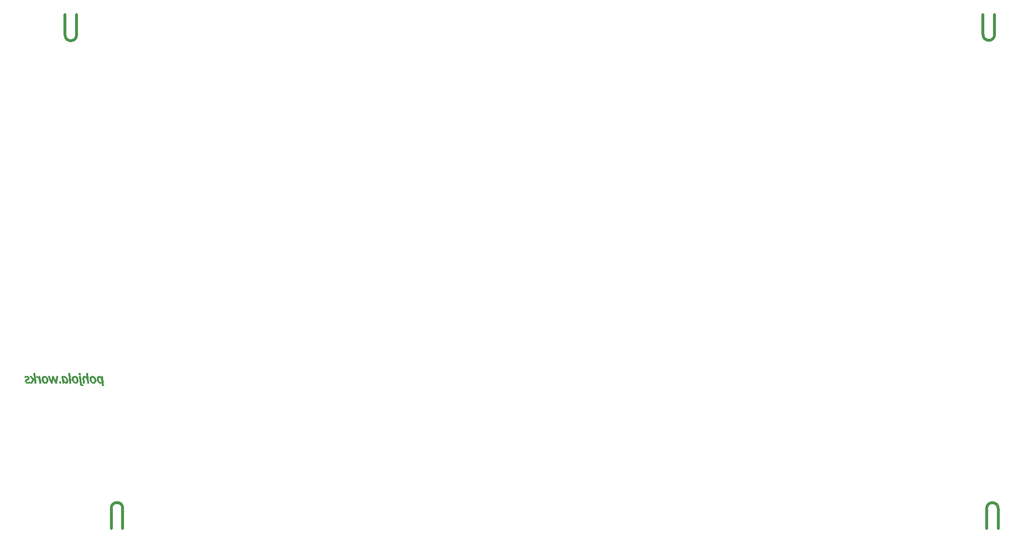
<source format=gbs>
G04 #@! TF.GenerationSoftware,KiCad,Pcbnew,(6.0.0)*
G04 #@! TF.CreationDate,2023-02-08T23:35:55+02:00*
G04 #@! TF.ProjectId,Umo FR4 Plates,556d6f20-4652-4342-9050-6c617465732e,rev?*
G04 #@! TF.SameCoordinates,Original*
G04 #@! TF.FileFunction,Soldermask,Bot*
G04 #@! TF.FilePolarity,Negative*
%FSLAX46Y46*%
G04 Gerber Fmt 4.6, Leading zero omitted, Abs format (unit mm)*
G04 Created by KiCad (PCBNEW (6.0.0)) date 2023-02-08 23:35:55*
%MOMM*%
%LPD*%
G01*
G04 APERTURE LIST*
%ADD10C,0.500000*%
%ADD11C,0.010000*%
G04 APERTURE END LIST*
D10*
X67690000Y-127624484D02*
X67690000Y-131160000D01*
X69690000Y-131160000D02*
X69690000Y-127624466D01*
X69690000Y-127624466D02*
G75*
G03*
X67690000Y-127624502I-1000000J-18D01*
G01*
X220700000Y-127654484D02*
X220700000Y-131190000D01*
X222700000Y-131190000D02*
X222700000Y-127654466D01*
X222700000Y-127654466D02*
G75*
G03*
X220700000Y-127654502I-1000000J-18D01*
G01*
X220070000Y-41300000D02*
X220070000Y-44835534D01*
X222070000Y-44835516D02*
X222070000Y-41300000D01*
X220070000Y-44835534D02*
G75*
G03*
X222070000Y-44835498I1000000J18D01*
G01*
X61620000Y-44905516D02*
X61620000Y-41370000D01*
X59620000Y-41370000D02*
X59620000Y-44905534D01*
X59620000Y-44905534D02*
G75*
G03*
X61620000Y-44905498I1000000J18D01*
G01*
D11*
X64201866Y-104520598D02*
X64092994Y-104571279D01*
X64092994Y-104571279D02*
X64006068Y-104653101D01*
X64006068Y-104653101D02*
X63942467Y-104760204D01*
X63942467Y-104760204D02*
X63903570Y-104886729D01*
X63903570Y-104886729D02*
X63890757Y-105026816D01*
X63890757Y-105026816D02*
X63905405Y-105174605D01*
X63905405Y-105174605D02*
X63948893Y-105324235D01*
X63948893Y-105324235D02*
X63991206Y-105415850D01*
X63991206Y-105415850D02*
X64050758Y-105504644D01*
X64050758Y-105504644D02*
X64130203Y-105592483D01*
X64130203Y-105592483D02*
X64218433Y-105669206D01*
X64218433Y-105669206D02*
X64304340Y-105724649D01*
X64304340Y-105724649D02*
X64348915Y-105743109D01*
X64348915Y-105743109D02*
X64444111Y-105761492D01*
X64444111Y-105761492D02*
X64550675Y-105766627D01*
X64550675Y-105766627D02*
X64651090Y-105758699D01*
X64651090Y-105758699D02*
X64725084Y-105739128D01*
X64725084Y-105739128D02*
X64799514Y-105690282D01*
X64799514Y-105690282D02*
X64873291Y-105615106D01*
X64873291Y-105615106D02*
X64934334Y-105528033D01*
X64934334Y-105528033D02*
X64969673Y-105446908D01*
X64969673Y-105446908D02*
X64980686Y-105379530D01*
X64980686Y-105379530D02*
X64986372Y-105288091D01*
X64986372Y-105288091D02*
X64985687Y-105194236D01*
X64985687Y-105194236D02*
X64731144Y-105194236D01*
X64731144Y-105194236D02*
X64730415Y-105329940D01*
X64730415Y-105329940D02*
X64709491Y-105431493D01*
X64709491Y-105431493D02*
X64667014Y-105502658D01*
X64667014Y-105502658D02*
X64604168Y-105546110D01*
X64604168Y-105546110D02*
X64551608Y-105568082D01*
X64551608Y-105568082D02*
X64517164Y-105575013D01*
X64517164Y-105575013D02*
X64479771Y-105567892D01*
X64479771Y-105567892D02*
X64437201Y-105553953D01*
X64437201Y-105553953D02*
X64338106Y-105499205D01*
X64338106Y-105499205D02*
X64256220Y-105409691D01*
X64256220Y-105409691D02*
X64194659Y-105290563D01*
X64194659Y-105290563D02*
X64156538Y-105146973D01*
X64156538Y-105146973D02*
X64147828Y-105075347D01*
X64147828Y-105075347D02*
X64148723Y-104969058D01*
X64148723Y-104969058D02*
X64166386Y-104870159D01*
X64166386Y-104870159D02*
X64197660Y-104789367D01*
X64197660Y-104789367D02*
X64239385Y-104737397D01*
X64239385Y-104737397D02*
X64249285Y-104731092D01*
X64249285Y-104731092D02*
X64319404Y-104712154D01*
X64319404Y-104712154D02*
X64406928Y-104713301D01*
X64406928Y-104713301D02*
X64492837Y-104733041D01*
X64492837Y-104733041D02*
X64536356Y-104753595D01*
X64536356Y-104753595D02*
X64609716Y-104821757D01*
X64609716Y-104821757D02*
X64668944Y-104923020D01*
X64668944Y-104923020D02*
X64710563Y-105049511D01*
X64710563Y-105049511D02*
X64731093Y-105193360D01*
X64731093Y-105193360D02*
X64731144Y-105194236D01*
X64731144Y-105194236D02*
X64985687Y-105194236D01*
X64985687Y-105194236D02*
X64985660Y-105190651D01*
X64985660Y-105190651D02*
X64985295Y-105183146D01*
X64985295Y-105183146D02*
X64959364Y-105012230D01*
X64959364Y-105012230D02*
X64903005Y-104859932D01*
X64903005Y-104859932D02*
X64820379Y-104729772D01*
X64820379Y-104729772D02*
X64715647Y-104625268D01*
X64715647Y-104625268D02*
X64592970Y-104549940D01*
X64592970Y-104549940D02*
X64456510Y-104507307D01*
X64456510Y-104507307D02*
X64310427Y-104500888D01*
X64310427Y-104500888D02*
X64201866Y-104520598D01*
X64201866Y-104520598D02*
X64201866Y-104520598D01*
G36*
X64980686Y-105379530D02*
G01*
X64969673Y-105446908D01*
X64934334Y-105528033D01*
X64873291Y-105615106D01*
X64799514Y-105690282D01*
X64725084Y-105739128D01*
X64651090Y-105758699D01*
X64550675Y-105766627D01*
X64444111Y-105761492D01*
X64348915Y-105743109D01*
X64304340Y-105724649D01*
X64218433Y-105669206D01*
X64130203Y-105592483D01*
X64050758Y-105504644D01*
X63991206Y-105415850D01*
X63948893Y-105324235D01*
X63905405Y-105174605D01*
X63895567Y-105075347D01*
X64147828Y-105075347D01*
X64156538Y-105146973D01*
X64194659Y-105290563D01*
X64256220Y-105409691D01*
X64338106Y-105499205D01*
X64437201Y-105553953D01*
X64479771Y-105567892D01*
X64517164Y-105575013D01*
X64551608Y-105568082D01*
X64604168Y-105546110D01*
X64667014Y-105502658D01*
X64709491Y-105431493D01*
X64730415Y-105329940D01*
X64731144Y-105194236D01*
X64731093Y-105193360D01*
X64710563Y-105049511D01*
X64668944Y-104923020D01*
X64609716Y-104821757D01*
X64536356Y-104753595D01*
X64492837Y-104733041D01*
X64406928Y-104713301D01*
X64319404Y-104712154D01*
X64249285Y-104731092D01*
X64239385Y-104737397D01*
X64197660Y-104789367D01*
X64166386Y-104870159D01*
X64148723Y-104969058D01*
X64147828Y-105075347D01*
X63895567Y-105075347D01*
X63890757Y-105026816D01*
X63903570Y-104886729D01*
X63942467Y-104760204D01*
X64006068Y-104653101D01*
X64092994Y-104571279D01*
X64201866Y-104520598D01*
X64310427Y-104500888D01*
X64456510Y-104507307D01*
X64592970Y-104549940D01*
X64715647Y-104625268D01*
X64820379Y-104729772D01*
X64903005Y-104859932D01*
X64959364Y-105012230D01*
X64985295Y-105183146D01*
X64985660Y-105190651D01*
X64985687Y-105194236D01*
X64986372Y-105288091D01*
X64980686Y-105379530D01*
G37*
X64980686Y-105379530D02*
X64969673Y-105446908D01*
X64934334Y-105528033D01*
X64873291Y-105615106D01*
X64799514Y-105690282D01*
X64725084Y-105739128D01*
X64651090Y-105758699D01*
X64550675Y-105766627D01*
X64444111Y-105761492D01*
X64348915Y-105743109D01*
X64304340Y-105724649D01*
X64218433Y-105669206D01*
X64130203Y-105592483D01*
X64050758Y-105504644D01*
X63991206Y-105415850D01*
X63948893Y-105324235D01*
X63905405Y-105174605D01*
X63895567Y-105075347D01*
X64147828Y-105075347D01*
X64156538Y-105146973D01*
X64194659Y-105290563D01*
X64256220Y-105409691D01*
X64338106Y-105499205D01*
X64437201Y-105553953D01*
X64479771Y-105567892D01*
X64517164Y-105575013D01*
X64551608Y-105568082D01*
X64604168Y-105546110D01*
X64667014Y-105502658D01*
X64709491Y-105431493D01*
X64730415Y-105329940D01*
X64731144Y-105194236D01*
X64731093Y-105193360D01*
X64710563Y-105049511D01*
X64668944Y-104923020D01*
X64609716Y-104821757D01*
X64536356Y-104753595D01*
X64492837Y-104733041D01*
X64406928Y-104713301D01*
X64319404Y-104712154D01*
X64249285Y-104731092D01*
X64239385Y-104737397D01*
X64197660Y-104789367D01*
X64166386Y-104870159D01*
X64148723Y-104969058D01*
X64147828Y-105075347D01*
X63895567Y-105075347D01*
X63890757Y-105026816D01*
X63903570Y-104886729D01*
X63942467Y-104760204D01*
X64006068Y-104653101D01*
X64092994Y-104571279D01*
X64201866Y-104520598D01*
X64310427Y-104500888D01*
X64456510Y-104507307D01*
X64592970Y-104549940D01*
X64715647Y-104625268D01*
X64820379Y-104729772D01*
X64903005Y-104859932D01*
X64959364Y-105012230D01*
X64985295Y-105183146D01*
X64985660Y-105190651D01*
X64985687Y-105194236D01*
X64986372Y-105288091D01*
X64980686Y-105379530D01*
X58140030Y-104524155D02*
X58096506Y-104536566D01*
X58096506Y-104536566D02*
X58082569Y-104549098D01*
X58082569Y-104549098D02*
X58076304Y-104578345D01*
X58076304Y-104578345D02*
X58065447Y-104642668D01*
X58065447Y-104642668D02*
X58051062Y-104735186D01*
X58051062Y-104735186D02*
X58034214Y-104849021D01*
X58034214Y-104849021D02*
X58015968Y-104977293D01*
X58015968Y-104977293D02*
X58013056Y-104998225D01*
X58013056Y-104998225D02*
X57995122Y-105124160D01*
X57995122Y-105124160D02*
X57978732Y-105232964D01*
X57978732Y-105232964D02*
X57964848Y-105318762D01*
X57964848Y-105318762D02*
X57954430Y-105375675D01*
X57954430Y-105375675D02*
X57948439Y-105397825D01*
X57948439Y-105397825D02*
X57947800Y-105397419D01*
X57947800Y-105397419D02*
X57937841Y-105372624D01*
X57937841Y-105372624D02*
X57913937Y-105314790D01*
X57913937Y-105314790D02*
X57878579Y-105229891D01*
X57878579Y-105229891D02*
X57834256Y-105123899D01*
X57834256Y-105123899D02*
X57783459Y-105002788D01*
X57783459Y-105002788D02*
X57762782Y-104953583D01*
X57762782Y-104953583D02*
X57584801Y-104530250D01*
X57584801Y-104530250D02*
X57359084Y-104530250D01*
X57359084Y-104530250D02*
X57291995Y-104921833D01*
X57291995Y-104921833D02*
X57270446Y-105050827D01*
X57270446Y-105050827D02*
X57251522Y-105170219D01*
X57251522Y-105170219D02*
X57236437Y-105271846D01*
X57236437Y-105271846D02*
X57226408Y-105347543D01*
X57226408Y-105347543D02*
X57222683Y-105387500D01*
X57222683Y-105387500D02*
X57220297Y-105421235D01*
X57220297Y-105421235D02*
X57214025Y-105427594D01*
X57214025Y-105427594D02*
X57201044Y-105402748D01*
X57201044Y-105402748D02*
X57178531Y-105342871D01*
X57178531Y-105342871D02*
X57168050Y-105313417D01*
X57168050Y-105313417D02*
X57141500Y-105240179D01*
X57141500Y-105240179D02*
X57103890Y-105138862D01*
X57103890Y-105138862D02*
X57059488Y-105020847D01*
X57059488Y-105020847D02*
X57012561Y-104897517D01*
X57012561Y-104897517D02*
X56993463Y-104847750D01*
X56993463Y-104847750D02*
X56871287Y-104530250D01*
X56871287Y-104530250D02*
X56750060Y-104523902D01*
X56750060Y-104523902D02*
X56684867Y-104521800D01*
X56684867Y-104521800D02*
X56640860Y-104522893D01*
X56640860Y-104522893D02*
X56628834Y-104525859D01*
X56628834Y-104525859D02*
X56636710Y-104546700D01*
X56636710Y-104546700D02*
X56659016Y-104601770D01*
X56659016Y-104601770D02*
X56693771Y-104686277D01*
X56693771Y-104686277D02*
X56738992Y-104795429D01*
X56738992Y-104795429D02*
X56792698Y-104924434D01*
X56792698Y-104924434D02*
X56852905Y-105068498D01*
X56852905Y-105068498D02*
X56880960Y-105135457D01*
X56880960Y-105135457D02*
X57133085Y-105736750D01*
X57133085Y-105736750D02*
X57249475Y-105743041D01*
X57249475Y-105743041D02*
X57289194Y-105746430D01*
X57289194Y-105746430D02*
X57319223Y-105748345D01*
X57319223Y-105748345D02*
X57341786Y-105743757D01*
X57341786Y-105743757D02*
X57359104Y-105727637D01*
X57359104Y-105727637D02*
X57373401Y-105694956D01*
X57373401Y-105694956D02*
X57386899Y-105640684D01*
X57386899Y-105640684D02*
X57401822Y-105559792D01*
X57401822Y-105559792D02*
X57420392Y-105447250D01*
X57420392Y-105447250D02*
X57444034Y-105302833D01*
X57444034Y-105302833D02*
X57463758Y-105187307D01*
X57463758Y-105187307D02*
X57482341Y-105084509D01*
X57482341Y-105084509D02*
X57498222Y-105002646D01*
X57498222Y-105002646D02*
X57509837Y-104949923D01*
X57509837Y-104949923D02*
X57513804Y-104936415D01*
X57513804Y-104936415D02*
X57524449Y-104934754D01*
X57524449Y-104934754D02*
X57544712Y-104962543D01*
X57544712Y-104962543D02*
X57575792Y-105022143D01*
X57575792Y-105022143D02*
X57618886Y-105115920D01*
X57618886Y-105115920D02*
X57675194Y-105246237D01*
X57675194Y-105246237D02*
X57696286Y-105296248D01*
X57696286Y-105296248D02*
X57747976Y-105418339D01*
X57747976Y-105418339D02*
X57795192Y-105527920D01*
X57795192Y-105527920D02*
X57835144Y-105618667D01*
X57835144Y-105618667D02*
X57865037Y-105684254D01*
X57865037Y-105684254D02*
X57882080Y-105718353D01*
X57882080Y-105718353D02*
X57883729Y-105720875D01*
X57883729Y-105720875D02*
X57915980Y-105736695D01*
X57915980Y-105736695D02*
X57974824Y-105746087D01*
X57974824Y-105746087D02*
X58007923Y-105747333D01*
X58007923Y-105747333D02*
X58077863Y-105742023D01*
X58077863Y-105742023D02*
X58116247Y-105727301D01*
X58116247Y-105727301D02*
X58120612Y-105720875D01*
X58120612Y-105720875D02*
X58126720Y-105692631D01*
X58126720Y-105692631D02*
X58138591Y-105629490D01*
X58138591Y-105629490D02*
X58155078Y-105538153D01*
X58155078Y-105538153D02*
X58175031Y-105425321D01*
X58175031Y-105425321D02*
X58197300Y-105297695D01*
X58197300Y-105297695D02*
X58220736Y-105161974D01*
X58220736Y-105161974D02*
X58244191Y-105024861D01*
X58244191Y-105024861D02*
X58266513Y-104893056D01*
X58266513Y-104893056D02*
X58286555Y-104773260D01*
X58286555Y-104773260D02*
X58303167Y-104672173D01*
X58303167Y-104672173D02*
X58315200Y-104596496D01*
X58315200Y-104596496D02*
X58321504Y-104552930D01*
X58321504Y-104552930D02*
X58322167Y-104545746D01*
X58322167Y-104545746D02*
X58303712Y-104529268D01*
X58303712Y-104529268D02*
X58257776Y-104520309D01*
X58257776Y-104520309D02*
X58198501Y-104518671D01*
X58198501Y-104518671D02*
X58140030Y-104524155D01*
X58140030Y-104524155D02*
X58140030Y-104524155D01*
G36*
X58257776Y-104520309D02*
G01*
X58303712Y-104529268D01*
X58322167Y-104545746D01*
X58321504Y-104552930D01*
X58315200Y-104596496D01*
X58303167Y-104672173D01*
X58286555Y-104773260D01*
X58266513Y-104893056D01*
X58244191Y-105024861D01*
X58220736Y-105161974D01*
X58197300Y-105297695D01*
X58175031Y-105425321D01*
X58155078Y-105538153D01*
X58138591Y-105629490D01*
X58126720Y-105692631D01*
X58120612Y-105720875D01*
X58116247Y-105727301D01*
X58077863Y-105742023D01*
X58007923Y-105747333D01*
X57974824Y-105746087D01*
X57915980Y-105736695D01*
X57883729Y-105720875D01*
X57882080Y-105718353D01*
X57865037Y-105684254D01*
X57835144Y-105618667D01*
X57795192Y-105527920D01*
X57747976Y-105418339D01*
X57696286Y-105296248D01*
X57675194Y-105246237D01*
X57618886Y-105115920D01*
X57575792Y-105022143D01*
X57544712Y-104962543D01*
X57524449Y-104934754D01*
X57513804Y-104936415D01*
X57509837Y-104949923D01*
X57498222Y-105002646D01*
X57482341Y-105084509D01*
X57463758Y-105187307D01*
X57444034Y-105302833D01*
X57420392Y-105447250D01*
X57401822Y-105559792D01*
X57386899Y-105640684D01*
X57373401Y-105694956D01*
X57359104Y-105727637D01*
X57341786Y-105743757D01*
X57319223Y-105748345D01*
X57289194Y-105746430D01*
X57249475Y-105743041D01*
X57133085Y-105736750D01*
X56880960Y-105135457D01*
X56852905Y-105068498D01*
X56792698Y-104924434D01*
X56738992Y-104795429D01*
X56693771Y-104686277D01*
X56659016Y-104601770D01*
X56636710Y-104546700D01*
X56628834Y-104525859D01*
X56640860Y-104522893D01*
X56684867Y-104521800D01*
X56750060Y-104523902D01*
X56871287Y-104530250D01*
X56993463Y-104847750D01*
X57012561Y-104897517D01*
X57059488Y-105020847D01*
X57103890Y-105138862D01*
X57141500Y-105240179D01*
X57168050Y-105313417D01*
X57178531Y-105342871D01*
X57201044Y-105402748D01*
X57214025Y-105427594D01*
X57220297Y-105421235D01*
X57222683Y-105387500D01*
X57226408Y-105347543D01*
X57236437Y-105271846D01*
X57251522Y-105170219D01*
X57270446Y-105050827D01*
X57291995Y-104921833D01*
X57359084Y-104530250D01*
X57584801Y-104530250D01*
X57762782Y-104953583D01*
X57783459Y-105002788D01*
X57834256Y-105123899D01*
X57878579Y-105229891D01*
X57913937Y-105314790D01*
X57937841Y-105372624D01*
X57947800Y-105397419D01*
X57948439Y-105397825D01*
X57954430Y-105375675D01*
X57964848Y-105318762D01*
X57978732Y-105232964D01*
X57995122Y-105124160D01*
X58013056Y-104998225D01*
X58015968Y-104977293D01*
X58034214Y-104849021D01*
X58051062Y-104735186D01*
X58065447Y-104642668D01*
X58076304Y-104578345D01*
X58082569Y-104549098D01*
X58096506Y-104536566D01*
X58140030Y-104524155D01*
X58198501Y-104518671D01*
X58257776Y-104520309D01*
G37*
X58257776Y-104520309D02*
X58303712Y-104529268D01*
X58322167Y-104545746D01*
X58321504Y-104552930D01*
X58315200Y-104596496D01*
X58303167Y-104672173D01*
X58286555Y-104773260D01*
X58266513Y-104893056D01*
X58244191Y-105024861D01*
X58220736Y-105161974D01*
X58197300Y-105297695D01*
X58175031Y-105425321D01*
X58155078Y-105538153D01*
X58138591Y-105629490D01*
X58126720Y-105692631D01*
X58120612Y-105720875D01*
X58116247Y-105727301D01*
X58077863Y-105742023D01*
X58007923Y-105747333D01*
X57974824Y-105746087D01*
X57915980Y-105736695D01*
X57883729Y-105720875D01*
X57882080Y-105718353D01*
X57865037Y-105684254D01*
X57835144Y-105618667D01*
X57795192Y-105527920D01*
X57747976Y-105418339D01*
X57696286Y-105296248D01*
X57675194Y-105246237D01*
X57618886Y-105115920D01*
X57575792Y-105022143D01*
X57544712Y-104962543D01*
X57524449Y-104934754D01*
X57513804Y-104936415D01*
X57509837Y-104949923D01*
X57498222Y-105002646D01*
X57482341Y-105084509D01*
X57463758Y-105187307D01*
X57444034Y-105302833D01*
X57420392Y-105447250D01*
X57401822Y-105559792D01*
X57386899Y-105640684D01*
X57373401Y-105694956D01*
X57359104Y-105727637D01*
X57341786Y-105743757D01*
X57319223Y-105748345D01*
X57289194Y-105746430D01*
X57249475Y-105743041D01*
X57133085Y-105736750D01*
X56880960Y-105135457D01*
X56852905Y-105068498D01*
X56792698Y-104924434D01*
X56738992Y-104795429D01*
X56693771Y-104686277D01*
X56659016Y-104601770D01*
X56636710Y-104546700D01*
X56628834Y-104525859D01*
X56640860Y-104522893D01*
X56684867Y-104521800D01*
X56750060Y-104523902D01*
X56871287Y-104530250D01*
X56993463Y-104847750D01*
X57012561Y-104897517D01*
X57059488Y-105020847D01*
X57103890Y-105138862D01*
X57141500Y-105240179D01*
X57168050Y-105313417D01*
X57178531Y-105342871D01*
X57201044Y-105402748D01*
X57214025Y-105427594D01*
X57220297Y-105421235D01*
X57222683Y-105387500D01*
X57226408Y-105347543D01*
X57236437Y-105271846D01*
X57251522Y-105170219D01*
X57270446Y-105050827D01*
X57291995Y-104921833D01*
X57359084Y-104530250D01*
X57584801Y-104530250D01*
X57762782Y-104953583D01*
X57783459Y-105002788D01*
X57834256Y-105123899D01*
X57878579Y-105229891D01*
X57913937Y-105314790D01*
X57937841Y-105372624D01*
X57947800Y-105397419D01*
X57948439Y-105397825D01*
X57954430Y-105375675D01*
X57964848Y-105318762D01*
X57978732Y-105232964D01*
X57995122Y-105124160D01*
X58013056Y-104998225D01*
X58015968Y-104977293D01*
X58034214Y-104849021D01*
X58051062Y-104735186D01*
X58065447Y-104642668D01*
X58076304Y-104578345D01*
X58082569Y-104549098D01*
X58096506Y-104536566D01*
X58140030Y-104524155D01*
X58198501Y-104518671D01*
X58257776Y-104520309D01*
X59174481Y-104510139D02*
X59091714Y-104525434D01*
X59091714Y-104525434D02*
X59032044Y-104546014D01*
X59032044Y-104546014D02*
X59008710Y-104564222D01*
X59008710Y-104564222D02*
X59008256Y-104589062D01*
X59008256Y-104589062D02*
X59012416Y-104650363D01*
X59012416Y-104650363D02*
X59020658Y-104742569D01*
X59020658Y-104742569D02*
X59032446Y-104860120D01*
X59032446Y-104860120D02*
X59047249Y-104997461D01*
X59047249Y-104997461D02*
X59064532Y-105149032D01*
X59064532Y-105149032D02*
X59066354Y-105164569D01*
X59066354Y-105164569D02*
X59134864Y-105747333D01*
X59134864Y-105747333D02*
X59234251Y-105747333D01*
X59234251Y-105747333D02*
X59299027Y-105743112D01*
X59299027Y-105743112D02*
X59336692Y-105724595D01*
X59336692Y-105724595D02*
X59354390Y-105683004D01*
X59354390Y-105683004D02*
X59359266Y-105609558D01*
X59359266Y-105609558D02*
X59359334Y-105593625D01*
X59359334Y-105593625D02*
X59359334Y-105506880D01*
X59359334Y-105506880D02*
X59435691Y-105596087D01*
X59435691Y-105596087D02*
X59496182Y-105656458D01*
X59496182Y-105656458D02*
X59563385Y-105708815D01*
X59563385Y-105708815D02*
X59593598Y-105726897D01*
X59593598Y-105726897D02*
X59674276Y-105754174D01*
X59674276Y-105754174D02*
X59768656Y-105766489D01*
X59768656Y-105766489D02*
X59855974Y-105761966D01*
X59855974Y-105761966D02*
X59888500Y-105753551D01*
X59888500Y-105753551D02*
X59970446Y-105701716D01*
X59970446Y-105701716D02*
X60034259Y-105615359D01*
X60034259Y-105615359D02*
X60077048Y-105499454D01*
X60077048Y-105499454D02*
X60093100Y-105401732D01*
X60093100Y-105401732D02*
X60091249Y-105288743D01*
X60091249Y-105288743D02*
X59834946Y-105288743D01*
X59834946Y-105288743D02*
X59834202Y-105373450D01*
X59834202Y-105373450D02*
X59829057Y-105427553D01*
X59829057Y-105427553D02*
X59816339Y-105462760D01*
X59816339Y-105462760D02*
X59792878Y-105490783D01*
X59792878Y-105490783D02*
X59776195Y-105505701D01*
X59776195Y-105505701D02*
X59707750Y-105548110D01*
X59707750Y-105548110D02*
X59639946Y-105551354D01*
X59639946Y-105551354D02*
X59571633Y-105522090D01*
X59571633Y-105522090D02*
X59505477Y-105463524D01*
X59505477Y-105463524D02*
X59441234Y-105371357D01*
X59441234Y-105371357D02*
X59382839Y-105254273D01*
X59382839Y-105254273D02*
X59334222Y-105120957D01*
X59334222Y-105120957D02*
X59299317Y-104980091D01*
X59299317Y-104980091D02*
X59286169Y-104891686D01*
X59286169Y-104891686D02*
X59276799Y-104813976D01*
X59276799Y-104813976D02*
X59267300Y-104751224D01*
X59267300Y-104751224D02*
X59259739Y-104717061D01*
X59259739Y-104717061D02*
X59268330Y-104697124D01*
X59268330Y-104697124D02*
X59307225Y-104688816D01*
X59307225Y-104688816D02*
X59366217Y-104691485D01*
X59366217Y-104691485D02*
X59435098Y-104704480D01*
X59435098Y-104704480D02*
X59503660Y-104727149D01*
X59503660Y-104727149D02*
X59518066Y-104733547D01*
X59518066Y-104733547D02*
X59640876Y-104813622D01*
X59640876Y-104813622D02*
X59735448Y-104923365D01*
X59735448Y-104923365D02*
X59799730Y-105059183D01*
X59799730Y-105059183D02*
X59831671Y-105217483D01*
X59831671Y-105217483D02*
X59834946Y-105288743D01*
X59834946Y-105288743D02*
X60091249Y-105288743D01*
X60091249Y-105288743D02*
X60090064Y-105216508D01*
X60090064Y-105216508D02*
X60047870Y-105040238D01*
X60047870Y-105040238D02*
X59969511Y-104878487D01*
X59969511Y-104878487D02*
X59857980Y-104736819D01*
X59857980Y-104736819D02*
X59716273Y-104620799D01*
X59716273Y-104620799D02*
X59652859Y-104583377D01*
X59652859Y-104583377D02*
X59559141Y-104539423D01*
X59559141Y-104539423D02*
X59471686Y-104514845D01*
X59471686Y-104514845D02*
X59366455Y-104502899D01*
X59366455Y-104502899D02*
X59365879Y-104502862D01*
X59365879Y-104502862D02*
X59269489Y-104501993D01*
X59269489Y-104501993D02*
X59174481Y-104510139D01*
X59174481Y-104510139D02*
X59174481Y-104510139D01*
G36*
X60077048Y-105499454D02*
G01*
X60034259Y-105615359D01*
X59970446Y-105701716D01*
X59888500Y-105753551D01*
X59855974Y-105761966D01*
X59768656Y-105766489D01*
X59674276Y-105754174D01*
X59593598Y-105726897D01*
X59563385Y-105708815D01*
X59496182Y-105656458D01*
X59435691Y-105596087D01*
X59359334Y-105506880D01*
X59359334Y-105593625D01*
X59359266Y-105609558D01*
X59354390Y-105683004D01*
X59336692Y-105724595D01*
X59299027Y-105743112D01*
X59234251Y-105747333D01*
X59134864Y-105747333D01*
X59066354Y-105164569D01*
X59064532Y-105149032D01*
X59047249Y-104997461D01*
X59032446Y-104860120D01*
X59020658Y-104742569D01*
X59018378Y-104717061D01*
X59259739Y-104717061D01*
X59267300Y-104751224D01*
X59276799Y-104813976D01*
X59286169Y-104891686D01*
X59299317Y-104980091D01*
X59334222Y-105120957D01*
X59382839Y-105254273D01*
X59441234Y-105371357D01*
X59505477Y-105463524D01*
X59571633Y-105522090D01*
X59639946Y-105551354D01*
X59707750Y-105548110D01*
X59776195Y-105505701D01*
X59792878Y-105490783D01*
X59816339Y-105462760D01*
X59829057Y-105427553D01*
X59834202Y-105373450D01*
X59834946Y-105288743D01*
X59831671Y-105217483D01*
X59799730Y-105059183D01*
X59735448Y-104923365D01*
X59640876Y-104813622D01*
X59518066Y-104733547D01*
X59503660Y-104727149D01*
X59435098Y-104704480D01*
X59366217Y-104691485D01*
X59307225Y-104688816D01*
X59268330Y-104697124D01*
X59259739Y-104717061D01*
X59018378Y-104717061D01*
X59012416Y-104650363D01*
X59008256Y-104589062D01*
X59008710Y-104564222D01*
X59032044Y-104546014D01*
X59091714Y-104525434D01*
X59174481Y-104510139D01*
X59269489Y-104501993D01*
X59365879Y-104502862D01*
X59366455Y-104502899D01*
X59471686Y-104514845D01*
X59559141Y-104539423D01*
X59652859Y-104583377D01*
X59716273Y-104620799D01*
X59857980Y-104736819D01*
X59969511Y-104878487D01*
X60047870Y-105040238D01*
X60090064Y-105216508D01*
X60091249Y-105288743D01*
X60093100Y-105401732D01*
X60077048Y-105499454D01*
G37*
X60077048Y-105499454D02*
X60034259Y-105615359D01*
X59970446Y-105701716D01*
X59888500Y-105753551D01*
X59855974Y-105761966D01*
X59768656Y-105766489D01*
X59674276Y-105754174D01*
X59593598Y-105726897D01*
X59563385Y-105708815D01*
X59496182Y-105656458D01*
X59435691Y-105596087D01*
X59359334Y-105506880D01*
X59359334Y-105593625D01*
X59359266Y-105609558D01*
X59354390Y-105683004D01*
X59336692Y-105724595D01*
X59299027Y-105743112D01*
X59234251Y-105747333D01*
X59134864Y-105747333D01*
X59066354Y-105164569D01*
X59064532Y-105149032D01*
X59047249Y-104997461D01*
X59032446Y-104860120D01*
X59020658Y-104742569D01*
X59018378Y-104717061D01*
X59259739Y-104717061D01*
X59267300Y-104751224D01*
X59276799Y-104813976D01*
X59286169Y-104891686D01*
X59299317Y-104980091D01*
X59334222Y-105120957D01*
X59382839Y-105254273D01*
X59441234Y-105371357D01*
X59505477Y-105463524D01*
X59571633Y-105522090D01*
X59639946Y-105551354D01*
X59707750Y-105548110D01*
X59776195Y-105505701D01*
X59792878Y-105490783D01*
X59816339Y-105462760D01*
X59829057Y-105427553D01*
X59834202Y-105373450D01*
X59834946Y-105288743D01*
X59831671Y-105217483D01*
X59799730Y-105059183D01*
X59735448Y-104923365D01*
X59640876Y-104813622D01*
X59518066Y-104733547D01*
X59503660Y-104727149D01*
X59435098Y-104704480D01*
X59366217Y-104691485D01*
X59307225Y-104688816D01*
X59268330Y-104697124D01*
X59259739Y-104717061D01*
X59018378Y-104717061D01*
X59012416Y-104650363D01*
X59008256Y-104589062D01*
X59008710Y-104564222D01*
X59032044Y-104546014D01*
X59091714Y-104525434D01*
X59174481Y-104510139D01*
X59269489Y-104501993D01*
X59365879Y-104502862D01*
X59366455Y-104502899D01*
X59471686Y-104514845D01*
X59559141Y-104539423D01*
X59652859Y-104583377D01*
X59716273Y-104620799D01*
X59857980Y-104736819D01*
X59969511Y-104878487D01*
X60047870Y-105040238D01*
X60090064Y-105216508D01*
X60091249Y-105288743D01*
X60093100Y-105401732D01*
X60077048Y-105499454D01*
X60216908Y-103949182D02*
X60179758Y-103954659D01*
X60179758Y-103954659D02*
X60166994Y-103968240D01*
X60166994Y-103968240D02*
X60169647Y-103993567D01*
X60169647Y-103993567D02*
X60170160Y-103995791D01*
X60170160Y-103995791D02*
X60175026Y-104026710D01*
X60175026Y-104026710D02*
X60184254Y-104094914D01*
X60184254Y-104094914D02*
X60197247Y-104195649D01*
X60197247Y-104195649D02*
X60213409Y-104324156D01*
X60213409Y-104324156D02*
X60232144Y-104475681D01*
X60232144Y-104475681D02*
X60252855Y-104645468D01*
X60252855Y-104645468D02*
X60274947Y-104828759D01*
X60274947Y-104828759D02*
X60282914Y-104895375D01*
X60282914Y-104895375D02*
X60384586Y-105747333D01*
X60384586Y-105747333D02*
X60506960Y-105747333D01*
X60506960Y-105747333D02*
X60576558Y-105745552D01*
X60576558Y-105745552D02*
X60613595Y-105738079D01*
X60613595Y-105738079D02*
X60627768Y-105721720D01*
X60627768Y-105721720D02*
X60629334Y-105707019D01*
X60629334Y-105707019D02*
X60626860Y-105677764D01*
X60626860Y-105677764D02*
X60619887Y-105612125D01*
X60619887Y-105612125D02*
X60609088Y-105515738D01*
X60609088Y-105515738D02*
X60595138Y-105394235D01*
X60595138Y-105394235D02*
X60578708Y-105253249D01*
X60578708Y-105253249D02*
X60560472Y-105098414D01*
X60560472Y-105098414D02*
X60541104Y-104935364D01*
X60541104Y-104935364D02*
X60521277Y-104769732D01*
X60521277Y-104769732D02*
X60501664Y-104607152D01*
X60501664Y-104607152D02*
X60482939Y-104453256D01*
X60482939Y-104453256D02*
X60465775Y-104313679D01*
X60465775Y-104313679D02*
X60450845Y-104194053D01*
X60450845Y-104194053D02*
X60438822Y-104100013D01*
X60438822Y-104100013D02*
X60430380Y-104037191D01*
X60430380Y-104037191D02*
X60427336Y-104016958D01*
X60427336Y-104016958D02*
X60419287Y-103979028D01*
X60419287Y-103979028D02*
X60404226Y-103958469D01*
X60404226Y-103958469D02*
X60371331Y-103949961D01*
X60371331Y-103949961D02*
X60309779Y-103948183D01*
X60309779Y-103948183D02*
X60287413Y-103948167D01*
X60287413Y-103948167D02*
X60216908Y-103949182D01*
X60216908Y-103949182D02*
X60216908Y-103949182D01*
G36*
X60309779Y-103948183D02*
G01*
X60371331Y-103949961D01*
X60404226Y-103958469D01*
X60419287Y-103979028D01*
X60427336Y-104016958D01*
X60430380Y-104037191D01*
X60438822Y-104100013D01*
X60450845Y-104194053D01*
X60465775Y-104313679D01*
X60482939Y-104453256D01*
X60501664Y-104607152D01*
X60521277Y-104769732D01*
X60541104Y-104935364D01*
X60560472Y-105098414D01*
X60578708Y-105253249D01*
X60595138Y-105394235D01*
X60609088Y-105515738D01*
X60619887Y-105612125D01*
X60626860Y-105677764D01*
X60629334Y-105707019D01*
X60627768Y-105721720D01*
X60613595Y-105738079D01*
X60576558Y-105745552D01*
X60506960Y-105747333D01*
X60384586Y-105747333D01*
X60282914Y-104895375D01*
X60274947Y-104828759D01*
X60252855Y-104645468D01*
X60232144Y-104475681D01*
X60213409Y-104324156D01*
X60197247Y-104195649D01*
X60184254Y-104094914D01*
X60175026Y-104026710D01*
X60170160Y-103995791D01*
X60169647Y-103993567D01*
X60166994Y-103968240D01*
X60179758Y-103954659D01*
X60216908Y-103949182D01*
X60287413Y-103948167D01*
X60309779Y-103948183D01*
G37*
X60309779Y-103948183D02*
X60371331Y-103949961D01*
X60404226Y-103958469D01*
X60419287Y-103979028D01*
X60427336Y-104016958D01*
X60430380Y-104037191D01*
X60438822Y-104100013D01*
X60450845Y-104194053D01*
X60465775Y-104313679D01*
X60482939Y-104453256D01*
X60501664Y-104607152D01*
X60521277Y-104769732D01*
X60541104Y-104935364D01*
X60560472Y-105098414D01*
X60578708Y-105253249D01*
X60595138Y-105394235D01*
X60609088Y-105515738D01*
X60619887Y-105612125D01*
X60626860Y-105677764D01*
X60629334Y-105707019D01*
X60627768Y-105721720D01*
X60613595Y-105738079D01*
X60576558Y-105745552D01*
X60506960Y-105747333D01*
X60384586Y-105747333D01*
X60282914Y-104895375D01*
X60274947Y-104828759D01*
X60252855Y-104645468D01*
X60232144Y-104475681D01*
X60213409Y-104324156D01*
X60197247Y-104195649D01*
X60184254Y-104094914D01*
X60175026Y-104026710D01*
X60170160Y-103995791D01*
X60169647Y-103993567D01*
X60166994Y-103968240D01*
X60179758Y-103954659D01*
X60216908Y-103949182D01*
X60287413Y-103948167D01*
X60309779Y-103948183D01*
X58626360Y-105457523D02*
X58569699Y-105494256D01*
X58569699Y-105494256D02*
X58554554Y-105515335D01*
X58554554Y-105515335D02*
X58533708Y-105589063D01*
X58533708Y-105589063D02*
X58545402Y-105657860D01*
X58545402Y-105657860D02*
X58582027Y-105715424D01*
X58582027Y-105715424D02*
X58635973Y-105755447D01*
X58635973Y-105755447D02*
X58699632Y-105771626D01*
X58699632Y-105771626D02*
X58765395Y-105757655D01*
X58765395Y-105757655D02*
X58809000Y-105726167D01*
X58809000Y-105726167D02*
X58847281Y-105661239D01*
X58847281Y-105661239D02*
X58852300Y-105586842D01*
X58852300Y-105586842D02*
X58826271Y-105516609D01*
X58826271Y-105516609D02*
X58771406Y-105464172D01*
X58771406Y-105464172D02*
X58766002Y-105461239D01*
X58766002Y-105461239D02*
X58697425Y-105445077D01*
X58697425Y-105445077D02*
X58626360Y-105457523D01*
X58626360Y-105457523D02*
X58626360Y-105457523D01*
G36*
X58766002Y-105461239D02*
G01*
X58771406Y-105464172D01*
X58826271Y-105516609D01*
X58852300Y-105586842D01*
X58847281Y-105661239D01*
X58809000Y-105726167D01*
X58765395Y-105757655D01*
X58699632Y-105771626D01*
X58635973Y-105755447D01*
X58582027Y-105715424D01*
X58545402Y-105657860D01*
X58533708Y-105589063D01*
X58554554Y-105515335D01*
X58569699Y-105494256D01*
X58626360Y-105457523D01*
X58697425Y-105445077D01*
X58766002Y-105461239D01*
G37*
X58766002Y-105461239D02*
X58771406Y-105464172D01*
X58826271Y-105516609D01*
X58852300Y-105586842D01*
X58847281Y-105661239D01*
X58809000Y-105726167D01*
X58765395Y-105757655D01*
X58699632Y-105771626D01*
X58635973Y-105755447D01*
X58582027Y-105715424D01*
X58545402Y-105657860D01*
X58533708Y-105589063D01*
X58554554Y-105515335D01*
X58569699Y-105494256D01*
X58626360Y-105457523D01*
X58697425Y-105445077D01*
X58766002Y-105461239D01*
X65404458Y-104506579D02*
X65308589Y-104546686D01*
X65308589Y-104546686D02*
X65229150Y-104620499D01*
X65229150Y-104620499D02*
X65194937Y-104674803D01*
X65194937Y-104674803D02*
X65155033Y-104792787D01*
X65155033Y-104792787D02*
X65141321Y-104934163D01*
X65141321Y-104934163D02*
X65153012Y-105089705D01*
X65153012Y-105089705D02*
X65189315Y-105250186D01*
X65189315Y-105250186D02*
X65249439Y-105406381D01*
X65249439Y-105406381D02*
X65259346Y-105426652D01*
X65259346Y-105426652D02*
X65319278Y-105520568D01*
X65319278Y-105520568D02*
X65399178Y-105611244D01*
X65399178Y-105611244D02*
X65487745Y-105687881D01*
X65487745Y-105687881D02*
X65573676Y-105739678D01*
X65573676Y-105739678D02*
X65596021Y-105748358D01*
X65596021Y-105748358D02*
X65686516Y-105764785D01*
X65686516Y-105764785D02*
X65788347Y-105762989D01*
X65788347Y-105762989D02*
X65884613Y-105744766D01*
X65884613Y-105744766D02*
X65958413Y-105711910D01*
X65958413Y-105711910D02*
X65961735Y-105709529D01*
X65961735Y-105709529D02*
X66022325Y-105664733D01*
X66022325Y-105664733D02*
X66047443Y-105880658D01*
X66047443Y-105880658D02*
X66060865Y-105996030D01*
X66060865Y-105996030D02*
X66072055Y-106075953D01*
X66072055Y-106075953D02*
X66084606Y-106126910D01*
X66084606Y-106126910D02*
X66102111Y-106155383D01*
X66102111Y-106155383D02*
X66128162Y-106167853D01*
X66128162Y-106167853D02*
X66166353Y-106170804D01*
X66166353Y-106170804D02*
X66208177Y-106170667D01*
X66208177Y-106170667D02*
X66274535Y-106169050D01*
X66274535Y-106169050D02*
X66308908Y-106161354D01*
X66308908Y-106161354D02*
X66321608Y-106143306D01*
X66321608Y-106143306D02*
X66323124Y-106123042D01*
X66323124Y-106123042D02*
X66320635Y-106092170D01*
X66320635Y-106092170D02*
X66313663Y-106025264D01*
X66313663Y-106025264D02*
X66302919Y-105928299D01*
X66302919Y-105928299D02*
X66289117Y-105807254D01*
X66289117Y-105807254D02*
X66272968Y-105668106D01*
X66272968Y-105668106D02*
X66255184Y-105516834D01*
X66255184Y-105516834D02*
X66240547Y-105393649D01*
X66240547Y-105393649D02*
X65988476Y-105393649D01*
X65988476Y-105393649D02*
X65988128Y-105455948D01*
X65988128Y-105455948D02*
X65971439Y-105496912D01*
X65971439Y-105496912D02*
X65934933Y-105526517D01*
X65934933Y-105526517D02*
X65889259Y-105548665D01*
X65889259Y-105548665D02*
X65805279Y-105573759D01*
X65805279Y-105573759D02*
X65727821Y-105567459D01*
X65727821Y-105567459D02*
X65643815Y-105530375D01*
X65643815Y-105530375D02*
X65593146Y-105495026D01*
X65593146Y-105495026D02*
X65550026Y-105446411D01*
X65550026Y-105446411D02*
X65505950Y-105373819D01*
X65505950Y-105373819D02*
X65480871Y-105325134D01*
X65480871Y-105325134D02*
X65440774Y-105240419D01*
X65440774Y-105240419D02*
X65417234Y-105174262D01*
X65417234Y-105174262D02*
X65405929Y-105108394D01*
X65405929Y-105108394D02*
X65402538Y-105024546D01*
X65402538Y-105024546D02*
X65402417Y-104993521D01*
X65402417Y-104993521D02*
X65403764Y-104904462D01*
X65403764Y-104904462D02*
X65409546Y-104846052D01*
X65409546Y-104846052D02*
X65422376Y-104806645D01*
X65422376Y-104806645D02*
X65444868Y-104774597D01*
X65444868Y-104774597D02*
X65453732Y-104764845D01*
X65453732Y-104764845D02*
X65521462Y-104719489D01*
X65521462Y-104719489D02*
X65599259Y-104712527D01*
X65599259Y-104712527D02*
X65681729Y-104742943D01*
X65681729Y-104742943D02*
X65763481Y-104809721D01*
X65763481Y-104809721D02*
X65778054Y-104825932D01*
X65778054Y-104825932D02*
X65834402Y-104908649D01*
X65834402Y-104908649D02*
X65889105Y-105018843D01*
X65889105Y-105018843D02*
X65936059Y-105141891D01*
X65936059Y-105141891D02*
X65969161Y-105263173D01*
X65969161Y-105263173D02*
X65975962Y-105300044D01*
X65975962Y-105300044D02*
X65988476Y-105393649D01*
X65988476Y-105393649D02*
X66240547Y-105393649D01*
X66240547Y-105393649D02*
X66236478Y-105359414D01*
X66236478Y-105359414D02*
X66217562Y-105201824D01*
X66217562Y-105201824D02*
X66199148Y-105050042D01*
X66199148Y-105050042D02*
X66181949Y-104910046D01*
X66181949Y-104910046D02*
X66166677Y-104787813D01*
X66166677Y-104787813D02*
X66154044Y-104689321D01*
X66154044Y-104689321D02*
X66144762Y-104620547D01*
X66144762Y-104620547D02*
X66141409Y-104597965D01*
X66141409Y-104597965D02*
X66128582Y-104517514D01*
X66128582Y-104517514D02*
X65931584Y-104530250D01*
X65931584Y-104530250D02*
X65925184Y-104653680D01*
X65925184Y-104653680D02*
X65918785Y-104777110D01*
X65918785Y-104777110D02*
X65834988Y-104681911D01*
X65834988Y-104681911D02*
X65732022Y-104587844D01*
X65732022Y-104587844D02*
X65622037Y-104527223D01*
X65622037Y-104527223D02*
X65510895Y-104500113D01*
X65510895Y-104500113D02*
X65404458Y-104506579D01*
X65404458Y-104506579D02*
X65404458Y-104506579D01*
G36*
X66272968Y-105668106D02*
G01*
X66289117Y-105807254D01*
X66302919Y-105928299D01*
X66313663Y-106025264D01*
X66320635Y-106092170D01*
X66323124Y-106123042D01*
X66321608Y-106143306D01*
X66308908Y-106161354D01*
X66274535Y-106169050D01*
X66208177Y-106170667D01*
X66166353Y-106170804D01*
X66128162Y-106167853D01*
X66102111Y-106155383D01*
X66084606Y-106126910D01*
X66072055Y-106075953D01*
X66060865Y-105996030D01*
X66047443Y-105880658D01*
X66022325Y-105664733D01*
X65961735Y-105709529D01*
X65958413Y-105711910D01*
X65884613Y-105744766D01*
X65788347Y-105762989D01*
X65686516Y-105764785D01*
X65596021Y-105748358D01*
X65573676Y-105739678D01*
X65487745Y-105687881D01*
X65399178Y-105611244D01*
X65319278Y-105520568D01*
X65259346Y-105426652D01*
X65249439Y-105406381D01*
X65189315Y-105250186D01*
X65153012Y-105089705D01*
X65145783Y-104993521D01*
X65402417Y-104993521D01*
X65402538Y-105024546D01*
X65405929Y-105108394D01*
X65417234Y-105174262D01*
X65440774Y-105240419D01*
X65480871Y-105325134D01*
X65505950Y-105373819D01*
X65550026Y-105446411D01*
X65593146Y-105495026D01*
X65643815Y-105530375D01*
X65727821Y-105567459D01*
X65805279Y-105573759D01*
X65889259Y-105548665D01*
X65934933Y-105526517D01*
X65971439Y-105496912D01*
X65988128Y-105455948D01*
X65988476Y-105393649D01*
X65975962Y-105300044D01*
X65969161Y-105263173D01*
X65936059Y-105141891D01*
X65889105Y-105018843D01*
X65834402Y-104908649D01*
X65778054Y-104825932D01*
X65763481Y-104809721D01*
X65681729Y-104742943D01*
X65599259Y-104712527D01*
X65521462Y-104719489D01*
X65453732Y-104764845D01*
X65444868Y-104774597D01*
X65422376Y-104806645D01*
X65409546Y-104846052D01*
X65403764Y-104904462D01*
X65402417Y-104993521D01*
X65145783Y-104993521D01*
X65141321Y-104934163D01*
X65155033Y-104792787D01*
X65194937Y-104674803D01*
X65229150Y-104620499D01*
X65308589Y-104546686D01*
X65404458Y-104506579D01*
X65510895Y-104500113D01*
X65622037Y-104527223D01*
X65732022Y-104587844D01*
X65834988Y-104681911D01*
X65918785Y-104777110D01*
X65925184Y-104653680D01*
X65931584Y-104530250D01*
X66128582Y-104517514D01*
X66141409Y-104597965D01*
X66144762Y-104620547D01*
X66154044Y-104689321D01*
X66166677Y-104787813D01*
X66181949Y-104910046D01*
X66199148Y-105050042D01*
X66217562Y-105201824D01*
X66236478Y-105359414D01*
X66240547Y-105393649D01*
X66255184Y-105516834D01*
X66272968Y-105668106D01*
G37*
X66272968Y-105668106D02*
X66289117Y-105807254D01*
X66302919Y-105928299D01*
X66313663Y-106025264D01*
X66320635Y-106092170D01*
X66323124Y-106123042D01*
X66321608Y-106143306D01*
X66308908Y-106161354D01*
X66274535Y-106169050D01*
X66208177Y-106170667D01*
X66166353Y-106170804D01*
X66128162Y-106167853D01*
X66102111Y-106155383D01*
X66084606Y-106126910D01*
X66072055Y-106075953D01*
X66060865Y-105996030D01*
X66047443Y-105880658D01*
X66022325Y-105664733D01*
X65961735Y-105709529D01*
X65958413Y-105711910D01*
X65884613Y-105744766D01*
X65788347Y-105762989D01*
X65686516Y-105764785D01*
X65596021Y-105748358D01*
X65573676Y-105739678D01*
X65487745Y-105687881D01*
X65399178Y-105611244D01*
X65319278Y-105520568D01*
X65259346Y-105426652D01*
X65249439Y-105406381D01*
X65189315Y-105250186D01*
X65153012Y-105089705D01*
X65145783Y-104993521D01*
X65402417Y-104993521D01*
X65402538Y-105024546D01*
X65405929Y-105108394D01*
X65417234Y-105174262D01*
X65440774Y-105240419D01*
X65480871Y-105325134D01*
X65505950Y-105373819D01*
X65550026Y-105446411D01*
X65593146Y-105495026D01*
X65643815Y-105530375D01*
X65727821Y-105567459D01*
X65805279Y-105573759D01*
X65889259Y-105548665D01*
X65934933Y-105526517D01*
X65971439Y-105496912D01*
X65988128Y-105455948D01*
X65988476Y-105393649D01*
X65975962Y-105300044D01*
X65969161Y-105263173D01*
X65936059Y-105141891D01*
X65889105Y-105018843D01*
X65834402Y-104908649D01*
X65778054Y-104825932D01*
X65763481Y-104809721D01*
X65681729Y-104742943D01*
X65599259Y-104712527D01*
X65521462Y-104719489D01*
X65453732Y-104764845D01*
X65444868Y-104774597D01*
X65422376Y-104806645D01*
X65409546Y-104846052D01*
X65403764Y-104904462D01*
X65402417Y-104993521D01*
X65145783Y-104993521D01*
X65141321Y-104934163D01*
X65155033Y-104792787D01*
X65194937Y-104674803D01*
X65229150Y-104620499D01*
X65308589Y-104546686D01*
X65404458Y-104506579D01*
X65510895Y-104500113D01*
X65622037Y-104527223D01*
X65732022Y-104587844D01*
X65834988Y-104681911D01*
X65918785Y-104777110D01*
X65925184Y-104653680D01*
X65931584Y-104530250D01*
X66128582Y-104517514D01*
X66141409Y-104597965D01*
X66144762Y-104620547D01*
X66154044Y-104689321D01*
X66166677Y-104787813D01*
X66181949Y-104910046D01*
X66199148Y-105050042D01*
X66217562Y-105201824D01*
X66236478Y-105359414D01*
X66240547Y-105393649D01*
X66255184Y-105516834D01*
X66272968Y-105668106D01*
X54593078Y-104507192D02*
X54566690Y-104536029D01*
X54566690Y-104536029D02*
X54560175Y-104592648D01*
X54560175Y-104592648D02*
X54565227Y-104651069D01*
X54565227Y-104651069D02*
X54579720Y-104767063D01*
X54579720Y-104767063D02*
X54680146Y-104757413D01*
X54680146Y-104757413D02*
X54741005Y-104754312D01*
X54741005Y-104754312D02*
X54783986Y-104763992D01*
X54783986Y-104763992D02*
X54826328Y-104793155D01*
X54826328Y-104793155D02*
X54865605Y-104829507D01*
X54865605Y-104829507D02*
X54924532Y-104897824D01*
X54924532Y-104897824D02*
X54972255Y-104981491D01*
X54972255Y-104981491D02*
X55010885Y-105086711D01*
X55010885Y-105086711D02*
X55042533Y-105219683D01*
X55042533Y-105219683D02*
X55069309Y-105386611D01*
X55069309Y-105386611D02*
X55077755Y-105452831D01*
X55077755Y-105452831D02*
X55113399Y-105747333D01*
X55113399Y-105747333D02*
X55236116Y-105747333D01*
X55236116Y-105747333D02*
X55314768Y-105743333D01*
X55314768Y-105743333D02*
X55353954Y-105731026D01*
X55353954Y-105731026D02*
X55359453Y-105720875D01*
X55359453Y-105720875D02*
X55357252Y-105693655D01*
X55357252Y-105693655D02*
X55350729Y-105630036D01*
X55350729Y-105630036D02*
X55340505Y-105535660D01*
X55340505Y-105535660D02*
X55327203Y-105416172D01*
X55327203Y-105416172D02*
X55311445Y-105277214D01*
X55311445Y-105277214D02*
X55293851Y-105124431D01*
X55293851Y-105124431D02*
X55291721Y-105106082D01*
X55291721Y-105106082D02*
X55223369Y-104517748D01*
X55223369Y-104517748D02*
X55116476Y-104523999D01*
X55116476Y-104523999D02*
X55009584Y-104530250D01*
X55009584Y-104530250D02*
X55013514Y-104792000D01*
X55013514Y-104792000D02*
X54956209Y-104714042D01*
X54956209Y-104714042D02*
X54861006Y-104604536D01*
X54861006Y-104604536D02*
X54764992Y-104532736D01*
X54764992Y-104532736D02*
X54670870Y-104500500D01*
X54670870Y-104500500D02*
X54643081Y-104498824D01*
X54643081Y-104498824D02*
X54593078Y-104507192D01*
X54593078Y-104507192D02*
X54593078Y-104507192D01*
G36*
X54670870Y-104500500D02*
G01*
X54764992Y-104532736D01*
X54861006Y-104604536D01*
X54956209Y-104714042D01*
X55013514Y-104792000D01*
X55009584Y-104530250D01*
X55116476Y-104523999D01*
X55223369Y-104517748D01*
X55291721Y-105106082D01*
X55293851Y-105124431D01*
X55311445Y-105277214D01*
X55327203Y-105416172D01*
X55340505Y-105535660D01*
X55350729Y-105630036D01*
X55357252Y-105693655D01*
X55359453Y-105720875D01*
X55353954Y-105731026D01*
X55314768Y-105743333D01*
X55236116Y-105747333D01*
X55113399Y-105747333D01*
X55077755Y-105452831D01*
X55069309Y-105386611D01*
X55042533Y-105219683D01*
X55010885Y-105086711D01*
X54972255Y-104981491D01*
X54924532Y-104897824D01*
X54865605Y-104829507D01*
X54826328Y-104793155D01*
X54783986Y-104763992D01*
X54741005Y-104754312D01*
X54680146Y-104757413D01*
X54579720Y-104767063D01*
X54565227Y-104651069D01*
X54560175Y-104592648D01*
X54566690Y-104536029D01*
X54593078Y-104507192D01*
X54643081Y-104498824D01*
X54670870Y-104500500D01*
G37*
X54670870Y-104500500D02*
X54764992Y-104532736D01*
X54861006Y-104604536D01*
X54956209Y-104714042D01*
X55013514Y-104792000D01*
X55009584Y-104530250D01*
X55116476Y-104523999D01*
X55223369Y-104517748D01*
X55291721Y-105106082D01*
X55293851Y-105124431D01*
X55311445Y-105277214D01*
X55327203Y-105416172D01*
X55340505Y-105535660D01*
X55350729Y-105630036D01*
X55357252Y-105693655D01*
X55359453Y-105720875D01*
X55353954Y-105731026D01*
X55314768Y-105743333D01*
X55236116Y-105747333D01*
X55113399Y-105747333D01*
X55077755Y-105452831D01*
X55069309Y-105386611D01*
X55042533Y-105219683D01*
X55010885Y-105086711D01*
X54972255Y-104981491D01*
X54924532Y-104897824D01*
X54865605Y-104829507D01*
X54826328Y-104793155D01*
X54783986Y-104763992D01*
X54741005Y-104754312D01*
X54680146Y-104757413D01*
X54579720Y-104767063D01*
X54565227Y-104651069D01*
X54560175Y-104592648D01*
X54566690Y-104536029D01*
X54593078Y-104507192D01*
X54643081Y-104498824D01*
X54670870Y-104500500D01*
X54115232Y-103951826D02*
X54074673Y-103963201D01*
X54074673Y-103963201D02*
X54067797Y-103974625D01*
X54067797Y-103974625D02*
X54070410Y-104002352D01*
X54070410Y-104002352D02*
X54077674Y-104065876D01*
X54077674Y-104065876D02*
X54088840Y-104159005D01*
X54088840Y-104159005D02*
X54103158Y-104275550D01*
X54103158Y-104275550D02*
X54119881Y-104409320D01*
X54119881Y-104409320D02*
X54131167Y-104498500D01*
X54131167Y-104498500D02*
X54148921Y-104638234D01*
X54148921Y-104638234D02*
X54164760Y-104763074D01*
X54164760Y-104763074D02*
X54177947Y-104867195D01*
X54177947Y-104867195D02*
X54187744Y-104944768D01*
X54187744Y-104944768D02*
X54193414Y-104989967D01*
X54193414Y-104989967D02*
X54194537Y-104999227D01*
X54194537Y-104999227D02*
X54177562Y-104997494D01*
X54177562Y-104997494D02*
X54155674Y-104992340D01*
X54155674Y-104992340D02*
X54127706Y-104974329D01*
X54127706Y-104974329D02*
X54076453Y-104931444D01*
X54076453Y-104931444D02*
X54008086Y-104869215D01*
X54008086Y-104869215D02*
X53928778Y-104793172D01*
X53928778Y-104793172D02*
X53886160Y-104750905D01*
X53886160Y-104750905D02*
X53655639Y-104519667D01*
X53655639Y-104519667D02*
X53380361Y-104519667D01*
X53380361Y-104519667D02*
X53650709Y-104790615D01*
X53650709Y-104790615D02*
X53921056Y-105061564D01*
X53921056Y-105061564D02*
X53790255Y-105282740D01*
X53790255Y-105282740D02*
X53730979Y-105382826D01*
X53730979Y-105382826D02*
X53671753Y-105482580D01*
X53671753Y-105482580D02*
X53620236Y-105569117D01*
X53620236Y-105569117D02*
X53589620Y-105620333D01*
X53589620Y-105620333D02*
X53519786Y-105736750D01*
X53519786Y-105736750D02*
X53637898Y-105743185D01*
X53637898Y-105743185D02*
X53708130Y-105745012D01*
X53708130Y-105745012D02*
X53762745Y-105742847D01*
X53762745Y-105742847D02*
X53782854Y-105739319D01*
X53782854Y-105739319D02*
X53802618Y-105718358D01*
X53802618Y-105718358D02*
X53839263Y-105667437D01*
X53839263Y-105667437D02*
X53888347Y-105593166D01*
X53888347Y-105593166D02*
X53945431Y-105502157D01*
X53945431Y-105502157D02*
X53975593Y-105452426D01*
X53975593Y-105452426D02*
X54047195Y-105336871D01*
X54047195Y-105336871D02*
X54105722Y-105250373D01*
X54105722Y-105250373D02*
X54149124Y-105195761D01*
X54149124Y-105195761D02*
X54175348Y-105175867D01*
X54175348Y-105175867D02*
X54176047Y-105175833D01*
X54176047Y-105175833D02*
X54193372Y-105183617D01*
X54193372Y-105183617D02*
X54207222Y-105211519D01*
X54207222Y-105211519D02*
X54219571Y-105266358D01*
X54219571Y-105266358D02*
X54232395Y-105354959D01*
X54232395Y-105354959D02*
X54235787Y-105382208D01*
X54235787Y-105382208D02*
X54248113Y-105481370D01*
X54248113Y-105481370D02*
X54259996Y-105573780D01*
X54259996Y-105573780D02*
X54269593Y-105645221D01*
X54269593Y-105645221D02*
X54272856Y-105667958D01*
X54272856Y-105667958D02*
X54284744Y-105747333D01*
X54284744Y-105747333D02*
X54537055Y-105747333D01*
X54537055Y-105747333D02*
X54524423Y-105667958D01*
X54524423Y-105667958D02*
X54518973Y-105628603D01*
X54518973Y-105628603D02*
X54509489Y-105554616D01*
X54509489Y-105554616D02*
X54496638Y-105451558D01*
X54496638Y-105451558D02*
X54481083Y-105324993D01*
X54481083Y-105324993D02*
X54463490Y-105180481D01*
X54463490Y-105180481D02*
X54444525Y-105023585D01*
X54444525Y-105023585D02*
X54424852Y-104859866D01*
X54424852Y-104859866D02*
X54405136Y-104694885D01*
X54405136Y-104694885D02*
X54386042Y-104534205D01*
X54386042Y-104534205D02*
X54368235Y-104383387D01*
X54368235Y-104383387D02*
X54352381Y-104247994D01*
X54352381Y-104247994D02*
X54339145Y-104133586D01*
X54339145Y-104133586D02*
X54329191Y-104045725D01*
X54329191Y-104045725D02*
X54323184Y-103989974D01*
X54323184Y-103989974D02*
X54321667Y-103972342D01*
X54321667Y-103972342D02*
X54301358Y-103957459D01*
X54301358Y-103957459D02*
X54242974Y-103949414D01*
X54242974Y-103949414D02*
X54194667Y-103948167D01*
X54194667Y-103948167D02*
X54115232Y-103951826D01*
X54115232Y-103951826D02*
X54115232Y-103951826D01*
G36*
X54242974Y-103949414D02*
G01*
X54301358Y-103957459D01*
X54321667Y-103972342D01*
X54323184Y-103989974D01*
X54329191Y-104045725D01*
X54339145Y-104133586D01*
X54352381Y-104247994D01*
X54368235Y-104383387D01*
X54386042Y-104534205D01*
X54405136Y-104694885D01*
X54424852Y-104859866D01*
X54444525Y-105023585D01*
X54463490Y-105180481D01*
X54481083Y-105324993D01*
X54496638Y-105451558D01*
X54509489Y-105554616D01*
X54518973Y-105628603D01*
X54524423Y-105667958D01*
X54537055Y-105747333D01*
X54284744Y-105747333D01*
X54272856Y-105667958D01*
X54269593Y-105645221D01*
X54259996Y-105573780D01*
X54248113Y-105481370D01*
X54235787Y-105382208D01*
X54232395Y-105354959D01*
X54219571Y-105266358D01*
X54207222Y-105211519D01*
X54193372Y-105183617D01*
X54176047Y-105175833D01*
X54175348Y-105175867D01*
X54149124Y-105195761D01*
X54105722Y-105250373D01*
X54047195Y-105336871D01*
X53975593Y-105452426D01*
X53945431Y-105502157D01*
X53888347Y-105593166D01*
X53839263Y-105667437D01*
X53802618Y-105718358D01*
X53782854Y-105739319D01*
X53762745Y-105742847D01*
X53708130Y-105745012D01*
X53637898Y-105743185D01*
X53519786Y-105736750D01*
X53589620Y-105620333D01*
X53620236Y-105569117D01*
X53671753Y-105482580D01*
X53730979Y-105382826D01*
X53790255Y-105282740D01*
X53921056Y-105061564D01*
X53650709Y-104790615D01*
X53380361Y-104519667D01*
X53655639Y-104519667D01*
X53886160Y-104750905D01*
X53928778Y-104793172D01*
X54008086Y-104869215D01*
X54076453Y-104931444D01*
X54127706Y-104974329D01*
X54155674Y-104992340D01*
X54177562Y-104997494D01*
X54194537Y-104999227D01*
X54193414Y-104989967D01*
X54187744Y-104944768D01*
X54177947Y-104867195D01*
X54164760Y-104763074D01*
X54148921Y-104638234D01*
X54131167Y-104498500D01*
X54119881Y-104409320D01*
X54103158Y-104275550D01*
X54088840Y-104159005D01*
X54077674Y-104065876D01*
X54070410Y-104002352D01*
X54067797Y-103974625D01*
X54074673Y-103963201D01*
X54115232Y-103951826D01*
X54194667Y-103948167D01*
X54242974Y-103949414D01*
G37*
X54242974Y-103949414D02*
X54301358Y-103957459D01*
X54321667Y-103972342D01*
X54323184Y-103989974D01*
X54329191Y-104045725D01*
X54339145Y-104133586D01*
X54352381Y-104247994D01*
X54368235Y-104383387D01*
X54386042Y-104534205D01*
X54405136Y-104694885D01*
X54424852Y-104859866D01*
X54444525Y-105023585D01*
X54463490Y-105180481D01*
X54481083Y-105324993D01*
X54496638Y-105451558D01*
X54509489Y-105554616D01*
X54518973Y-105628603D01*
X54524423Y-105667958D01*
X54537055Y-105747333D01*
X54284744Y-105747333D01*
X54272856Y-105667958D01*
X54269593Y-105645221D01*
X54259996Y-105573780D01*
X54248113Y-105481370D01*
X54235787Y-105382208D01*
X54232395Y-105354959D01*
X54219571Y-105266358D01*
X54207222Y-105211519D01*
X54193372Y-105183617D01*
X54176047Y-105175833D01*
X54175348Y-105175867D01*
X54149124Y-105195761D01*
X54105722Y-105250373D01*
X54047195Y-105336871D01*
X53975593Y-105452426D01*
X53945431Y-105502157D01*
X53888347Y-105593166D01*
X53839263Y-105667437D01*
X53802618Y-105718358D01*
X53782854Y-105739319D01*
X53762745Y-105742847D01*
X53708130Y-105745012D01*
X53637898Y-105743185D01*
X53519786Y-105736750D01*
X53589620Y-105620333D01*
X53620236Y-105569117D01*
X53671753Y-105482580D01*
X53730979Y-105382826D01*
X53790255Y-105282740D01*
X53921056Y-105061564D01*
X53650709Y-104790615D01*
X53380361Y-104519667D01*
X53655639Y-104519667D01*
X53886160Y-104750905D01*
X53928778Y-104793172D01*
X54008086Y-104869215D01*
X54076453Y-104931444D01*
X54127706Y-104974329D01*
X54155674Y-104992340D01*
X54177562Y-104997494D01*
X54194537Y-104999227D01*
X54193414Y-104989967D01*
X54187744Y-104944768D01*
X54177947Y-104867195D01*
X54164760Y-104763074D01*
X54148921Y-104638234D01*
X54131167Y-104498500D01*
X54119881Y-104409320D01*
X54103158Y-104275550D01*
X54088840Y-104159005D01*
X54077674Y-104065876D01*
X54070410Y-104002352D01*
X54067797Y-103974625D01*
X54074673Y-103963201D01*
X54115232Y-103951826D01*
X54194667Y-103948167D01*
X54242974Y-103949414D01*
X55868555Y-104506909D02*
X55758197Y-104545712D01*
X55758197Y-104545712D02*
X55662084Y-104613790D01*
X55662084Y-104613790D02*
X55585632Y-104711433D01*
X55585632Y-104711433D02*
X55539558Y-104819884D01*
X55539558Y-104819884D02*
X55510775Y-104979664D01*
X55510775Y-104979664D02*
X55516337Y-105138162D01*
X55516337Y-105138162D02*
X55552779Y-105290027D01*
X55552779Y-105290027D02*
X55616640Y-105429905D01*
X55616640Y-105429905D02*
X55704455Y-105552441D01*
X55704455Y-105552441D02*
X55812762Y-105652284D01*
X55812762Y-105652284D02*
X55938097Y-105724078D01*
X55938097Y-105724078D02*
X56076996Y-105762472D01*
X56076996Y-105762472D02*
X56152584Y-105767465D01*
X56152584Y-105767465D02*
X56233793Y-105762430D01*
X56233793Y-105762430D02*
X56307546Y-105750142D01*
X56307546Y-105750142D02*
X56343084Y-105739128D01*
X56343084Y-105739128D02*
X56413091Y-105693438D01*
X56413091Y-105693438D02*
X56485372Y-105622354D01*
X56485372Y-105622354D02*
X56547403Y-105540148D01*
X56547403Y-105540148D02*
X56586415Y-105461842D01*
X56586415Y-105461842D02*
X56600160Y-105389393D01*
X56600160Y-105389393D02*
X56605573Y-105286664D01*
X56605573Y-105286664D02*
X56604502Y-105234243D01*
X56604502Y-105234243D02*
X56355157Y-105234243D01*
X56355157Y-105234243D02*
X56350887Y-105344590D01*
X56350887Y-105344590D02*
X56330233Y-105432984D01*
X56330233Y-105432984D02*
X56322963Y-105448977D01*
X56322963Y-105448977D02*
X56264774Y-105522651D01*
X56264774Y-105522651D02*
X56186104Y-105559664D01*
X56186104Y-105559664D02*
X56088252Y-105559652D01*
X56088252Y-105559652D02*
X56007431Y-105536812D01*
X56007431Y-105536812D02*
X55949404Y-105497573D01*
X55949404Y-105497573D02*
X55890294Y-105429169D01*
X55890294Y-105429169D02*
X55839299Y-105343500D01*
X55839299Y-105343500D02*
X55817040Y-105290517D01*
X55817040Y-105290517D02*
X55776770Y-105139301D01*
X55776770Y-105139301D02*
X55765529Y-105000677D01*
X55765529Y-105000677D02*
X55783069Y-104880664D01*
X55783069Y-104880664D02*
X55829142Y-104785280D01*
X55829142Y-104785280D02*
X55838247Y-104773767D01*
X55838247Y-104773767D02*
X55880915Y-104732216D01*
X55880915Y-104732216D02*
X55928019Y-104713862D01*
X55928019Y-104713862D02*
X55987925Y-104710167D01*
X55987925Y-104710167D02*
X56094032Y-104726471D01*
X56094032Y-104726471D02*
X56182190Y-104777397D01*
X56182190Y-104777397D02*
X56256915Y-104865960D01*
X56256915Y-104865960D02*
X56280197Y-104905427D01*
X56280197Y-104905427D02*
X56318758Y-105001268D01*
X56318758Y-105001268D02*
X56344096Y-105115338D01*
X56344096Y-105115338D02*
X56355157Y-105234243D01*
X56355157Y-105234243D02*
X56604502Y-105234243D01*
X56604502Y-105234243D02*
X56603742Y-105197099D01*
X56603742Y-105197099D02*
X56596164Y-105093312D01*
X56596164Y-105093312D02*
X56582238Y-105013862D01*
X56582238Y-105013862D02*
X56557688Y-104940804D01*
X56557688Y-104940804D02*
X56526412Y-104872638D01*
X56526412Y-104872638D02*
X56444369Y-104741875D01*
X56444369Y-104741875D02*
X56344062Y-104638650D01*
X56344062Y-104638650D02*
X56230909Y-104563251D01*
X56230909Y-104563251D02*
X56110329Y-104515968D01*
X56110329Y-104515968D02*
X55987738Y-104497091D01*
X55987738Y-104497091D02*
X55868555Y-104506909D01*
X55868555Y-104506909D02*
X55868555Y-104506909D01*
G36*
X56600160Y-105389393D02*
G01*
X56586415Y-105461842D01*
X56547403Y-105540148D01*
X56485372Y-105622354D01*
X56413091Y-105693438D01*
X56343084Y-105739128D01*
X56307546Y-105750142D01*
X56233793Y-105762430D01*
X56152584Y-105767465D01*
X56076996Y-105762472D01*
X55938097Y-105724078D01*
X55812762Y-105652284D01*
X55704455Y-105552441D01*
X55616640Y-105429905D01*
X55552779Y-105290027D01*
X55516337Y-105138162D01*
X55511512Y-105000677D01*
X55765529Y-105000677D01*
X55776770Y-105139301D01*
X55817040Y-105290517D01*
X55839299Y-105343500D01*
X55890294Y-105429169D01*
X55949404Y-105497573D01*
X56007431Y-105536812D01*
X56088252Y-105559652D01*
X56186104Y-105559664D01*
X56264774Y-105522651D01*
X56322963Y-105448977D01*
X56330233Y-105432984D01*
X56350887Y-105344590D01*
X56355157Y-105234243D01*
X56344096Y-105115338D01*
X56318758Y-105001268D01*
X56280197Y-104905427D01*
X56256915Y-104865960D01*
X56182190Y-104777397D01*
X56094032Y-104726471D01*
X55987925Y-104710167D01*
X55928019Y-104713862D01*
X55880915Y-104732216D01*
X55838247Y-104773767D01*
X55829142Y-104785280D01*
X55783069Y-104880664D01*
X55765529Y-105000677D01*
X55511512Y-105000677D01*
X55510775Y-104979664D01*
X55539558Y-104819884D01*
X55585632Y-104711433D01*
X55662084Y-104613790D01*
X55758197Y-104545712D01*
X55868555Y-104506909D01*
X55987738Y-104497091D01*
X56110329Y-104515968D01*
X56230909Y-104563251D01*
X56344062Y-104638650D01*
X56444369Y-104741875D01*
X56526412Y-104872638D01*
X56557688Y-104940804D01*
X56582238Y-105013862D01*
X56596164Y-105093312D01*
X56603742Y-105197099D01*
X56604502Y-105234243D01*
X56605573Y-105286664D01*
X56600160Y-105389393D01*
G37*
X56600160Y-105389393D02*
X56586415Y-105461842D01*
X56547403Y-105540148D01*
X56485372Y-105622354D01*
X56413091Y-105693438D01*
X56343084Y-105739128D01*
X56307546Y-105750142D01*
X56233793Y-105762430D01*
X56152584Y-105767465D01*
X56076996Y-105762472D01*
X55938097Y-105724078D01*
X55812762Y-105652284D01*
X55704455Y-105552441D01*
X55616640Y-105429905D01*
X55552779Y-105290027D01*
X55516337Y-105138162D01*
X55511512Y-105000677D01*
X55765529Y-105000677D01*
X55776770Y-105139301D01*
X55817040Y-105290517D01*
X55839299Y-105343500D01*
X55890294Y-105429169D01*
X55949404Y-105497573D01*
X56007431Y-105536812D01*
X56088252Y-105559652D01*
X56186104Y-105559664D01*
X56264774Y-105522651D01*
X56322963Y-105448977D01*
X56330233Y-105432984D01*
X56350887Y-105344590D01*
X56355157Y-105234243D01*
X56344096Y-105115338D01*
X56318758Y-105001268D01*
X56280197Y-104905427D01*
X56256915Y-104865960D01*
X56182190Y-104777397D01*
X56094032Y-104726471D01*
X55987925Y-104710167D01*
X55928019Y-104713862D01*
X55880915Y-104732216D01*
X55838247Y-104773767D01*
X55829142Y-104785280D01*
X55783069Y-104880664D01*
X55765529Y-105000677D01*
X55511512Y-105000677D01*
X55510775Y-104979664D01*
X55539558Y-104819884D01*
X55585632Y-104711433D01*
X55662084Y-104613790D01*
X55758197Y-104545712D01*
X55868555Y-104506909D01*
X55987738Y-104497091D01*
X56110329Y-104515968D01*
X56230909Y-104563251D01*
X56344062Y-104638650D01*
X56444369Y-104741875D01*
X56526412Y-104872638D01*
X56557688Y-104940804D01*
X56582238Y-105013862D01*
X56596164Y-105093312D01*
X56603742Y-105197099D01*
X56604502Y-105234243D01*
X56605573Y-105286664D01*
X56600160Y-105389393D01*
X52770407Y-104506114D02*
X52655652Y-104532344D01*
X52655652Y-104532344D02*
X52563078Y-104578326D01*
X52563078Y-104578326D02*
X52542266Y-104595018D01*
X52542266Y-104595018D02*
X52510667Y-104628168D01*
X52510667Y-104628168D02*
X52506216Y-104655900D01*
X52506216Y-104655900D02*
X52530218Y-104692102D01*
X52530218Y-104692102D02*
X52553835Y-104718301D01*
X52553835Y-104718301D02*
X52606336Y-104774951D01*
X52606336Y-104774951D02*
X52690575Y-104731975D01*
X52690575Y-104731975D02*
X52792494Y-104696082D01*
X52792494Y-104696082D02*
X52891169Y-104689939D01*
X52891169Y-104689939D02*
X52977971Y-104711782D01*
X52977971Y-104711782D02*
X53044270Y-104759851D01*
X53044270Y-104759851D02*
X53074732Y-104810410D01*
X53074732Y-104810410D02*
X53082095Y-104867382D01*
X53082095Y-104867382D02*
X53055954Y-104918597D01*
X53055954Y-104918597D02*
X52993445Y-104967251D01*
X52993445Y-104967251D02*
X52891708Y-105016539D01*
X52891708Y-105016539D02*
X52889112Y-105017612D01*
X52889112Y-105017612D02*
X52755405Y-105084288D01*
X52755405Y-105084288D02*
X52662092Y-105158065D01*
X52662092Y-105158065D02*
X52607608Y-105240417D01*
X52607608Y-105240417D02*
X52592567Y-105296988D01*
X52592567Y-105296988D02*
X52597195Y-105413256D01*
X52597195Y-105413256D02*
X52638163Y-105526392D01*
X52638163Y-105526392D02*
X52709928Y-105627108D01*
X52709928Y-105627108D02*
X52806946Y-105706115D01*
X52806946Y-105706115D02*
X52850402Y-105729024D01*
X52850402Y-105729024D02*
X52940196Y-105755048D01*
X52940196Y-105755048D02*
X53050697Y-105766294D01*
X53050697Y-105766294D02*
X53163698Y-105762520D01*
X53163698Y-105762520D02*
X53260992Y-105743484D01*
X53260992Y-105743484D02*
X53284349Y-105734782D01*
X53284349Y-105734782D02*
X53348124Y-105700571D01*
X53348124Y-105700571D02*
X53402581Y-105661044D01*
X53402581Y-105661044D02*
X53405347Y-105658505D01*
X53405347Y-105658505D02*
X53452413Y-105614289D01*
X53452413Y-105614289D02*
X53409349Y-105553811D01*
X53409349Y-105553811D02*
X53362888Y-105507402D01*
X53362888Y-105507402D02*
X53309898Y-105496620D01*
X53309898Y-105496620D02*
X53242227Y-105520696D01*
X53242227Y-105520696D02*
X53216220Y-105535587D01*
X53216220Y-105535587D02*
X53130548Y-105567915D01*
X53130548Y-105567915D02*
X53030234Y-105577140D01*
X53030234Y-105577140D02*
X52936585Y-105561947D01*
X52936585Y-105561947D02*
X52916510Y-105554087D01*
X52916510Y-105554087D02*
X52861385Y-105507990D01*
X52861385Y-105507990D02*
X52829288Y-105439481D01*
X52829288Y-105439481D02*
X52827122Y-105365290D01*
X52827122Y-105365290D02*
X52831761Y-105348670D01*
X52831761Y-105348670D02*
X52852946Y-105313825D01*
X52852946Y-105313825D02*
X52895405Y-105280636D01*
X52895405Y-105280636D02*
X52967083Y-105243571D01*
X52967083Y-105243571D02*
X53009775Y-105224672D01*
X53009775Y-105224672D02*
X53131999Y-105166734D01*
X53131999Y-105166734D02*
X53217805Y-105110636D01*
X53217805Y-105110636D02*
X53272282Y-105049898D01*
X53272282Y-105049898D02*
X53300523Y-104978042D01*
X53300523Y-104978042D02*
X53307615Y-104888587D01*
X53307615Y-104888587D02*
X53305771Y-104847853D01*
X53305771Y-104847853D02*
X53279688Y-104751272D01*
X53279688Y-104751272D02*
X53220613Y-104659157D01*
X53220613Y-104659157D02*
X53137512Y-104581594D01*
X53137512Y-104581594D02*
X53039352Y-104528672D01*
X53039352Y-104528672D02*
X53015204Y-104520939D01*
X53015204Y-104520939D02*
X52894528Y-104501644D01*
X52894528Y-104501644D02*
X52770407Y-104506114D01*
X52770407Y-104506114D02*
X52770407Y-104506114D01*
G36*
X53015204Y-104520939D02*
G01*
X53039352Y-104528672D01*
X53137512Y-104581594D01*
X53220613Y-104659157D01*
X53279688Y-104751272D01*
X53305771Y-104847853D01*
X53307615Y-104888587D01*
X53300523Y-104978042D01*
X53272282Y-105049898D01*
X53217805Y-105110636D01*
X53131999Y-105166734D01*
X53009775Y-105224672D01*
X52967083Y-105243571D01*
X52895405Y-105280636D01*
X52852946Y-105313825D01*
X52831761Y-105348670D01*
X52827122Y-105365290D01*
X52829288Y-105439481D01*
X52861385Y-105507990D01*
X52916510Y-105554087D01*
X52936585Y-105561947D01*
X53030234Y-105577140D01*
X53130548Y-105567915D01*
X53216220Y-105535587D01*
X53242227Y-105520696D01*
X53309898Y-105496620D01*
X53362888Y-105507402D01*
X53409349Y-105553811D01*
X53452413Y-105614289D01*
X53405347Y-105658505D01*
X53402581Y-105661044D01*
X53348124Y-105700571D01*
X53284349Y-105734782D01*
X53260992Y-105743484D01*
X53163698Y-105762520D01*
X53050697Y-105766294D01*
X52940196Y-105755048D01*
X52850402Y-105729024D01*
X52806946Y-105706115D01*
X52709928Y-105627108D01*
X52638163Y-105526392D01*
X52597195Y-105413256D01*
X52592567Y-105296988D01*
X52607608Y-105240417D01*
X52662092Y-105158065D01*
X52755405Y-105084288D01*
X52889112Y-105017612D01*
X52891708Y-105016539D01*
X52993445Y-104967251D01*
X53055954Y-104918597D01*
X53082095Y-104867382D01*
X53074732Y-104810410D01*
X53044270Y-104759851D01*
X52977971Y-104711782D01*
X52891169Y-104689939D01*
X52792494Y-104696082D01*
X52690575Y-104731975D01*
X52606336Y-104774951D01*
X52553835Y-104718301D01*
X52530218Y-104692102D01*
X52506216Y-104655900D01*
X52510667Y-104628168D01*
X52542266Y-104595018D01*
X52563078Y-104578326D01*
X52655652Y-104532344D01*
X52770407Y-104506114D01*
X52894528Y-104501644D01*
X53015204Y-104520939D01*
G37*
X53015204Y-104520939D02*
X53039352Y-104528672D01*
X53137512Y-104581594D01*
X53220613Y-104659157D01*
X53279688Y-104751272D01*
X53305771Y-104847853D01*
X53307615Y-104888587D01*
X53300523Y-104978042D01*
X53272282Y-105049898D01*
X53217805Y-105110636D01*
X53131999Y-105166734D01*
X53009775Y-105224672D01*
X52967083Y-105243571D01*
X52895405Y-105280636D01*
X52852946Y-105313825D01*
X52831761Y-105348670D01*
X52827122Y-105365290D01*
X52829288Y-105439481D01*
X52861385Y-105507990D01*
X52916510Y-105554087D01*
X52936585Y-105561947D01*
X53030234Y-105577140D01*
X53130548Y-105567915D01*
X53216220Y-105535587D01*
X53242227Y-105520696D01*
X53309898Y-105496620D01*
X53362888Y-105507402D01*
X53409349Y-105553811D01*
X53452413Y-105614289D01*
X53405347Y-105658505D01*
X53402581Y-105661044D01*
X53348124Y-105700571D01*
X53284349Y-105734782D01*
X53260992Y-105743484D01*
X53163698Y-105762520D01*
X53050697Y-105766294D01*
X52940196Y-105755048D01*
X52850402Y-105729024D01*
X52806946Y-105706115D01*
X52709928Y-105627108D01*
X52638163Y-105526392D01*
X52597195Y-105413256D01*
X52592567Y-105296988D01*
X52607608Y-105240417D01*
X52662092Y-105158065D01*
X52755405Y-105084288D01*
X52889112Y-105017612D01*
X52891708Y-105016539D01*
X52993445Y-104967251D01*
X53055954Y-104918597D01*
X53082095Y-104867382D01*
X53074732Y-104810410D01*
X53044270Y-104759851D01*
X52977971Y-104711782D01*
X52891169Y-104689939D01*
X52792494Y-104696082D01*
X52690575Y-104731975D01*
X52606336Y-104774951D01*
X52553835Y-104718301D01*
X52530218Y-104692102D01*
X52506216Y-104655900D01*
X52510667Y-104628168D01*
X52542266Y-104595018D01*
X52563078Y-104578326D01*
X52655652Y-104532344D01*
X52770407Y-104506114D01*
X52894528Y-104501644D01*
X53015204Y-104520939D01*
X63334357Y-103950592D02*
X63288952Y-103956892D01*
X63288952Y-103956892D02*
X63275586Y-103964042D01*
X63275586Y-103964042D02*
X63278127Y-103989393D01*
X63278127Y-103989393D02*
X63284893Y-104049447D01*
X63284893Y-104049447D02*
X63295036Y-104136879D01*
X63295036Y-104136879D02*
X63307709Y-104244362D01*
X63307709Y-104244362D02*
X63317818Y-104329167D01*
X63317818Y-104329167D02*
X63331768Y-104446673D01*
X63331768Y-104446673D02*
X63343756Y-104549545D01*
X63343756Y-104549545D02*
X63352940Y-104630401D01*
X63352940Y-104630401D02*
X63358477Y-104681854D01*
X63358477Y-104681854D02*
X63359733Y-104696484D01*
X63359733Y-104696484D02*
X63345881Y-104694741D01*
X63345881Y-104694741D02*
X63310480Y-104670148D01*
X63310480Y-104670148D02*
X63285162Y-104648989D01*
X63285162Y-104648989D02*
X63161181Y-104559585D01*
X63161181Y-104559585D02*
X63037054Y-104510323D01*
X63037054Y-104510323D02*
X62934854Y-104498500D01*
X62934854Y-104498500D02*
X62865914Y-104501950D01*
X62865914Y-104501950D02*
X62817630Y-104517835D01*
X62817630Y-104517835D02*
X62770404Y-104554456D01*
X62770404Y-104554456D02*
X62745475Y-104578711D01*
X62745475Y-104578711D02*
X62708190Y-104620009D01*
X62708190Y-104620009D02*
X62680219Y-104663429D01*
X62680219Y-104663429D02*
X62661085Y-104714570D01*
X62661085Y-104714570D02*
X62650310Y-104779027D01*
X62650310Y-104779027D02*
X62647415Y-104862399D01*
X62647415Y-104862399D02*
X62651922Y-104970281D01*
X62651922Y-104970281D02*
X62663354Y-105108272D01*
X62663354Y-105108272D02*
X62681232Y-105281967D01*
X62681232Y-105281967D02*
X62683572Y-105303498D01*
X62683572Y-105303498D02*
X62731983Y-105747333D01*
X62731983Y-105747333D02*
X62998942Y-105747333D01*
X62998942Y-105747333D02*
X62988529Y-105689125D01*
X62988529Y-105689125D02*
X62980176Y-105634488D01*
X62980176Y-105634488D02*
X62968959Y-105550079D01*
X62968959Y-105550079D02*
X62955876Y-105444689D01*
X62955876Y-105444689D02*
X62941930Y-105327108D01*
X62941930Y-105327108D02*
X62928119Y-105206124D01*
X62928119Y-105206124D02*
X62915444Y-105090528D01*
X62915444Y-105090528D02*
X62904906Y-104989109D01*
X62904906Y-104989109D02*
X62897504Y-104910658D01*
X62897504Y-104910658D02*
X62894239Y-104863963D01*
X62894239Y-104863963D02*
X62894167Y-104859913D01*
X62894167Y-104859913D02*
X62912568Y-104787540D01*
X62912568Y-104787540D02*
X62960974Y-104734235D01*
X62960974Y-104734235D02*
X63029191Y-104710526D01*
X63029191Y-104710526D02*
X63039158Y-104710167D01*
X63039158Y-104710167D02*
X63116966Y-104729877D01*
X63116966Y-104729877D02*
X63196306Y-104784259D01*
X63196306Y-104784259D02*
X63271994Y-104866184D01*
X63271994Y-104866184D02*
X63338847Y-104968526D01*
X63338847Y-104968526D02*
X63391682Y-105084159D01*
X63391682Y-105084159D02*
X63425315Y-105205955D01*
X63425315Y-105205955D02*
X63431722Y-105249917D01*
X63431722Y-105249917D02*
X63441192Y-105333449D01*
X63441192Y-105333449D02*
X63453675Y-105438526D01*
X63453675Y-105438526D02*
X63466738Y-105544711D01*
X63466738Y-105544711D02*
X63468932Y-105562125D01*
X63468932Y-105562125D02*
X63492372Y-105747333D01*
X63492372Y-105747333D02*
X63616603Y-105747333D01*
X63616603Y-105747333D02*
X63682753Y-105744299D01*
X63682753Y-105744299D02*
X63727816Y-105736428D01*
X63727816Y-105736428D02*
X63740834Y-105727709D01*
X63740834Y-105727709D02*
X63738397Y-105703084D01*
X63738397Y-105703084D02*
X63731524Y-105641942D01*
X63731524Y-105641942D02*
X63720875Y-105549793D01*
X63720875Y-105549793D02*
X63707105Y-105432146D01*
X63707105Y-105432146D02*
X63690875Y-105294510D01*
X63690875Y-105294510D02*
X63672841Y-105142394D01*
X63672841Y-105142394D02*
X63653662Y-104981308D01*
X63653662Y-104981308D02*
X63633996Y-104816760D01*
X63633996Y-104816760D02*
X63614500Y-104654260D01*
X63614500Y-104654260D02*
X63595834Y-104499316D01*
X63595834Y-104499316D02*
X63578654Y-104357439D01*
X63578654Y-104357439D02*
X63563619Y-104234137D01*
X63563619Y-104234137D02*
X63551387Y-104134920D01*
X63551387Y-104134920D02*
X63542616Y-104065297D01*
X63542616Y-104065297D02*
X63539027Y-104038125D01*
X63539027Y-104038125D02*
X63526573Y-103948167D01*
X63526573Y-103948167D02*
X63400870Y-103948167D01*
X63400870Y-103948167D02*
X63334357Y-103950592D01*
X63334357Y-103950592D02*
X63334357Y-103950592D01*
G36*
X63539027Y-104038125D02*
G01*
X63542616Y-104065297D01*
X63551387Y-104134920D01*
X63563619Y-104234137D01*
X63578654Y-104357439D01*
X63595834Y-104499316D01*
X63614500Y-104654260D01*
X63633996Y-104816760D01*
X63653662Y-104981308D01*
X63672841Y-105142394D01*
X63690875Y-105294510D01*
X63707105Y-105432146D01*
X63720875Y-105549793D01*
X63731524Y-105641942D01*
X63738397Y-105703084D01*
X63740834Y-105727709D01*
X63727816Y-105736428D01*
X63682753Y-105744299D01*
X63616603Y-105747333D01*
X63492372Y-105747333D01*
X63468932Y-105562125D01*
X63466738Y-105544711D01*
X63453675Y-105438526D01*
X63441192Y-105333449D01*
X63431722Y-105249917D01*
X63425315Y-105205955D01*
X63391682Y-105084159D01*
X63338847Y-104968526D01*
X63271994Y-104866184D01*
X63196306Y-104784259D01*
X63116966Y-104729877D01*
X63039158Y-104710167D01*
X63029191Y-104710526D01*
X62960974Y-104734235D01*
X62912568Y-104787540D01*
X62894167Y-104859913D01*
X62894239Y-104863963D01*
X62897504Y-104910658D01*
X62904906Y-104989109D01*
X62915444Y-105090528D01*
X62928119Y-105206124D01*
X62941930Y-105327108D01*
X62955876Y-105444689D01*
X62968959Y-105550079D01*
X62980176Y-105634488D01*
X62988529Y-105689125D01*
X62998942Y-105747333D01*
X62731983Y-105747333D01*
X62683572Y-105303498D01*
X62681232Y-105281967D01*
X62663354Y-105108272D01*
X62651922Y-104970281D01*
X62647415Y-104862399D01*
X62650310Y-104779027D01*
X62661085Y-104714570D01*
X62680219Y-104663429D01*
X62708190Y-104620009D01*
X62745475Y-104578711D01*
X62770404Y-104554456D01*
X62817630Y-104517835D01*
X62865914Y-104501950D01*
X62934854Y-104498500D01*
X63037054Y-104510323D01*
X63161181Y-104559585D01*
X63285162Y-104648989D01*
X63310480Y-104670148D01*
X63345881Y-104694741D01*
X63359733Y-104696484D01*
X63358477Y-104681854D01*
X63352940Y-104630401D01*
X63343756Y-104549545D01*
X63331768Y-104446673D01*
X63317818Y-104329167D01*
X63307709Y-104244362D01*
X63295036Y-104136879D01*
X63284893Y-104049447D01*
X63278127Y-103989393D01*
X63275586Y-103964042D01*
X63288952Y-103956892D01*
X63334357Y-103950592D01*
X63400870Y-103948167D01*
X63526573Y-103948167D01*
X63539027Y-104038125D01*
G37*
X63539027Y-104038125D02*
X63542616Y-104065297D01*
X63551387Y-104134920D01*
X63563619Y-104234137D01*
X63578654Y-104357439D01*
X63595834Y-104499316D01*
X63614500Y-104654260D01*
X63633996Y-104816760D01*
X63653662Y-104981308D01*
X63672841Y-105142394D01*
X63690875Y-105294510D01*
X63707105Y-105432146D01*
X63720875Y-105549793D01*
X63731524Y-105641942D01*
X63738397Y-105703084D01*
X63740834Y-105727709D01*
X63727816Y-105736428D01*
X63682753Y-105744299D01*
X63616603Y-105747333D01*
X63492372Y-105747333D01*
X63468932Y-105562125D01*
X63466738Y-105544711D01*
X63453675Y-105438526D01*
X63441192Y-105333449D01*
X63431722Y-105249917D01*
X63425315Y-105205955D01*
X63391682Y-105084159D01*
X63338847Y-104968526D01*
X63271994Y-104866184D01*
X63196306Y-104784259D01*
X63116966Y-104729877D01*
X63039158Y-104710167D01*
X63029191Y-104710526D01*
X62960974Y-104734235D01*
X62912568Y-104787540D01*
X62894167Y-104859913D01*
X62894239Y-104863963D01*
X62897504Y-104910658D01*
X62904906Y-104989109D01*
X62915444Y-105090528D01*
X62928119Y-105206124D01*
X62941930Y-105327108D01*
X62955876Y-105444689D01*
X62968959Y-105550079D01*
X62980176Y-105634488D01*
X62988529Y-105689125D01*
X62998942Y-105747333D01*
X62731983Y-105747333D01*
X62683572Y-105303498D01*
X62681232Y-105281967D01*
X62663354Y-105108272D01*
X62651922Y-104970281D01*
X62647415Y-104862399D01*
X62650310Y-104779027D01*
X62661085Y-104714570D01*
X62680219Y-104663429D01*
X62708190Y-104620009D01*
X62745475Y-104578711D01*
X62770404Y-104554456D01*
X62817630Y-104517835D01*
X62865914Y-104501950D01*
X62934854Y-104498500D01*
X63037054Y-104510323D01*
X63161181Y-104559585D01*
X63285162Y-104648989D01*
X63310480Y-104670148D01*
X63345881Y-104694741D01*
X63359733Y-104696484D01*
X63358477Y-104681854D01*
X63352940Y-104630401D01*
X63343756Y-104549545D01*
X63331768Y-104446673D01*
X63317818Y-104329167D01*
X63307709Y-104244362D01*
X63295036Y-104136879D01*
X63284893Y-104049447D01*
X63278127Y-103989393D01*
X63275586Y-103964042D01*
X63288952Y-103956892D01*
X63334357Y-103950592D01*
X63400870Y-103948167D01*
X63526573Y-103948167D01*
X63539027Y-104038125D01*
X62107582Y-104520468D02*
X62061712Y-104522550D01*
X62061712Y-104522550D02*
X62047878Y-104524958D01*
X62047878Y-104524958D02*
X62054785Y-104601472D01*
X62054785Y-104601472D02*
X62066334Y-104706355D01*
X62066334Y-104706355D02*
X62081653Y-104833364D01*
X62081653Y-104833364D02*
X62099867Y-104976260D01*
X62099867Y-104976260D02*
X62120105Y-105128801D01*
X62120105Y-105128801D02*
X62141492Y-105284746D01*
X62141492Y-105284746D02*
X62163156Y-105437856D01*
X62163156Y-105437856D02*
X62184224Y-105581888D01*
X62184224Y-105581888D02*
X62203822Y-105710602D01*
X62203822Y-105710602D02*
X62221077Y-105817758D01*
X62221077Y-105817758D02*
X62235116Y-105897114D01*
X62235116Y-105897114D02*
X62245067Y-105942429D01*
X62245067Y-105942429D02*
X62246985Y-105948128D01*
X62246985Y-105948128D02*
X62313180Y-106062497D01*
X62313180Y-106062497D02*
X62401026Y-106140834D01*
X62401026Y-106140834D02*
X62443696Y-106162811D01*
X62443696Y-106162811D02*
X62508006Y-106180887D01*
X62508006Y-106180887D02*
X62585273Y-106190095D01*
X62585273Y-106190095D02*
X62658684Y-106189662D01*
X62658684Y-106189662D02*
X62711422Y-106178816D01*
X62711422Y-106178816D02*
X62717903Y-106175398D01*
X62717903Y-106175398D02*
X62732923Y-106141235D01*
X62732923Y-106141235D02*
X62727725Y-106086283D01*
X62727725Y-106086283D02*
X62713332Y-106038611D01*
X62713332Y-106038611D02*
X62686544Y-106012995D01*
X62686544Y-106012995D02*
X62633451Y-105997324D01*
X62633451Y-105997324D02*
X62623153Y-105995240D01*
X62623153Y-105995240D02*
X62541369Y-105965198D01*
X62541369Y-105965198D02*
X62500227Y-105926624D01*
X62500227Y-105926624D02*
X62487028Y-105890618D01*
X62487028Y-105890618D02*
X62471145Y-105818179D01*
X62471145Y-105818179D02*
X62452384Y-105708098D01*
X62452384Y-105708098D02*
X62430550Y-105559160D01*
X62430550Y-105559160D02*
X62405452Y-105370156D01*
X62405452Y-105370156D02*
X62384565Y-105202986D01*
X62384565Y-105202986D02*
X62364553Y-105039356D01*
X62364553Y-105039356D02*
X62346274Y-104889773D01*
X62346274Y-104889773D02*
X62330342Y-104759259D01*
X62330342Y-104759259D02*
X62317368Y-104652837D01*
X62317368Y-104652837D02*
X62307965Y-104575530D01*
X62307965Y-104575530D02*
X62302746Y-104532362D01*
X62302746Y-104532362D02*
X62301878Y-104524958D01*
X62301878Y-104524958D02*
X62282429Y-104522166D01*
X62282429Y-104522166D02*
X62232263Y-104520248D01*
X62232263Y-104520248D02*
X62174500Y-104519667D01*
X62174500Y-104519667D02*
X62107582Y-104520468D01*
X62107582Y-104520468D02*
X62107582Y-104520468D01*
G36*
X62232263Y-104520248D02*
G01*
X62282429Y-104522166D01*
X62301878Y-104524958D01*
X62302746Y-104532362D01*
X62307965Y-104575530D01*
X62317368Y-104652837D01*
X62330342Y-104759259D01*
X62346274Y-104889773D01*
X62364553Y-105039356D01*
X62384565Y-105202986D01*
X62405452Y-105370156D01*
X62430550Y-105559160D01*
X62452384Y-105708098D01*
X62471145Y-105818179D01*
X62487028Y-105890618D01*
X62500227Y-105926624D01*
X62541369Y-105965198D01*
X62623153Y-105995240D01*
X62633451Y-105997324D01*
X62686544Y-106012995D01*
X62713332Y-106038611D01*
X62727725Y-106086283D01*
X62732923Y-106141235D01*
X62717903Y-106175398D01*
X62711422Y-106178816D01*
X62658684Y-106189662D01*
X62585273Y-106190095D01*
X62508006Y-106180887D01*
X62443696Y-106162811D01*
X62401026Y-106140834D01*
X62313180Y-106062497D01*
X62246985Y-105948128D01*
X62245067Y-105942429D01*
X62235116Y-105897114D01*
X62221077Y-105817758D01*
X62203822Y-105710602D01*
X62184224Y-105581888D01*
X62163156Y-105437856D01*
X62141492Y-105284746D01*
X62120105Y-105128801D01*
X62099867Y-104976260D01*
X62081653Y-104833364D01*
X62066334Y-104706355D01*
X62054785Y-104601472D01*
X62047878Y-104524958D01*
X62061712Y-104522550D01*
X62107582Y-104520468D01*
X62174500Y-104519667D01*
X62232263Y-104520248D01*
G37*
X62232263Y-104520248D02*
X62282429Y-104522166D01*
X62301878Y-104524958D01*
X62302746Y-104532362D01*
X62307965Y-104575530D01*
X62317368Y-104652837D01*
X62330342Y-104759259D01*
X62346274Y-104889773D01*
X62364553Y-105039356D01*
X62384565Y-105202986D01*
X62405452Y-105370156D01*
X62430550Y-105559160D01*
X62452384Y-105708098D01*
X62471145Y-105818179D01*
X62487028Y-105890618D01*
X62500227Y-105926624D01*
X62541369Y-105965198D01*
X62623153Y-105995240D01*
X62633451Y-105997324D01*
X62686544Y-106012995D01*
X62713332Y-106038611D01*
X62727725Y-106086283D01*
X62732923Y-106141235D01*
X62717903Y-106175398D01*
X62711422Y-106178816D01*
X62658684Y-106189662D01*
X62585273Y-106190095D01*
X62508006Y-106180887D01*
X62443696Y-106162811D01*
X62401026Y-106140834D01*
X62313180Y-106062497D01*
X62246985Y-105948128D01*
X62245067Y-105942429D01*
X62235116Y-105897114D01*
X62221077Y-105817758D01*
X62203822Y-105710602D01*
X62184224Y-105581888D01*
X62163156Y-105437856D01*
X62141492Y-105284746D01*
X62120105Y-105128801D01*
X62099867Y-104976260D01*
X62081653Y-104833364D01*
X62066334Y-104706355D01*
X62054785Y-104601472D01*
X62047878Y-104524958D01*
X62061712Y-104522550D01*
X62107582Y-104520468D01*
X62174500Y-104519667D01*
X62232263Y-104520248D01*
X62077235Y-103988487D02*
X62022381Y-104037896D01*
X62022381Y-104037896D02*
X61989127Y-104105485D01*
X61989127Y-104105485D02*
X61984000Y-104144598D01*
X61984000Y-104144598D02*
X62001362Y-104218894D01*
X62001362Y-104218894D02*
X62046414Y-104273191D01*
X62046414Y-104273191D02*
X62108610Y-104303043D01*
X62108610Y-104303043D02*
X62177401Y-104304006D01*
X62177401Y-104304006D02*
X62242239Y-104271633D01*
X62242239Y-104271633D02*
X62255478Y-104259011D01*
X62255478Y-104259011D02*
X62291938Y-104194332D01*
X62291938Y-104194332D02*
X62296784Y-104122068D01*
X62296784Y-104122068D02*
X62274348Y-104053352D01*
X62274348Y-104053352D02*
X62228962Y-103999318D01*
X62228962Y-103999318D02*
X62164959Y-103971100D01*
X62164959Y-103971100D02*
X62142750Y-103969333D01*
X62142750Y-103969333D02*
X62077235Y-103988487D01*
X62077235Y-103988487D02*
X62077235Y-103988487D01*
G36*
X62164959Y-103971100D02*
G01*
X62228962Y-103999318D01*
X62274348Y-104053352D01*
X62296784Y-104122068D01*
X62291938Y-104194332D01*
X62255478Y-104259011D01*
X62242239Y-104271633D01*
X62177401Y-104304006D01*
X62108610Y-104303043D01*
X62046414Y-104273191D01*
X62001362Y-104218894D01*
X61984000Y-104144598D01*
X61989127Y-104105485D01*
X62022381Y-104037896D01*
X62077235Y-103988487D01*
X62142750Y-103969333D01*
X62164959Y-103971100D01*
G37*
X62164959Y-103971100D02*
X62228962Y-103999318D01*
X62274348Y-104053352D01*
X62296784Y-104122068D01*
X62291938Y-104194332D01*
X62255478Y-104259011D01*
X62242239Y-104271633D01*
X62177401Y-104304006D01*
X62108610Y-104303043D01*
X62046414Y-104273191D01*
X62001362Y-104218894D01*
X61984000Y-104144598D01*
X61989127Y-104105485D01*
X62022381Y-104037896D01*
X62077235Y-103988487D01*
X62142750Y-103969333D01*
X62164959Y-103971100D01*
X61179631Y-104506570D02*
X61059061Y-104541539D01*
X61059061Y-104541539D02*
X60953263Y-104606999D01*
X60953263Y-104606999D02*
X60869043Y-104702484D01*
X60869043Y-104702484D02*
X60848878Y-104737152D01*
X60848878Y-104737152D02*
X60803670Y-104866522D01*
X60803670Y-104866522D02*
X60789855Y-105012664D01*
X60789855Y-105012664D02*
X60805368Y-105166411D01*
X60805368Y-105166411D02*
X60848146Y-105318596D01*
X60848146Y-105318596D02*
X60916126Y-105460053D01*
X60916126Y-105460053D02*
X61007244Y-105581615D01*
X61007244Y-105581615D02*
X61047836Y-105620975D01*
X61047836Y-105620975D02*
X61166552Y-105701263D01*
X61166552Y-105701263D02*
X61300235Y-105750991D01*
X61300235Y-105750991D02*
X61438811Y-105768320D01*
X61438811Y-105768320D02*
X61572202Y-105751407D01*
X61572202Y-105751407D02*
X61636178Y-105728467D01*
X61636178Y-105728467D02*
X61726775Y-105666352D01*
X61726775Y-105666352D02*
X61804564Y-105572885D01*
X61804564Y-105572885D02*
X61861749Y-105458747D01*
X61861749Y-105458747D02*
X61881227Y-105392678D01*
X61881227Y-105392678D02*
X61890181Y-105295526D01*
X61890181Y-105295526D02*
X61640797Y-105295526D01*
X61640797Y-105295526D02*
X61620869Y-105402429D01*
X61620869Y-105402429D02*
X61578642Y-105485531D01*
X61578642Y-105485531D02*
X61516648Y-105541261D01*
X61516648Y-105541261D02*
X61437421Y-105566045D01*
X61437421Y-105566045D02*
X61343492Y-105556312D01*
X61343492Y-105556312D02*
X61253750Y-105518101D01*
X61253750Y-105518101D02*
X61200116Y-105470321D01*
X61200116Y-105470321D02*
X61145220Y-105390121D01*
X61145220Y-105390121D02*
X61126750Y-105355530D01*
X61126750Y-105355530D02*
X61092531Y-105279653D01*
X61092531Y-105279653D02*
X61071979Y-105209581D01*
X61071979Y-105209581D02*
X61061110Y-105127813D01*
X61061110Y-105127813D02*
X61056935Y-105048833D01*
X61056935Y-105048833D02*
X61059622Y-104919982D01*
X61059622Y-104919982D02*
X61079472Y-104825928D01*
X61079472Y-104825928D02*
X61118607Y-104761898D01*
X61118607Y-104761898D02*
X61179146Y-104723119D01*
X61179146Y-104723119D02*
X61205319Y-104714750D01*
X61205319Y-104714750D02*
X61310863Y-104706622D01*
X61310863Y-104706622D02*
X61406744Y-104738308D01*
X61406744Y-104738308D02*
X61490521Y-104807910D01*
X61490521Y-104807910D02*
X61559754Y-104913530D01*
X61559754Y-104913530D02*
X61603628Y-105024604D01*
X61603628Y-105024604D02*
X61635894Y-105168394D01*
X61635894Y-105168394D02*
X61640797Y-105295526D01*
X61640797Y-105295526D02*
X61890181Y-105295526D01*
X61890181Y-105295526D02*
X61894855Y-105244827D01*
X61894855Y-105244827D02*
X61875983Y-105086430D01*
X61875983Y-105086430D02*
X61828061Y-104929299D01*
X61828061Y-104929299D02*
X61754535Y-104785250D01*
X61754535Y-104785250D02*
X61673497Y-104680881D01*
X61673497Y-104680881D02*
X61561904Y-104589246D01*
X61561904Y-104589246D02*
X61437858Y-104529959D01*
X61437858Y-104529959D02*
X61308165Y-104502555D01*
X61308165Y-104502555D02*
X61179631Y-104506570D01*
X61179631Y-104506570D02*
X61179631Y-104506570D01*
G36*
X61861749Y-105458747D02*
G01*
X61804564Y-105572885D01*
X61726775Y-105666352D01*
X61636178Y-105728467D01*
X61572202Y-105751407D01*
X61438811Y-105768320D01*
X61300235Y-105750991D01*
X61166552Y-105701263D01*
X61047836Y-105620975D01*
X61007244Y-105581615D01*
X60916126Y-105460053D01*
X60848146Y-105318596D01*
X60805368Y-105166411D01*
X60793504Y-105048833D01*
X61056935Y-105048833D01*
X61061110Y-105127813D01*
X61071979Y-105209581D01*
X61092531Y-105279653D01*
X61126750Y-105355530D01*
X61145220Y-105390121D01*
X61200116Y-105470321D01*
X61253750Y-105518101D01*
X61343492Y-105556312D01*
X61437421Y-105566045D01*
X61516648Y-105541261D01*
X61578642Y-105485531D01*
X61620869Y-105402429D01*
X61640797Y-105295526D01*
X61635894Y-105168394D01*
X61603628Y-105024604D01*
X61559754Y-104913530D01*
X61490521Y-104807910D01*
X61406744Y-104738308D01*
X61310863Y-104706622D01*
X61205319Y-104714750D01*
X61179146Y-104723119D01*
X61118607Y-104761898D01*
X61079472Y-104825928D01*
X61059622Y-104919982D01*
X61056935Y-105048833D01*
X60793504Y-105048833D01*
X60789855Y-105012664D01*
X60803670Y-104866522D01*
X60848878Y-104737152D01*
X60869043Y-104702484D01*
X60953263Y-104606999D01*
X61059061Y-104541539D01*
X61179631Y-104506570D01*
X61308165Y-104502555D01*
X61437858Y-104529959D01*
X61561904Y-104589246D01*
X61673497Y-104680881D01*
X61754535Y-104785250D01*
X61828061Y-104929299D01*
X61875983Y-105086430D01*
X61894855Y-105244827D01*
X61890181Y-105295526D01*
X61881227Y-105392678D01*
X61861749Y-105458747D01*
G37*
X61861749Y-105458747D02*
X61804564Y-105572885D01*
X61726775Y-105666352D01*
X61636178Y-105728467D01*
X61572202Y-105751407D01*
X61438811Y-105768320D01*
X61300235Y-105750991D01*
X61166552Y-105701263D01*
X61047836Y-105620975D01*
X61007244Y-105581615D01*
X60916126Y-105460053D01*
X60848146Y-105318596D01*
X60805368Y-105166411D01*
X60793504Y-105048833D01*
X61056935Y-105048833D01*
X61061110Y-105127813D01*
X61071979Y-105209581D01*
X61092531Y-105279653D01*
X61126750Y-105355530D01*
X61145220Y-105390121D01*
X61200116Y-105470321D01*
X61253750Y-105518101D01*
X61343492Y-105556312D01*
X61437421Y-105566045D01*
X61516648Y-105541261D01*
X61578642Y-105485531D01*
X61620869Y-105402429D01*
X61640797Y-105295526D01*
X61635894Y-105168394D01*
X61603628Y-105024604D01*
X61559754Y-104913530D01*
X61490521Y-104807910D01*
X61406744Y-104738308D01*
X61310863Y-104706622D01*
X61205319Y-104714750D01*
X61179146Y-104723119D01*
X61118607Y-104761898D01*
X61079472Y-104825928D01*
X61059622Y-104919982D01*
X61056935Y-105048833D01*
X60793504Y-105048833D01*
X60789855Y-105012664D01*
X60803670Y-104866522D01*
X60848878Y-104737152D01*
X60869043Y-104702484D01*
X60953263Y-104606999D01*
X61059061Y-104541539D01*
X61179631Y-104506570D01*
X61308165Y-104502555D01*
X61437858Y-104529959D01*
X61561904Y-104589246D01*
X61673497Y-104680881D01*
X61754535Y-104785250D01*
X61828061Y-104929299D01*
X61875983Y-105086430D01*
X61894855Y-105244827D01*
X61890181Y-105295526D01*
X61881227Y-105392678D01*
X61861749Y-105458747D01*
D10*
X67690000Y-127624484D02*
X67690000Y-131160000D01*
X69690000Y-131160000D02*
X69690000Y-127624466D01*
X69690000Y-127624466D02*
G75*
G03*
X67690000Y-127624502I-1000000J-18D01*
G01*
X220700000Y-127654484D02*
X220700000Y-131190000D01*
X222700000Y-131190000D02*
X222700000Y-127654466D01*
X222700000Y-127654466D02*
G75*
G03*
X220700000Y-127654502I-1000000J-18D01*
G01*
X220070000Y-41300000D02*
X220070000Y-44835534D01*
X222070000Y-44835516D02*
X222070000Y-41300000D01*
X220070000Y-44835534D02*
G75*
G03*
X222070000Y-44835498I1000000J18D01*
G01*
X61620000Y-44905516D02*
X61620000Y-41370000D01*
X59620000Y-41370000D02*
X59620000Y-44905534D01*
X59620000Y-44905534D02*
G75*
G03*
X61620000Y-44905498I1000000J18D01*
G01*
D11*
X64201866Y-104520598D02*
X64092994Y-104571279D01*
X64092994Y-104571279D02*
X64006068Y-104653101D01*
X64006068Y-104653101D02*
X63942467Y-104760204D01*
X63942467Y-104760204D02*
X63903570Y-104886729D01*
X63903570Y-104886729D02*
X63890757Y-105026816D01*
X63890757Y-105026816D02*
X63905405Y-105174605D01*
X63905405Y-105174605D02*
X63948893Y-105324235D01*
X63948893Y-105324235D02*
X63991206Y-105415850D01*
X63991206Y-105415850D02*
X64050758Y-105504644D01*
X64050758Y-105504644D02*
X64130203Y-105592483D01*
X64130203Y-105592483D02*
X64218433Y-105669206D01*
X64218433Y-105669206D02*
X64304340Y-105724649D01*
X64304340Y-105724649D02*
X64348915Y-105743109D01*
X64348915Y-105743109D02*
X64444111Y-105761492D01*
X64444111Y-105761492D02*
X64550675Y-105766627D01*
X64550675Y-105766627D02*
X64651090Y-105758699D01*
X64651090Y-105758699D02*
X64725084Y-105739128D01*
X64725084Y-105739128D02*
X64799514Y-105690282D01*
X64799514Y-105690282D02*
X64873291Y-105615106D01*
X64873291Y-105615106D02*
X64934334Y-105528033D01*
X64934334Y-105528033D02*
X64969673Y-105446908D01*
X64969673Y-105446908D02*
X64980686Y-105379530D01*
X64980686Y-105379530D02*
X64986372Y-105288091D01*
X64986372Y-105288091D02*
X64985687Y-105194236D01*
X64985687Y-105194236D02*
X64731144Y-105194236D01*
X64731144Y-105194236D02*
X64730415Y-105329940D01*
X64730415Y-105329940D02*
X64709491Y-105431493D01*
X64709491Y-105431493D02*
X64667014Y-105502658D01*
X64667014Y-105502658D02*
X64604168Y-105546110D01*
X64604168Y-105546110D02*
X64551608Y-105568082D01*
X64551608Y-105568082D02*
X64517164Y-105575013D01*
X64517164Y-105575013D02*
X64479771Y-105567892D01*
X64479771Y-105567892D02*
X64437201Y-105553953D01*
X64437201Y-105553953D02*
X64338106Y-105499205D01*
X64338106Y-105499205D02*
X64256220Y-105409691D01*
X64256220Y-105409691D02*
X64194659Y-105290563D01*
X64194659Y-105290563D02*
X64156538Y-105146973D01*
X64156538Y-105146973D02*
X64147828Y-105075347D01*
X64147828Y-105075347D02*
X64148723Y-104969058D01*
X64148723Y-104969058D02*
X64166386Y-104870159D01*
X64166386Y-104870159D02*
X64197660Y-104789367D01*
X64197660Y-104789367D02*
X64239385Y-104737397D01*
X64239385Y-104737397D02*
X64249285Y-104731092D01*
X64249285Y-104731092D02*
X64319404Y-104712154D01*
X64319404Y-104712154D02*
X64406928Y-104713301D01*
X64406928Y-104713301D02*
X64492837Y-104733041D01*
X64492837Y-104733041D02*
X64536356Y-104753595D01*
X64536356Y-104753595D02*
X64609716Y-104821757D01*
X64609716Y-104821757D02*
X64668944Y-104923020D01*
X64668944Y-104923020D02*
X64710563Y-105049511D01*
X64710563Y-105049511D02*
X64731093Y-105193360D01*
X64731093Y-105193360D02*
X64731144Y-105194236D01*
X64731144Y-105194236D02*
X64985687Y-105194236D01*
X64985687Y-105194236D02*
X64985660Y-105190651D01*
X64985660Y-105190651D02*
X64985295Y-105183146D01*
X64985295Y-105183146D02*
X64959364Y-105012230D01*
X64959364Y-105012230D02*
X64903005Y-104859932D01*
X64903005Y-104859932D02*
X64820379Y-104729772D01*
X64820379Y-104729772D02*
X64715647Y-104625268D01*
X64715647Y-104625268D02*
X64592970Y-104549940D01*
X64592970Y-104549940D02*
X64456510Y-104507307D01*
X64456510Y-104507307D02*
X64310427Y-104500888D01*
X64310427Y-104500888D02*
X64201866Y-104520598D01*
X64201866Y-104520598D02*
X64201866Y-104520598D01*
G36*
X64980686Y-105379530D02*
G01*
X64969673Y-105446908D01*
X64934334Y-105528033D01*
X64873291Y-105615106D01*
X64799514Y-105690282D01*
X64725084Y-105739128D01*
X64651090Y-105758699D01*
X64550675Y-105766627D01*
X64444111Y-105761492D01*
X64348915Y-105743109D01*
X64304340Y-105724649D01*
X64218433Y-105669206D01*
X64130203Y-105592483D01*
X64050758Y-105504644D01*
X63991206Y-105415850D01*
X63948893Y-105324235D01*
X63905405Y-105174605D01*
X63895567Y-105075347D01*
X64147828Y-105075347D01*
X64156538Y-105146973D01*
X64194659Y-105290563D01*
X64256220Y-105409691D01*
X64338106Y-105499205D01*
X64437201Y-105553953D01*
X64479771Y-105567892D01*
X64517164Y-105575013D01*
X64551608Y-105568082D01*
X64604168Y-105546110D01*
X64667014Y-105502658D01*
X64709491Y-105431493D01*
X64730415Y-105329940D01*
X64731144Y-105194236D01*
X64731093Y-105193360D01*
X64710563Y-105049511D01*
X64668944Y-104923020D01*
X64609716Y-104821757D01*
X64536356Y-104753595D01*
X64492837Y-104733041D01*
X64406928Y-104713301D01*
X64319404Y-104712154D01*
X64249285Y-104731092D01*
X64239385Y-104737397D01*
X64197660Y-104789367D01*
X64166386Y-104870159D01*
X64148723Y-104969058D01*
X64147828Y-105075347D01*
X63895567Y-105075347D01*
X63890757Y-105026816D01*
X63903570Y-104886729D01*
X63942467Y-104760204D01*
X64006068Y-104653101D01*
X64092994Y-104571279D01*
X64201866Y-104520598D01*
X64310427Y-104500888D01*
X64456510Y-104507307D01*
X64592970Y-104549940D01*
X64715647Y-104625268D01*
X64820379Y-104729772D01*
X64903005Y-104859932D01*
X64959364Y-105012230D01*
X64985295Y-105183146D01*
X64985660Y-105190651D01*
X64985687Y-105194236D01*
X64986372Y-105288091D01*
X64980686Y-105379530D01*
G37*
X64980686Y-105379530D02*
X64969673Y-105446908D01*
X64934334Y-105528033D01*
X64873291Y-105615106D01*
X64799514Y-105690282D01*
X64725084Y-105739128D01*
X64651090Y-105758699D01*
X64550675Y-105766627D01*
X64444111Y-105761492D01*
X64348915Y-105743109D01*
X64304340Y-105724649D01*
X64218433Y-105669206D01*
X64130203Y-105592483D01*
X64050758Y-105504644D01*
X63991206Y-105415850D01*
X63948893Y-105324235D01*
X63905405Y-105174605D01*
X63895567Y-105075347D01*
X64147828Y-105075347D01*
X64156538Y-105146973D01*
X64194659Y-105290563D01*
X64256220Y-105409691D01*
X64338106Y-105499205D01*
X64437201Y-105553953D01*
X64479771Y-105567892D01*
X64517164Y-105575013D01*
X64551608Y-105568082D01*
X64604168Y-105546110D01*
X64667014Y-105502658D01*
X64709491Y-105431493D01*
X64730415Y-105329940D01*
X64731144Y-105194236D01*
X64731093Y-105193360D01*
X64710563Y-105049511D01*
X64668944Y-104923020D01*
X64609716Y-104821757D01*
X64536356Y-104753595D01*
X64492837Y-104733041D01*
X64406928Y-104713301D01*
X64319404Y-104712154D01*
X64249285Y-104731092D01*
X64239385Y-104737397D01*
X64197660Y-104789367D01*
X64166386Y-104870159D01*
X64148723Y-104969058D01*
X64147828Y-105075347D01*
X63895567Y-105075347D01*
X63890757Y-105026816D01*
X63903570Y-104886729D01*
X63942467Y-104760204D01*
X64006068Y-104653101D01*
X64092994Y-104571279D01*
X64201866Y-104520598D01*
X64310427Y-104500888D01*
X64456510Y-104507307D01*
X64592970Y-104549940D01*
X64715647Y-104625268D01*
X64820379Y-104729772D01*
X64903005Y-104859932D01*
X64959364Y-105012230D01*
X64985295Y-105183146D01*
X64985660Y-105190651D01*
X64985687Y-105194236D01*
X64986372Y-105288091D01*
X64980686Y-105379530D01*
X58140030Y-104524155D02*
X58096506Y-104536566D01*
X58096506Y-104536566D02*
X58082569Y-104549098D01*
X58082569Y-104549098D02*
X58076304Y-104578345D01*
X58076304Y-104578345D02*
X58065447Y-104642668D01*
X58065447Y-104642668D02*
X58051062Y-104735186D01*
X58051062Y-104735186D02*
X58034214Y-104849021D01*
X58034214Y-104849021D02*
X58015968Y-104977293D01*
X58015968Y-104977293D02*
X58013056Y-104998225D01*
X58013056Y-104998225D02*
X57995122Y-105124160D01*
X57995122Y-105124160D02*
X57978732Y-105232964D01*
X57978732Y-105232964D02*
X57964848Y-105318762D01*
X57964848Y-105318762D02*
X57954430Y-105375675D01*
X57954430Y-105375675D02*
X57948439Y-105397825D01*
X57948439Y-105397825D02*
X57947800Y-105397419D01*
X57947800Y-105397419D02*
X57937841Y-105372624D01*
X57937841Y-105372624D02*
X57913937Y-105314790D01*
X57913937Y-105314790D02*
X57878579Y-105229891D01*
X57878579Y-105229891D02*
X57834256Y-105123899D01*
X57834256Y-105123899D02*
X57783459Y-105002788D01*
X57783459Y-105002788D02*
X57762782Y-104953583D01*
X57762782Y-104953583D02*
X57584801Y-104530250D01*
X57584801Y-104530250D02*
X57359084Y-104530250D01*
X57359084Y-104530250D02*
X57291995Y-104921833D01*
X57291995Y-104921833D02*
X57270446Y-105050827D01*
X57270446Y-105050827D02*
X57251522Y-105170219D01*
X57251522Y-105170219D02*
X57236437Y-105271846D01*
X57236437Y-105271846D02*
X57226408Y-105347543D01*
X57226408Y-105347543D02*
X57222683Y-105387500D01*
X57222683Y-105387500D02*
X57220297Y-105421235D01*
X57220297Y-105421235D02*
X57214025Y-105427594D01*
X57214025Y-105427594D02*
X57201044Y-105402748D01*
X57201044Y-105402748D02*
X57178531Y-105342871D01*
X57178531Y-105342871D02*
X57168050Y-105313417D01*
X57168050Y-105313417D02*
X57141500Y-105240179D01*
X57141500Y-105240179D02*
X57103890Y-105138862D01*
X57103890Y-105138862D02*
X57059488Y-105020847D01*
X57059488Y-105020847D02*
X57012561Y-104897517D01*
X57012561Y-104897517D02*
X56993463Y-104847750D01*
X56993463Y-104847750D02*
X56871287Y-104530250D01*
X56871287Y-104530250D02*
X56750060Y-104523902D01*
X56750060Y-104523902D02*
X56684867Y-104521800D01*
X56684867Y-104521800D02*
X56640860Y-104522893D01*
X56640860Y-104522893D02*
X56628834Y-104525859D01*
X56628834Y-104525859D02*
X56636710Y-104546700D01*
X56636710Y-104546700D02*
X56659016Y-104601770D01*
X56659016Y-104601770D02*
X56693771Y-104686277D01*
X56693771Y-104686277D02*
X56738992Y-104795429D01*
X56738992Y-104795429D02*
X56792698Y-104924434D01*
X56792698Y-104924434D02*
X56852905Y-105068498D01*
X56852905Y-105068498D02*
X56880960Y-105135457D01*
X56880960Y-105135457D02*
X57133085Y-105736750D01*
X57133085Y-105736750D02*
X57249475Y-105743041D01*
X57249475Y-105743041D02*
X57289194Y-105746430D01*
X57289194Y-105746430D02*
X57319223Y-105748345D01*
X57319223Y-105748345D02*
X57341786Y-105743757D01*
X57341786Y-105743757D02*
X57359104Y-105727637D01*
X57359104Y-105727637D02*
X57373401Y-105694956D01*
X57373401Y-105694956D02*
X57386899Y-105640684D01*
X57386899Y-105640684D02*
X57401822Y-105559792D01*
X57401822Y-105559792D02*
X57420392Y-105447250D01*
X57420392Y-105447250D02*
X57444034Y-105302833D01*
X57444034Y-105302833D02*
X57463758Y-105187307D01*
X57463758Y-105187307D02*
X57482341Y-105084509D01*
X57482341Y-105084509D02*
X57498222Y-105002646D01*
X57498222Y-105002646D02*
X57509837Y-104949923D01*
X57509837Y-104949923D02*
X57513804Y-104936415D01*
X57513804Y-104936415D02*
X57524449Y-104934754D01*
X57524449Y-104934754D02*
X57544712Y-104962543D01*
X57544712Y-104962543D02*
X57575792Y-105022143D01*
X57575792Y-105022143D02*
X57618886Y-105115920D01*
X57618886Y-105115920D02*
X57675194Y-105246237D01*
X57675194Y-105246237D02*
X57696286Y-105296248D01*
X57696286Y-105296248D02*
X57747976Y-105418339D01*
X57747976Y-105418339D02*
X57795192Y-105527920D01*
X57795192Y-105527920D02*
X57835144Y-105618667D01*
X57835144Y-105618667D02*
X57865037Y-105684254D01*
X57865037Y-105684254D02*
X57882080Y-105718353D01*
X57882080Y-105718353D02*
X57883729Y-105720875D01*
X57883729Y-105720875D02*
X57915980Y-105736695D01*
X57915980Y-105736695D02*
X57974824Y-105746087D01*
X57974824Y-105746087D02*
X58007923Y-105747333D01*
X58007923Y-105747333D02*
X58077863Y-105742023D01*
X58077863Y-105742023D02*
X58116247Y-105727301D01*
X58116247Y-105727301D02*
X58120612Y-105720875D01*
X58120612Y-105720875D02*
X58126720Y-105692631D01*
X58126720Y-105692631D02*
X58138591Y-105629490D01*
X58138591Y-105629490D02*
X58155078Y-105538153D01*
X58155078Y-105538153D02*
X58175031Y-105425321D01*
X58175031Y-105425321D02*
X58197300Y-105297695D01*
X58197300Y-105297695D02*
X58220736Y-105161974D01*
X58220736Y-105161974D02*
X58244191Y-105024861D01*
X58244191Y-105024861D02*
X58266513Y-104893056D01*
X58266513Y-104893056D02*
X58286555Y-104773260D01*
X58286555Y-104773260D02*
X58303167Y-104672173D01*
X58303167Y-104672173D02*
X58315200Y-104596496D01*
X58315200Y-104596496D02*
X58321504Y-104552930D01*
X58321504Y-104552930D02*
X58322167Y-104545746D01*
X58322167Y-104545746D02*
X58303712Y-104529268D01*
X58303712Y-104529268D02*
X58257776Y-104520309D01*
X58257776Y-104520309D02*
X58198501Y-104518671D01*
X58198501Y-104518671D02*
X58140030Y-104524155D01*
X58140030Y-104524155D02*
X58140030Y-104524155D01*
G36*
X58257776Y-104520309D02*
G01*
X58303712Y-104529268D01*
X58322167Y-104545746D01*
X58321504Y-104552930D01*
X58315200Y-104596496D01*
X58303167Y-104672173D01*
X58286555Y-104773260D01*
X58266513Y-104893056D01*
X58244191Y-105024861D01*
X58220736Y-105161974D01*
X58197300Y-105297695D01*
X58175031Y-105425321D01*
X58155078Y-105538153D01*
X58138591Y-105629490D01*
X58126720Y-105692631D01*
X58120612Y-105720875D01*
X58116247Y-105727301D01*
X58077863Y-105742023D01*
X58007923Y-105747333D01*
X57974824Y-105746087D01*
X57915980Y-105736695D01*
X57883729Y-105720875D01*
X57882080Y-105718353D01*
X57865037Y-105684254D01*
X57835144Y-105618667D01*
X57795192Y-105527920D01*
X57747976Y-105418339D01*
X57696286Y-105296248D01*
X57675194Y-105246237D01*
X57618886Y-105115920D01*
X57575792Y-105022143D01*
X57544712Y-104962543D01*
X57524449Y-104934754D01*
X57513804Y-104936415D01*
X57509837Y-104949923D01*
X57498222Y-105002646D01*
X57482341Y-105084509D01*
X57463758Y-105187307D01*
X57444034Y-105302833D01*
X57420392Y-105447250D01*
X57401822Y-105559792D01*
X57386899Y-105640684D01*
X57373401Y-105694956D01*
X57359104Y-105727637D01*
X57341786Y-105743757D01*
X57319223Y-105748345D01*
X57289194Y-105746430D01*
X57249475Y-105743041D01*
X57133085Y-105736750D01*
X56880960Y-105135457D01*
X56852905Y-105068498D01*
X56792698Y-104924434D01*
X56738992Y-104795429D01*
X56693771Y-104686277D01*
X56659016Y-104601770D01*
X56636710Y-104546700D01*
X56628834Y-104525859D01*
X56640860Y-104522893D01*
X56684867Y-104521800D01*
X56750060Y-104523902D01*
X56871287Y-104530250D01*
X56993463Y-104847750D01*
X57012561Y-104897517D01*
X57059488Y-105020847D01*
X57103890Y-105138862D01*
X57141500Y-105240179D01*
X57168050Y-105313417D01*
X57178531Y-105342871D01*
X57201044Y-105402748D01*
X57214025Y-105427594D01*
X57220297Y-105421235D01*
X57222683Y-105387500D01*
X57226408Y-105347543D01*
X57236437Y-105271846D01*
X57251522Y-105170219D01*
X57270446Y-105050827D01*
X57291995Y-104921833D01*
X57359084Y-104530250D01*
X57584801Y-104530250D01*
X57762782Y-104953583D01*
X57783459Y-105002788D01*
X57834256Y-105123899D01*
X57878579Y-105229891D01*
X57913937Y-105314790D01*
X57937841Y-105372624D01*
X57947800Y-105397419D01*
X57948439Y-105397825D01*
X57954430Y-105375675D01*
X57964848Y-105318762D01*
X57978732Y-105232964D01*
X57995122Y-105124160D01*
X58013056Y-104998225D01*
X58015968Y-104977293D01*
X58034214Y-104849021D01*
X58051062Y-104735186D01*
X58065447Y-104642668D01*
X58076304Y-104578345D01*
X58082569Y-104549098D01*
X58096506Y-104536566D01*
X58140030Y-104524155D01*
X58198501Y-104518671D01*
X58257776Y-104520309D01*
G37*
X58257776Y-104520309D02*
X58303712Y-104529268D01*
X58322167Y-104545746D01*
X58321504Y-104552930D01*
X58315200Y-104596496D01*
X58303167Y-104672173D01*
X58286555Y-104773260D01*
X58266513Y-104893056D01*
X58244191Y-105024861D01*
X58220736Y-105161974D01*
X58197300Y-105297695D01*
X58175031Y-105425321D01*
X58155078Y-105538153D01*
X58138591Y-105629490D01*
X58126720Y-105692631D01*
X58120612Y-105720875D01*
X58116247Y-105727301D01*
X58077863Y-105742023D01*
X58007923Y-105747333D01*
X57974824Y-105746087D01*
X57915980Y-105736695D01*
X57883729Y-105720875D01*
X57882080Y-105718353D01*
X57865037Y-105684254D01*
X57835144Y-105618667D01*
X57795192Y-105527920D01*
X57747976Y-105418339D01*
X57696286Y-105296248D01*
X57675194Y-105246237D01*
X57618886Y-105115920D01*
X57575792Y-105022143D01*
X57544712Y-104962543D01*
X57524449Y-104934754D01*
X57513804Y-104936415D01*
X57509837Y-104949923D01*
X57498222Y-105002646D01*
X57482341Y-105084509D01*
X57463758Y-105187307D01*
X57444034Y-105302833D01*
X57420392Y-105447250D01*
X57401822Y-105559792D01*
X57386899Y-105640684D01*
X57373401Y-105694956D01*
X57359104Y-105727637D01*
X57341786Y-105743757D01*
X57319223Y-105748345D01*
X57289194Y-105746430D01*
X57249475Y-105743041D01*
X57133085Y-105736750D01*
X56880960Y-105135457D01*
X56852905Y-105068498D01*
X56792698Y-104924434D01*
X56738992Y-104795429D01*
X56693771Y-104686277D01*
X56659016Y-104601770D01*
X56636710Y-104546700D01*
X56628834Y-104525859D01*
X56640860Y-104522893D01*
X56684867Y-104521800D01*
X56750060Y-104523902D01*
X56871287Y-104530250D01*
X56993463Y-104847750D01*
X57012561Y-104897517D01*
X57059488Y-105020847D01*
X57103890Y-105138862D01*
X57141500Y-105240179D01*
X57168050Y-105313417D01*
X57178531Y-105342871D01*
X57201044Y-105402748D01*
X57214025Y-105427594D01*
X57220297Y-105421235D01*
X57222683Y-105387500D01*
X57226408Y-105347543D01*
X57236437Y-105271846D01*
X57251522Y-105170219D01*
X57270446Y-105050827D01*
X57291995Y-104921833D01*
X57359084Y-104530250D01*
X57584801Y-104530250D01*
X57762782Y-104953583D01*
X57783459Y-105002788D01*
X57834256Y-105123899D01*
X57878579Y-105229891D01*
X57913937Y-105314790D01*
X57937841Y-105372624D01*
X57947800Y-105397419D01*
X57948439Y-105397825D01*
X57954430Y-105375675D01*
X57964848Y-105318762D01*
X57978732Y-105232964D01*
X57995122Y-105124160D01*
X58013056Y-104998225D01*
X58015968Y-104977293D01*
X58034214Y-104849021D01*
X58051062Y-104735186D01*
X58065447Y-104642668D01*
X58076304Y-104578345D01*
X58082569Y-104549098D01*
X58096506Y-104536566D01*
X58140030Y-104524155D01*
X58198501Y-104518671D01*
X58257776Y-104520309D01*
X59174481Y-104510139D02*
X59091714Y-104525434D01*
X59091714Y-104525434D02*
X59032044Y-104546014D01*
X59032044Y-104546014D02*
X59008710Y-104564222D01*
X59008710Y-104564222D02*
X59008256Y-104589062D01*
X59008256Y-104589062D02*
X59012416Y-104650363D01*
X59012416Y-104650363D02*
X59020658Y-104742569D01*
X59020658Y-104742569D02*
X59032446Y-104860120D01*
X59032446Y-104860120D02*
X59047249Y-104997461D01*
X59047249Y-104997461D02*
X59064532Y-105149032D01*
X59064532Y-105149032D02*
X59066354Y-105164569D01*
X59066354Y-105164569D02*
X59134864Y-105747333D01*
X59134864Y-105747333D02*
X59234251Y-105747333D01*
X59234251Y-105747333D02*
X59299027Y-105743112D01*
X59299027Y-105743112D02*
X59336692Y-105724595D01*
X59336692Y-105724595D02*
X59354390Y-105683004D01*
X59354390Y-105683004D02*
X59359266Y-105609558D01*
X59359266Y-105609558D02*
X59359334Y-105593625D01*
X59359334Y-105593625D02*
X59359334Y-105506880D01*
X59359334Y-105506880D02*
X59435691Y-105596087D01*
X59435691Y-105596087D02*
X59496182Y-105656458D01*
X59496182Y-105656458D02*
X59563385Y-105708815D01*
X59563385Y-105708815D02*
X59593598Y-105726897D01*
X59593598Y-105726897D02*
X59674276Y-105754174D01*
X59674276Y-105754174D02*
X59768656Y-105766489D01*
X59768656Y-105766489D02*
X59855974Y-105761966D01*
X59855974Y-105761966D02*
X59888500Y-105753551D01*
X59888500Y-105753551D02*
X59970446Y-105701716D01*
X59970446Y-105701716D02*
X60034259Y-105615359D01*
X60034259Y-105615359D02*
X60077048Y-105499454D01*
X60077048Y-105499454D02*
X60093100Y-105401732D01*
X60093100Y-105401732D02*
X60091249Y-105288743D01*
X60091249Y-105288743D02*
X59834946Y-105288743D01*
X59834946Y-105288743D02*
X59834202Y-105373450D01*
X59834202Y-105373450D02*
X59829057Y-105427553D01*
X59829057Y-105427553D02*
X59816339Y-105462760D01*
X59816339Y-105462760D02*
X59792878Y-105490783D01*
X59792878Y-105490783D02*
X59776195Y-105505701D01*
X59776195Y-105505701D02*
X59707750Y-105548110D01*
X59707750Y-105548110D02*
X59639946Y-105551354D01*
X59639946Y-105551354D02*
X59571633Y-105522090D01*
X59571633Y-105522090D02*
X59505477Y-105463524D01*
X59505477Y-105463524D02*
X59441234Y-105371357D01*
X59441234Y-105371357D02*
X59382839Y-105254273D01*
X59382839Y-105254273D02*
X59334222Y-105120957D01*
X59334222Y-105120957D02*
X59299317Y-104980091D01*
X59299317Y-104980091D02*
X59286169Y-104891686D01*
X59286169Y-104891686D02*
X59276799Y-104813976D01*
X59276799Y-104813976D02*
X59267300Y-104751224D01*
X59267300Y-104751224D02*
X59259739Y-104717061D01*
X59259739Y-104717061D02*
X59268330Y-104697124D01*
X59268330Y-104697124D02*
X59307225Y-104688816D01*
X59307225Y-104688816D02*
X59366217Y-104691485D01*
X59366217Y-104691485D02*
X59435098Y-104704480D01*
X59435098Y-104704480D02*
X59503660Y-104727149D01*
X59503660Y-104727149D02*
X59518066Y-104733547D01*
X59518066Y-104733547D02*
X59640876Y-104813622D01*
X59640876Y-104813622D02*
X59735448Y-104923365D01*
X59735448Y-104923365D02*
X59799730Y-105059183D01*
X59799730Y-105059183D02*
X59831671Y-105217483D01*
X59831671Y-105217483D02*
X59834946Y-105288743D01*
X59834946Y-105288743D02*
X60091249Y-105288743D01*
X60091249Y-105288743D02*
X60090064Y-105216508D01*
X60090064Y-105216508D02*
X60047870Y-105040238D01*
X60047870Y-105040238D02*
X59969511Y-104878487D01*
X59969511Y-104878487D02*
X59857980Y-104736819D01*
X59857980Y-104736819D02*
X59716273Y-104620799D01*
X59716273Y-104620799D02*
X59652859Y-104583377D01*
X59652859Y-104583377D02*
X59559141Y-104539423D01*
X59559141Y-104539423D02*
X59471686Y-104514845D01*
X59471686Y-104514845D02*
X59366455Y-104502899D01*
X59366455Y-104502899D02*
X59365879Y-104502862D01*
X59365879Y-104502862D02*
X59269489Y-104501993D01*
X59269489Y-104501993D02*
X59174481Y-104510139D01*
X59174481Y-104510139D02*
X59174481Y-104510139D01*
G36*
X60077048Y-105499454D02*
G01*
X60034259Y-105615359D01*
X59970446Y-105701716D01*
X59888500Y-105753551D01*
X59855974Y-105761966D01*
X59768656Y-105766489D01*
X59674276Y-105754174D01*
X59593598Y-105726897D01*
X59563385Y-105708815D01*
X59496182Y-105656458D01*
X59435691Y-105596087D01*
X59359334Y-105506880D01*
X59359334Y-105593625D01*
X59359266Y-105609558D01*
X59354390Y-105683004D01*
X59336692Y-105724595D01*
X59299027Y-105743112D01*
X59234251Y-105747333D01*
X59134864Y-105747333D01*
X59066354Y-105164569D01*
X59064532Y-105149032D01*
X59047249Y-104997461D01*
X59032446Y-104860120D01*
X59020658Y-104742569D01*
X59018378Y-104717061D01*
X59259739Y-104717061D01*
X59267300Y-104751224D01*
X59276799Y-104813976D01*
X59286169Y-104891686D01*
X59299317Y-104980091D01*
X59334222Y-105120957D01*
X59382839Y-105254273D01*
X59441234Y-105371357D01*
X59505477Y-105463524D01*
X59571633Y-105522090D01*
X59639946Y-105551354D01*
X59707750Y-105548110D01*
X59776195Y-105505701D01*
X59792878Y-105490783D01*
X59816339Y-105462760D01*
X59829057Y-105427553D01*
X59834202Y-105373450D01*
X59834946Y-105288743D01*
X59831671Y-105217483D01*
X59799730Y-105059183D01*
X59735448Y-104923365D01*
X59640876Y-104813622D01*
X59518066Y-104733547D01*
X59503660Y-104727149D01*
X59435098Y-104704480D01*
X59366217Y-104691485D01*
X59307225Y-104688816D01*
X59268330Y-104697124D01*
X59259739Y-104717061D01*
X59018378Y-104717061D01*
X59012416Y-104650363D01*
X59008256Y-104589062D01*
X59008710Y-104564222D01*
X59032044Y-104546014D01*
X59091714Y-104525434D01*
X59174481Y-104510139D01*
X59269489Y-104501993D01*
X59365879Y-104502862D01*
X59366455Y-104502899D01*
X59471686Y-104514845D01*
X59559141Y-104539423D01*
X59652859Y-104583377D01*
X59716273Y-104620799D01*
X59857980Y-104736819D01*
X59969511Y-104878487D01*
X60047870Y-105040238D01*
X60090064Y-105216508D01*
X60091249Y-105288743D01*
X60093100Y-105401732D01*
X60077048Y-105499454D01*
G37*
X60077048Y-105499454D02*
X60034259Y-105615359D01*
X59970446Y-105701716D01*
X59888500Y-105753551D01*
X59855974Y-105761966D01*
X59768656Y-105766489D01*
X59674276Y-105754174D01*
X59593598Y-105726897D01*
X59563385Y-105708815D01*
X59496182Y-105656458D01*
X59435691Y-105596087D01*
X59359334Y-105506880D01*
X59359334Y-105593625D01*
X59359266Y-105609558D01*
X59354390Y-105683004D01*
X59336692Y-105724595D01*
X59299027Y-105743112D01*
X59234251Y-105747333D01*
X59134864Y-105747333D01*
X59066354Y-105164569D01*
X59064532Y-105149032D01*
X59047249Y-104997461D01*
X59032446Y-104860120D01*
X59020658Y-104742569D01*
X59018378Y-104717061D01*
X59259739Y-104717061D01*
X59267300Y-104751224D01*
X59276799Y-104813976D01*
X59286169Y-104891686D01*
X59299317Y-104980091D01*
X59334222Y-105120957D01*
X59382839Y-105254273D01*
X59441234Y-105371357D01*
X59505477Y-105463524D01*
X59571633Y-105522090D01*
X59639946Y-105551354D01*
X59707750Y-105548110D01*
X59776195Y-105505701D01*
X59792878Y-105490783D01*
X59816339Y-105462760D01*
X59829057Y-105427553D01*
X59834202Y-105373450D01*
X59834946Y-105288743D01*
X59831671Y-105217483D01*
X59799730Y-105059183D01*
X59735448Y-104923365D01*
X59640876Y-104813622D01*
X59518066Y-104733547D01*
X59503660Y-104727149D01*
X59435098Y-104704480D01*
X59366217Y-104691485D01*
X59307225Y-104688816D01*
X59268330Y-104697124D01*
X59259739Y-104717061D01*
X59018378Y-104717061D01*
X59012416Y-104650363D01*
X59008256Y-104589062D01*
X59008710Y-104564222D01*
X59032044Y-104546014D01*
X59091714Y-104525434D01*
X59174481Y-104510139D01*
X59269489Y-104501993D01*
X59365879Y-104502862D01*
X59366455Y-104502899D01*
X59471686Y-104514845D01*
X59559141Y-104539423D01*
X59652859Y-104583377D01*
X59716273Y-104620799D01*
X59857980Y-104736819D01*
X59969511Y-104878487D01*
X60047870Y-105040238D01*
X60090064Y-105216508D01*
X60091249Y-105288743D01*
X60093100Y-105401732D01*
X60077048Y-105499454D01*
X60216908Y-103949182D02*
X60179758Y-103954659D01*
X60179758Y-103954659D02*
X60166994Y-103968240D01*
X60166994Y-103968240D02*
X60169647Y-103993567D01*
X60169647Y-103993567D02*
X60170160Y-103995791D01*
X60170160Y-103995791D02*
X60175026Y-104026710D01*
X60175026Y-104026710D02*
X60184254Y-104094914D01*
X60184254Y-104094914D02*
X60197247Y-104195649D01*
X60197247Y-104195649D02*
X60213409Y-104324156D01*
X60213409Y-104324156D02*
X60232144Y-104475681D01*
X60232144Y-104475681D02*
X60252855Y-104645468D01*
X60252855Y-104645468D02*
X60274947Y-104828759D01*
X60274947Y-104828759D02*
X60282914Y-104895375D01*
X60282914Y-104895375D02*
X60384586Y-105747333D01*
X60384586Y-105747333D02*
X60506960Y-105747333D01*
X60506960Y-105747333D02*
X60576558Y-105745552D01*
X60576558Y-105745552D02*
X60613595Y-105738079D01*
X60613595Y-105738079D02*
X60627768Y-105721720D01*
X60627768Y-105721720D02*
X60629334Y-105707019D01*
X60629334Y-105707019D02*
X60626860Y-105677764D01*
X60626860Y-105677764D02*
X60619887Y-105612125D01*
X60619887Y-105612125D02*
X60609088Y-105515738D01*
X60609088Y-105515738D02*
X60595138Y-105394235D01*
X60595138Y-105394235D02*
X60578708Y-105253249D01*
X60578708Y-105253249D02*
X60560472Y-105098414D01*
X60560472Y-105098414D02*
X60541104Y-104935364D01*
X60541104Y-104935364D02*
X60521277Y-104769732D01*
X60521277Y-104769732D02*
X60501664Y-104607152D01*
X60501664Y-104607152D02*
X60482939Y-104453256D01*
X60482939Y-104453256D02*
X60465775Y-104313679D01*
X60465775Y-104313679D02*
X60450845Y-104194053D01*
X60450845Y-104194053D02*
X60438822Y-104100013D01*
X60438822Y-104100013D02*
X60430380Y-104037191D01*
X60430380Y-104037191D02*
X60427336Y-104016958D01*
X60427336Y-104016958D02*
X60419287Y-103979028D01*
X60419287Y-103979028D02*
X60404226Y-103958469D01*
X60404226Y-103958469D02*
X60371331Y-103949961D01*
X60371331Y-103949961D02*
X60309779Y-103948183D01*
X60309779Y-103948183D02*
X60287413Y-103948167D01*
X60287413Y-103948167D02*
X60216908Y-103949182D01*
X60216908Y-103949182D02*
X60216908Y-103949182D01*
G36*
X60309779Y-103948183D02*
G01*
X60371331Y-103949961D01*
X60404226Y-103958469D01*
X60419287Y-103979028D01*
X60427336Y-104016958D01*
X60430380Y-104037191D01*
X60438822Y-104100013D01*
X60450845Y-104194053D01*
X60465775Y-104313679D01*
X60482939Y-104453256D01*
X60501664Y-104607152D01*
X60521277Y-104769732D01*
X60541104Y-104935364D01*
X60560472Y-105098414D01*
X60578708Y-105253249D01*
X60595138Y-105394235D01*
X60609088Y-105515738D01*
X60619887Y-105612125D01*
X60626860Y-105677764D01*
X60629334Y-105707019D01*
X60627768Y-105721720D01*
X60613595Y-105738079D01*
X60576558Y-105745552D01*
X60506960Y-105747333D01*
X60384586Y-105747333D01*
X60282914Y-104895375D01*
X60274947Y-104828759D01*
X60252855Y-104645468D01*
X60232144Y-104475681D01*
X60213409Y-104324156D01*
X60197247Y-104195649D01*
X60184254Y-104094914D01*
X60175026Y-104026710D01*
X60170160Y-103995791D01*
X60169647Y-103993567D01*
X60166994Y-103968240D01*
X60179758Y-103954659D01*
X60216908Y-103949182D01*
X60287413Y-103948167D01*
X60309779Y-103948183D01*
G37*
X60309779Y-103948183D02*
X60371331Y-103949961D01*
X60404226Y-103958469D01*
X60419287Y-103979028D01*
X60427336Y-104016958D01*
X60430380Y-104037191D01*
X60438822Y-104100013D01*
X60450845Y-104194053D01*
X60465775Y-104313679D01*
X60482939Y-104453256D01*
X60501664Y-104607152D01*
X60521277Y-104769732D01*
X60541104Y-104935364D01*
X60560472Y-105098414D01*
X60578708Y-105253249D01*
X60595138Y-105394235D01*
X60609088Y-105515738D01*
X60619887Y-105612125D01*
X60626860Y-105677764D01*
X60629334Y-105707019D01*
X60627768Y-105721720D01*
X60613595Y-105738079D01*
X60576558Y-105745552D01*
X60506960Y-105747333D01*
X60384586Y-105747333D01*
X60282914Y-104895375D01*
X60274947Y-104828759D01*
X60252855Y-104645468D01*
X60232144Y-104475681D01*
X60213409Y-104324156D01*
X60197247Y-104195649D01*
X60184254Y-104094914D01*
X60175026Y-104026710D01*
X60170160Y-103995791D01*
X60169647Y-103993567D01*
X60166994Y-103968240D01*
X60179758Y-103954659D01*
X60216908Y-103949182D01*
X60287413Y-103948167D01*
X60309779Y-103948183D01*
X58626360Y-105457523D02*
X58569699Y-105494256D01*
X58569699Y-105494256D02*
X58554554Y-105515335D01*
X58554554Y-105515335D02*
X58533708Y-105589063D01*
X58533708Y-105589063D02*
X58545402Y-105657860D01*
X58545402Y-105657860D02*
X58582027Y-105715424D01*
X58582027Y-105715424D02*
X58635973Y-105755447D01*
X58635973Y-105755447D02*
X58699632Y-105771626D01*
X58699632Y-105771626D02*
X58765395Y-105757655D01*
X58765395Y-105757655D02*
X58809000Y-105726167D01*
X58809000Y-105726167D02*
X58847281Y-105661239D01*
X58847281Y-105661239D02*
X58852300Y-105586842D01*
X58852300Y-105586842D02*
X58826271Y-105516609D01*
X58826271Y-105516609D02*
X58771406Y-105464172D01*
X58771406Y-105464172D02*
X58766002Y-105461239D01*
X58766002Y-105461239D02*
X58697425Y-105445077D01*
X58697425Y-105445077D02*
X58626360Y-105457523D01*
X58626360Y-105457523D02*
X58626360Y-105457523D01*
G36*
X58766002Y-105461239D02*
G01*
X58771406Y-105464172D01*
X58826271Y-105516609D01*
X58852300Y-105586842D01*
X58847281Y-105661239D01*
X58809000Y-105726167D01*
X58765395Y-105757655D01*
X58699632Y-105771626D01*
X58635973Y-105755447D01*
X58582027Y-105715424D01*
X58545402Y-105657860D01*
X58533708Y-105589063D01*
X58554554Y-105515335D01*
X58569699Y-105494256D01*
X58626360Y-105457523D01*
X58697425Y-105445077D01*
X58766002Y-105461239D01*
G37*
X58766002Y-105461239D02*
X58771406Y-105464172D01*
X58826271Y-105516609D01*
X58852300Y-105586842D01*
X58847281Y-105661239D01*
X58809000Y-105726167D01*
X58765395Y-105757655D01*
X58699632Y-105771626D01*
X58635973Y-105755447D01*
X58582027Y-105715424D01*
X58545402Y-105657860D01*
X58533708Y-105589063D01*
X58554554Y-105515335D01*
X58569699Y-105494256D01*
X58626360Y-105457523D01*
X58697425Y-105445077D01*
X58766002Y-105461239D01*
X65404458Y-104506579D02*
X65308589Y-104546686D01*
X65308589Y-104546686D02*
X65229150Y-104620499D01*
X65229150Y-104620499D02*
X65194937Y-104674803D01*
X65194937Y-104674803D02*
X65155033Y-104792787D01*
X65155033Y-104792787D02*
X65141321Y-104934163D01*
X65141321Y-104934163D02*
X65153012Y-105089705D01*
X65153012Y-105089705D02*
X65189315Y-105250186D01*
X65189315Y-105250186D02*
X65249439Y-105406381D01*
X65249439Y-105406381D02*
X65259346Y-105426652D01*
X65259346Y-105426652D02*
X65319278Y-105520568D01*
X65319278Y-105520568D02*
X65399178Y-105611244D01*
X65399178Y-105611244D02*
X65487745Y-105687881D01*
X65487745Y-105687881D02*
X65573676Y-105739678D01*
X65573676Y-105739678D02*
X65596021Y-105748358D01*
X65596021Y-105748358D02*
X65686516Y-105764785D01*
X65686516Y-105764785D02*
X65788347Y-105762989D01*
X65788347Y-105762989D02*
X65884613Y-105744766D01*
X65884613Y-105744766D02*
X65958413Y-105711910D01*
X65958413Y-105711910D02*
X65961735Y-105709529D01*
X65961735Y-105709529D02*
X66022325Y-105664733D01*
X66022325Y-105664733D02*
X66047443Y-105880658D01*
X66047443Y-105880658D02*
X66060865Y-105996030D01*
X66060865Y-105996030D02*
X66072055Y-106075953D01*
X66072055Y-106075953D02*
X66084606Y-106126910D01*
X66084606Y-106126910D02*
X66102111Y-106155383D01*
X66102111Y-106155383D02*
X66128162Y-106167853D01*
X66128162Y-106167853D02*
X66166353Y-106170804D01*
X66166353Y-106170804D02*
X66208177Y-106170667D01*
X66208177Y-106170667D02*
X66274535Y-106169050D01*
X66274535Y-106169050D02*
X66308908Y-106161354D01*
X66308908Y-106161354D02*
X66321608Y-106143306D01*
X66321608Y-106143306D02*
X66323124Y-106123042D01*
X66323124Y-106123042D02*
X66320635Y-106092170D01*
X66320635Y-106092170D02*
X66313663Y-106025264D01*
X66313663Y-106025264D02*
X66302919Y-105928299D01*
X66302919Y-105928299D02*
X66289117Y-105807254D01*
X66289117Y-105807254D02*
X66272968Y-105668106D01*
X66272968Y-105668106D02*
X66255184Y-105516834D01*
X66255184Y-105516834D02*
X66240547Y-105393649D01*
X66240547Y-105393649D02*
X65988476Y-105393649D01*
X65988476Y-105393649D02*
X65988128Y-105455948D01*
X65988128Y-105455948D02*
X65971439Y-105496912D01*
X65971439Y-105496912D02*
X65934933Y-105526517D01*
X65934933Y-105526517D02*
X65889259Y-105548665D01*
X65889259Y-105548665D02*
X65805279Y-105573759D01*
X65805279Y-105573759D02*
X65727821Y-105567459D01*
X65727821Y-105567459D02*
X65643815Y-105530375D01*
X65643815Y-105530375D02*
X65593146Y-105495026D01*
X65593146Y-105495026D02*
X65550026Y-105446411D01*
X65550026Y-105446411D02*
X65505950Y-105373819D01*
X65505950Y-105373819D02*
X65480871Y-105325134D01*
X65480871Y-105325134D02*
X65440774Y-105240419D01*
X65440774Y-105240419D02*
X65417234Y-105174262D01*
X65417234Y-105174262D02*
X65405929Y-105108394D01*
X65405929Y-105108394D02*
X65402538Y-105024546D01*
X65402538Y-105024546D02*
X65402417Y-104993521D01*
X65402417Y-104993521D02*
X65403764Y-104904462D01*
X65403764Y-104904462D02*
X65409546Y-104846052D01*
X65409546Y-104846052D02*
X65422376Y-104806645D01*
X65422376Y-104806645D02*
X65444868Y-104774597D01*
X65444868Y-104774597D02*
X65453732Y-104764845D01*
X65453732Y-104764845D02*
X65521462Y-104719489D01*
X65521462Y-104719489D02*
X65599259Y-104712527D01*
X65599259Y-104712527D02*
X65681729Y-104742943D01*
X65681729Y-104742943D02*
X65763481Y-104809721D01*
X65763481Y-104809721D02*
X65778054Y-104825932D01*
X65778054Y-104825932D02*
X65834402Y-104908649D01*
X65834402Y-104908649D02*
X65889105Y-105018843D01*
X65889105Y-105018843D02*
X65936059Y-105141891D01*
X65936059Y-105141891D02*
X65969161Y-105263173D01*
X65969161Y-105263173D02*
X65975962Y-105300044D01*
X65975962Y-105300044D02*
X65988476Y-105393649D01*
X65988476Y-105393649D02*
X66240547Y-105393649D01*
X66240547Y-105393649D02*
X66236478Y-105359414D01*
X66236478Y-105359414D02*
X66217562Y-105201824D01*
X66217562Y-105201824D02*
X66199148Y-105050042D01*
X66199148Y-105050042D02*
X66181949Y-104910046D01*
X66181949Y-104910046D02*
X66166677Y-104787813D01*
X66166677Y-104787813D02*
X66154044Y-104689321D01*
X66154044Y-104689321D02*
X66144762Y-104620547D01*
X66144762Y-104620547D02*
X66141409Y-104597965D01*
X66141409Y-104597965D02*
X66128582Y-104517514D01*
X66128582Y-104517514D02*
X65931584Y-104530250D01*
X65931584Y-104530250D02*
X65925184Y-104653680D01*
X65925184Y-104653680D02*
X65918785Y-104777110D01*
X65918785Y-104777110D02*
X65834988Y-104681911D01*
X65834988Y-104681911D02*
X65732022Y-104587844D01*
X65732022Y-104587844D02*
X65622037Y-104527223D01*
X65622037Y-104527223D02*
X65510895Y-104500113D01*
X65510895Y-104500113D02*
X65404458Y-104506579D01*
X65404458Y-104506579D02*
X65404458Y-104506579D01*
G36*
X66272968Y-105668106D02*
G01*
X66289117Y-105807254D01*
X66302919Y-105928299D01*
X66313663Y-106025264D01*
X66320635Y-106092170D01*
X66323124Y-106123042D01*
X66321608Y-106143306D01*
X66308908Y-106161354D01*
X66274535Y-106169050D01*
X66208177Y-106170667D01*
X66166353Y-106170804D01*
X66128162Y-106167853D01*
X66102111Y-106155383D01*
X66084606Y-106126910D01*
X66072055Y-106075953D01*
X66060865Y-105996030D01*
X66047443Y-105880658D01*
X66022325Y-105664733D01*
X65961735Y-105709529D01*
X65958413Y-105711910D01*
X65884613Y-105744766D01*
X65788347Y-105762989D01*
X65686516Y-105764785D01*
X65596021Y-105748358D01*
X65573676Y-105739678D01*
X65487745Y-105687881D01*
X65399178Y-105611244D01*
X65319278Y-105520568D01*
X65259346Y-105426652D01*
X65249439Y-105406381D01*
X65189315Y-105250186D01*
X65153012Y-105089705D01*
X65145783Y-104993521D01*
X65402417Y-104993521D01*
X65402538Y-105024546D01*
X65405929Y-105108394D01*
X65417234Y-105174262D01*
X65440774Y-105240419D01*
X65480871Y-105325134D01*
X65505950Y-105373819D01*
X65550026Y-105446411D01*
X65593146Y-105495026D01*
X65643815Y-105530375D01*
X65727821Y-105567459D01*
X65805279Y-105573759D01*
X65889259Y-105548665D01*
X65934933Y-105526517D01*
X65971439Y-105496912D01*
X65988128Y-105455948D01*
X65988476Y-105393649D01*
X65975962Y-105300044D01*
X65969161Y-105263173D01*
X65936059Y-105141891D01*
X65889105Y-105018843D01*
X65834402Y-104908649D01*
X65778054Y-104825932D01*
X65763481Y-104809721D01*
X65681729Y-104742943D01*
X65599259Y-104712527D01*
X65521462Y-104719489D01*
X65453732Y-104764845D01*
X65444868Y-104774597D01*
X65422376Y-104806645D01*
X65409546Y-104846052D01*
X65403764Y-104904462D01*
X65402417Y-104993521D01*
X65145783Y-104993521D01*
X65141321Y-104934163D01*
X65155033Y-104792787D01*
X65194937Y-104674803D01*
X65229150Y-104620499D01*
X65308589Y-104546686D01*
X65404458Y-104506579D01*
X65510895Y-104500113D01*
X65622037Y-104527223D01*
X65732022Y-104587844D01*
X65834988Y-104681911D01*
X65918785Y-104777110D01*
X65925184Y-104653680D01*
X65931584Y-104530250D01*
X66128582Y-104517514D01*
X66141409Y-104597965D01*
X66144762Y-104620547D01*
X66154044Y-104689321D01*
X66166677Y-104787813D01*
X66181949Y-104910046D01*
X66199148Y-105050042D01*
X66217562Y-105201824D01*
X66236478Y-105359414D01*
X66240547Y-105393649D01*
X66255184Y-105516834D01*
X66272968Y-105668106D01*
G37*
X66272968Y-105668106D02*
X66289117Y-105807254D01*
X66302919Y-105928299D01*
X66313663Y-106025264D01*
X66320635Y-106092170D01*
X66323124Y-106123042D01*
X66321608Y-106143306D01*
X66308908Y-106161354D01*
X66274535Y-106169050D01*
X66208177Y-106170667D01*
X66166353Y-106170804D01*
X66128162Y-106167853D01*
X66102111Y-106155383D01*
X66084606Y-106126910D01*
X66072055Y-106075953D01*
X66060865Y-105996030D01*
X66047443Y-105880658D01*
X66022325Y-105664733D01*
X65961735Y-105709529D01*
X65958413Y-105711910D01*
X65884613Y-105744766D01*
X65788347Y-105762989D01*
X65686516Y-105764785D01*
X65596021Y-105748358D01*
X65573676Y-105739678D01*
X65487745Y-105687881D01*
X65399178Y-105611244D01*
X65319278Y-105520568D01*
X65259346Y-105426652D01*
X65249439Y-105406381D01*
X65189315Y-105250186D01*
X65153012Y-105089705D01*
X65145783Y-104993521D01*
X65402417Y-104993521D01*
X65402538Y-105024546D01*
X65405929Y-105108394D01*
X65417234Y-105174262D01*
X65440774Y-105240419D01*
X65480871Y-105325134D01*
X65505950Y-105373819D01*
X65550026Y-105446411D01*
X65593146Y-105495026D01*
X65643815Y-105530375D01*
X65727821Y-105567459D01*
X65805279Y-105573759D01*
X65889259Y-105548665D01*
X65934933Y-105526517D01*
X65971439Y-105496912D01*
X65988128Y-105455948D01*
X65988476Y-105393649D01*
X65975962Y-105300044D01*
X65969161Y-105263173D01*
X65936059Y-105141891D01*
X65889105Y-105018843D01*
X65834402Y-104908649D01*
X65778054Y-104825932D01*
X65763481Y-104809721D01*
X65681729Y-104742943D01*
X65599259Y-104712527D01*
X65521462Y-104719489D01*
X65453732Y-104764845D01*
X65444868Y-104774597D01*
X65422376Y-104806645D01*
X65409546Y-104846052D01*
X65403764Y-104904462D01*
X65402417Y-104993521D01*
X65145783Y-104993521D01*
X65141321Y-104934163D01*
X65155033Y-104792787D01*
X65194937Y-104674803D01*
X65229150Y-104620499D01*
X65308589Y-104546686D01*
X65404458Y-104506579D01*
X65510895Y-104500113D01*
X65622037Y-104527223D01*
X65732022Y-104587844D01*
X65834988Y-104681911D01*
X65918785Y-104777110D01*
X65925184Y-104653680D01*
X65931584Y-104530250D01*
X66128582Y-104517514D01*
X66141409Y-104597965D01*
X66144762Y-104620547D01*
X66154044Y-104689321D01*
X66166677Y-104787813D01*
X66181949Y-104910046D01*
X66199148Y-105050042D01*
X66217562Y-105201824D01*
X66236478Y-105359414D01*
X66240547Y-105393649D01*
X66255184Y-105516834D01*
X66272968Y-105668106D01*
X54593078Y-104507192D02*
X54566690Y-104536029D01*
X54566690Y-104536029D02*
X54560175Y-104592648D01*
X54560175Y-104592648D02*
X54565227Y-104651069D01*
X54565227Y-104651069D02*
X54579720Y-104767063D01*
X54579720Y-104767063D02*
X54680146Y-104757413D01*
X54680146Y-104757413D02*
X54741005Y-104754312D01*
X54741005Y-104754312D02*
X54783986Y-104763992D01*
X54783986Y-104763992D02*
X54826328Y-104793155D01*
X54826328Y-104793155D02*
X54865605Y-104829507D01*
X54865605Y-104829507D02*
X54924532Y-104897824D01*
X54924532Y-104897824D02*
X54972255Y-104981491D01*
X54972255Y-104981491D02*
X55010885Y-105086711D01*
X55010885Y-105086711D02*
X55042533Y-105219683D01*
X55042533Y-105219683D02*
X55069309Y-105386611D01*
X55069309Y-105386611D02*
X55077755Y-105452831D01*
X55077755Y-105452831D02*
X55113399Y-105747333D01*
X55113399Y-105747333D02*
X55236116Y-105747333D01*
X55236116Y-105747333D02*
X55314768Y-105743333D01*
X55314768Y-105743333D02*
X55353954Y-105731026D01*
X55353954Y-105731026D02*
X55359453Y-105720875D01*
X55359453Y-105720875D02*
X55357252Y-105693655D01*
X55357252Y-105693655D02*
X55350729Y-105630036D01*
X55350729Y-105630036D02*
X55340505Y-105535660D01*
X55340505Y-105535660D02*
X55327203Y-105416172D01*
X55327203Y-105416172D02*
X55311445Y-105277214D01*
X55311445Y-105277214D02*
X55293851Y-105124431D01*
X55293851Y-105124431D02*
X55291721Y-105106082D01*
X55291721Y-105106082D02*
X55223369Y-104517748D01*
X55223369Y-104517748D02*
X55116476Y-104523999D01*
X55116476Y-104523999D02*
X55009584Y-104530250D01*
X55009584Y-104530250D02*
X55013514Y-104792000D01*
X55013514Y-104792000D02*
X54956209Y-104714042D01*
X54956209Y-104714042D02*
X54861006Y-104604536D01*
X54861006Y-104604536D02*
X54764992Y-104532736D01*
X54764992Y-104532736D02*
X54670870Y-104500500D01*
X54670870Y-104500500D02*
X54643081Y-104498824D01*
X54643081Y-104498824D02*
X54593078Y-104507192D01*
X54593078Y-104507192D02*
X54593078Y-104507192D01*
G36*
X54670870Y-104500500D02*
G01*
X54764992Y-104532736D01*
X54861006Y-104604536D01*
X54956209Y-104714042D01*
X55013514Y-104792000D01*
X55009584Y-104530250D01*
X55116476Y-104523999D01*
X55223369Y-104517748D01*
X55291721Y-105106082D01*
X55293851Y-105124431D01*
X55311445Y-105277214D01*
X55327203Y-105416172D01*
X55340505Y-105535660D01*
X55350729Y-105630036D01*
X55357252Y-105693655D01*
X55359453Y-105720875D01*
X55353954Y-105731026D01*
X55314768Y-105743333D01*
X55236116Y-105747333D01*
X55113399Y-105747333D01*
X55077755Y-105452831D01*
X55069309Y-105386611D01*
X55042533Y-105219683D01*
X55010885Y-105086711D01*
X54972255Y-104981491D01*
X54924532Y-104897824D01*
X54865605Y-104829507D01*
X54826328Y-104793155D01*
X54783986Y-104763992D01*
X54741005Y-104754312D01*
X54680146Y-104757413D01*
X54579720Y-104767063D01*
X54565227Y-104651069D01*
X54560175Y-104592648D01*
X54566690Y-104536029D01*
X54593078Y-104507192D01*
X54643081Y-104498824D01*
X54670870Y-104500500D01*
G37*
X54670870Y-104500500D02*
X54764992Y-104532736D01*
X54861006Y-104604536D01*
X54956209Y-104714042D01*
X55013514Y-104792000D01*
X55009584Y-104530250D01*
X55116476Y-104523999D01*
X55223369Y-104517748D01*
X55291721Y-105106082D01*
X55293851Y-105124431D01*
X55311445Y-105277214D01*
X55327203Y-105416172D01*
X55340505Y-105535660D01*
X55350729Y-105630036D01*
X55357252Y-105693655D01*
X55359453Y-105720875D01*
X55353954Y-105731026D01*
X55314768Y-105743333D01*
X55236116Y-105747333D01*
X55113399Y-105747333D01*
X55077755Y-105452831D01*
X55069309Y-105386611D01*
X55042533Y-105219683D01*
X55010885Y-105086711D01*
X54972255Y-104981491D01*
X54924532Y-104897824D01*
X54865605Y-104829507D01*
X54826328Y-104793155D01*
X54783986Y-104763992D01*
X54741005Y-104754312D01*
X54680146Y-104757413D01*
X54579720Y-104767063D01*
X54565227Y-104651069D01*
X54560175Y-104592648D01*
X54566690Y-104536029D01*
X54593078Y-104507192D01*
X54643081Y-104498824D01*
X54670870Y-104500500D01*
X54115232Y-103951826D02*
X54074673Y-103963201D01*
X54074673Y-103963201D02*
X54067797Y-103974625D01*
X54067797Y-103974625D02*
X54070410Y-104002352D01*
X54070410Y-104002352D02*
X54077674Y-104065876D01*
X54077674Y-104065876D02*
X54088840Y-104159005D01*
X54088840Y-104159005D02*
X54103158Y-104275550D01*
X54103158Y-104275550D02*
X54119881Y-104409320D01*
X54119881Y-104409320D02*
X54131167Y-104498500D01*
X54131167Y-104498500D02*
X54148921Y-104638234D01*
X54148921Y-104638234D02*
X54164760Y-104763074D01*
X54164760Y-104763074D02*
X54177947Y-104867195D01*
X54177947Y-104867195D02*
X54187744Y-104944768D01*
X54187744Y-104944768D02*
X54193414Y-104989967D01*
X54193414Y-104989967D02*
X54194537Y-104999227D01*
X54194537Y-104999227D02*
X54177562Y-104997494D01*
X54177562Y-104997494D02*
X54155674Y-104992340D01*
X54155674Y-104992340D02*
X54127706Y-104974329D01*
X54127706Y-104974329D02*
X54076453Y-104931444D01*
X54076453Y-104931444D02*
X54008086Y-104869215D01*
X54008086Y-104869215D02*
X53928778Y-104793172D01*
X53928778Y-104793172D02*
X53886160Y-104750905D01*
X53886160Y-104750905D02*
X53655639Y-104519667D01*
X53655639Y-104519667D02*
X53380361Y-104519667D01*
X53380361Y-104519667D02*
X53650709Y-104790615D01*
X53650709Y-104790615D02*
X53921056Y-105061564D01*
X53921056Y-105061564D02*
X53790255Y-105282740D01*
X53790255Y-105282740D02*
X53730979Y-105382826D01*
X53730979Y-105382826D02*
X53671753Y-105482580D01*
X53671753Y-105482580D02*
X53620236Y-105569117D01*
X53620236Y-105569117D02*
X53589620Y-105620333D01*
X53589620Y-105620333D02*
X53519786Y-105736750D01*
X53519786Y-105736750D02*
X53637898Y-105743185D01*
X53637898Y-105743185D02*
X53708130Y-105745012D01*
X53708130Y-105745012D02*
X53762745Y-105742847D01*
X53762745Y-105742847D02*
X53782854Y-105739319D01*
X53782854Y-105739319D02*
X53802618Y-105718358D01*
X53802618Y-105718358D02*
X53839263Y-105667437D01*
X53839263Y-105667437D02*
X53888347Y-105593166D01*
X53888347Y-105593166D02*
X53945431Y-105502157D01*
X53945431Y-105502157D02*
X53975593Y-105452426D01*
X53975593Y-105452426D02*
X54047195Y-105336871D01*
X54047195Y-105336871D02*
X54105722Y-105250373D01*
X54105722Y-105250373D02*
X54149124Y-105195761D01*
X54149124Y-105195761D02*
X54175348Y-105175867D01*
X54175348Y-105175867D02*
X54176047Y-105175833D01*
X54176047Y-105175833D02*
X54193372Y-105183617D01*
X54193372Y-105183617D02*
X54207222Y-105211519D01*
X54207222Y-105211519D02*
X54219571Y-105266358D01*
X54219571Y-105266358D02*
X54232395Y-105354959D01*
X54232395Y-105354959D02*
X54235787Y-105382208D01*
X54235787Y-105382208D02*
X54248113Y-105481370D01*
X54248113Y-105481370D02*
X54259996Y-105573780D01*
X54259996Y-105573780D02*
X54269593Y-105645221D01*
X54269593Y-105645221D02*
X54272856Y-105667958D01*
X54272856Y-105667958D02*
X54284744Y-105747333D01*
X54284744Y-105747333D02*
X54537055Y-105747333D01*
X54537055Y-105747333D02*
X54524423Y-105667958D01*
X54524423Y-105667958D02*
X54518973Y-105628603D01*
X54518973Y-105628603D02*
X54509489Y-105554616D01*
X54509489Y-105554616D02*
X54496638Y-105451558D01*
X54496638Y-105451558D02*
X54481083Y-105324993D01*
X54481083Y-105324993D02*
X54463490Y-105180481D01*
X54463490Y-105180481D02*
X54444525Y-105023585D01*
X54444525Y-105023585D02*
X54424852Y-104859866D01*
X54424852Y-104859866D02*
X54405136Y-104694885D01*
X54405136Y-104694885D02*
X54386042Y-104534205D01*
X54386042Y-104534205D02*
X54368235Y-104383387D01*
X54368235Y-104383387D02*
X54352381Y-104247994D01*
X54352381Y-104247994D02*
X54339145Y-104133586D01*
X54339145Y-104133586D02*
X54329191Y-104045725D01*
X54329191Y-104045725D02*
X54323184Y-103989974D01*
X54323184Y-103989974D02*
X54321667Y-103972342D01*
X54321667Y-103972342D02*
X54301358Y-103957459D01*
X54301358Y-103957459D02*
X54242974Y-103949414D01*
X54242974Y-103949414D02*
X54194667Y-103948167D01*
X54194667Y-103948167D02*
X54115232Y-103951826D01*
X54115232Y-103951826D02*
X54115232Y-103951826D01*
G36*
X54242974Y-103949414D02*
G01*
X54301358Y-103957459D01*
X54321667Y-103972342D01*
X54323184Y-103989974D01*
X54329191Y-104045725D01*
X54339145Y-104133586D01*
X54352381Y-104247994D01*
X54368235Y-104383387D01*
X54386042Y-104534205D01*
X54405136Y-104694885D01*
X54424852Y-104859866D01*
X54444525Y-105023585D01*
X54463490Y-105180481D01*
X54481083Y-105324993D01*
X54496638Y-105451558D01*
X54509489Y-105554616D01*
X54518973Y-105628603D01*
X54524423Y-105667958D01*
X54537055Y-105747333D01*
X54284744Y-105747333D01*
X54272856Y-105667958D01*
X54269593Y-105645221D01*
X54259996Y-105573780D01*
X54248113Y-105481370D01*
X54235787Y-105382208D01*
X54232395Y-105354959D01*
X54219571Y-105266358D01*
X54207222Y-105211519D01*
X54193372Y-105183617D01*
X54176047Y-105175833D01*
X54175348Y-105175867D01*
X54149124Y-105195761D01*
X54105722Y-105250373D01*
X54047195Y-105336871D01*
X53975593Y-105452426D01*
X53945431Y-105502157D01*
X53888347Y-105593166D01*
X53839263Y-105667437D01*
X53802618Y-105718358D01*
X53782854Y-105739319D01*
X53762745Y-105742847D01*
X53708130Y-105745012D01*
X53637898Y-105743185D01*
X53519786Y-105736750D01*
X53589620Y-105620333D01*
X53620236Y-105569117D01*
X53671753Y-105482580D01*
X53730979Y-105382826D01*
X53790255Y-105282740D01*
X53921056Y-105061564D01*
X53650709Y-104790615D01*
X53380361Y-104519667D01*
X53655639Y-104519667D01*
X53886160Y-104750905D01*
X53928778Y-104793172D01*
X54008086Y-104869215D01*
X54076453Y-104931444D01*
X54127706Y-104974329D01*
X54155674Y-104992340D01*
X54177562Y-104997494D01*
X54194537Y-104999227D01*
X54193414Y-104989967D01*
X54187744Y-104944768D01*
X54177947Y-104867195D01*
X54164760Y-104763074D01*
X54148921Y-104638234D01*
X54131167Y-104498500D01*
X54119881Y-104409320D01*
X54103158Y-104275550D01*
X54088840Y-104159005D01*
X54077674Y-104065876D01*
X54070410Y-104002352D01*
X54067797Y-103974625D01*
X54074673Y-103963201D01*
X54115232Y-103951826D01*
X54194667Y-103948167D01*
X54242974Y-103949414D01*
G37*
X54242974Y-103949414D02*
X54301358Y-103957459D01*
X54321667Y-103972342D01*
X54323184Y-103989974D01*
X54329191Y-104045725D01*
X54339145Y-104133586D01*
X54352381Y-104247994D01*
X54368235Y-104383387D01*
X54386042Y-104534205D01*
X54405136Y-104694885D01*
X54424852Y-104859866D01*
X54444525Y-105023585D01*
X54463490Y-105180481D01*
X54481083Y-105324993D01*
X54496638Y-105451558D01*
X54509489Y-105554616D01*
X54518973Y-105628603D01*
X54524423Y-105667958D01*
X54537055Y-105747333D01*
X54284744Y-105747333D01*
X54272856Y-105667958D01*
X54269593Y-105645221D01*
X54259996Y-105573780D01*
X54248113Y-105481370D01*
X54235787Y-105382208D01*
X54232395Y-105354959D01*
X54219571Y-105266358D01*
X54207222Y-105211519D01*
X54193372Y-105183617D01*
X54176047Y-105175833D01*
X54175348Y-105175867D01*
X54149124Y-105195761D01*
X54105722Y-105250373D01*
X54047195Y-105336871D01*
X53975593Y-105452426D01*
X53945431Y-105502157D01*
X53888347Y-105593166D01*
X53839263Y-105667437D01*
X53802618Y-105718358D01*
X53782854Y-105739319D01*
X53762745Y-105742847D01*
X53708130Y-105745012D01*
X53637898Y-105743185D01*
X53519786Y-105736750D01*
X53589620Y-105620333D01*
X53620236Y-105569117D01*
X53671753Y-105482580D01*
X53730979Y-105382826D01*
X53790255Y-105282740D01*
X53921056Y-105061564D01*
X53650709Y-104790615D01*
X53380361Y-104519667D01*
X53655639Y-104519667D01*
X53886160Y-104750905D01*
X53928778Y-104793172D01*
X54008086Y-104869215D01*
X54076453Y-104931444D01*
X54127706Y-104974329D01*
X54155674Y-104992340D01*
X54177562Y-104997494D01*
X54194537Y-104999227D01*
X54193414Y-104989967D01*
X54187744Y-104944768D01*
X54177947Y-104867195D01*
X54164760Y-104763074D01*
X54148921Y-104638234D01*
X54131167Y-104498500D01*
X54119881Y-104409320D01*
X54103158Y-104275550D01*
X54088840Y-104159005D01*
X54077674Y-104065876D01*
X54070410Y-104002352D01*
X54067797Y-103974625D01*
X54074673Y-103963201D01*
X54115232Y-103951826D01*
X54194667Y-103948167D01*
X54242974Y-103949414D01*
X55868555Y-104506909D02*
X55758197Y-104545712D01*
X55758197Y-104545712D02*
X55662084Y-104613790D01*
X55662084Y-104613790D02*
X55585632Y-104711433D01*
X55585632Y-104711433D02*
X55539558Y-104819884D01*
X55539558Y-104819884D02*
X55510775Y-104979664D01*
X55510775Y-104979664D02*
X55516337Y-105138162D01*
X55516337Y-105138162D02*
X55552779Y-105290027D01*
X55552779Y-105290027D02*
X55616640Y-105429905D01*
X55616640Y-105429905D02*
X55704455Y-105552441D01*
X55704455Y-105552441D02*
X55812762Y-105652284D01*
X55812762Y-105652284D02*
X55938097Y-105724078D01*
X55938097Y-105724078D02*
X56076996Y-105762472D01*
X56076996Y-105762472D02*
X56152584Y-105767465D01*
X56152584Y-105767465D02*
X56233793Y-105762430D01*
X56233793Y-105762430D02*
X56307546Y-105750142D01*
X56307546Y-105750142D02*
X56343084Y-105739128D01*
X56343084Y-105739128D02*
X56413091Y-105693438D01*
X56413091Y-105693438D02*
X56485372Y-105622354D01*
X56485372Y-105622354D02*
X56547403Y-105540148D01*
X56547403Y-105540148D02*
X56586415Y-105461842D01*
X56586415Y-105461842D02*
X56600160Y-105389393D01*
X56600160Y-105389393D02*
X56605573Y-105286664D01*
X56605573Y-105286664D02*
X56604502Y-105234243D01*
X56604502Y-105234243D02*
X56355157Y-105234243D01*
X56355157Y-105234243D02*
X56350887Y-105344590D01*
X56350887Y-105344590D02*
X56330233Y-105432984D01*
X56330233Y-105432984D02*
X56322963Y-105448977D01*
X56322963Y-105448977D02*
X56264774Y-105522651D01*
X56264774Y-105522651D02*
X56186104Y-105559664D01*
X56186104Y-105559664D02*
X56088252Y-105559652D01*
X56088252Y-105559652D02*
X56007431Y-105536812D01*
X56007431Y-105536812D02*
X55949404Y-105497573D01*
X55949404Y-105497573D02*
X55890294Y-105429169D01*
X55890294Y-105429169D02*
X55839299Y-105343500D01*
X55839299Y-105343500D02*
X55817040Y-105290517D01*
X55817040Y-105290517D02*
X55776770Y-105139301D01*
X55776770Y-105139301D02*
X55765529Y-105000677D01*
X55765529Y-105000677D02*
X55783069Y-104880664D01*
X55783069Y-104880664D02*
X55829142Y-104785280D01*
X55829142Y-104785280D02*
X55838247Y-104773767D01*
X55838247Y-104773767D02*
X55880915Y-104732216D01*
X55880915Y-104732216D02*
X55928019Y-104713862D01*
X55928019Y-104713862D02*
X55987925Y-104710167D01*
X55987925Y-104710167D02*
X56094032Y-104726471D01*
X56094032Y-104726471D02*
X56182190Y-104777397D01*
X56182190Y-104777397D02*
X56256915Y-104865960D01*
X56256915Y-104865960D02*
X56280197Y-104905427D01*
X56280197Y-104905427D02*
X56318758Y-105001268D01*
X56318758Y-105001268D02*
X56344096Y-105115338D01*
X56344096Y-105115338D02*
X56355157Y-105234243D01*
X56355157Y-105234243D02*
X56604502Y-105234243D01*
X56604502Y-105234243D02*
X56603742Y-105197099D01*
X56603742Y-105197099D02*
X56596164Y-105093312D01*
X56596164Y-105093312D02*
X56582238Y-105013862D01*
X56582238Y-105013862D02*
X56557688Y-104940804D01*
X56557688Y-104940804D02*
X56526412Y-104872638D01*
X56526412Y-104872638D02*
X56444369Y-104741875D01*
X56444369Y-104741875D02*
X56344062Y-104638650D01*
X56344062Y-104638650D02*
X56230909Y-104563251D01*
X56230909Y-104563251D02*
X56110329Y-104515968D01*
X56110329Y-104515968D02*
X55987738Y-104497091D01*
X55987738Y-104497091D02*
X55868555Y-104506909D01*
X55868555Y-104506909D02*
X55868555Y-104506909D01*
G36*
X56600160Y-105389393D02*
G01*
X56586415Y-105461842D01*
X56547403Y-105540148D01*
X56485372Y-105622354D01*
X56413091Y-105693438D01*
X56343084Y-105739128D01*
X56307546Y-105750142D01*
X56233793Y-105762430D01*
X56152584Y-105767465D01*
X56076996Y-105762472D01*
X55938097Y-105724078D01*
X55812762Y-105652284D01*
X55704455Y-105552441D01*
X55616640Y-105429905D01*
X55552779Y-105290027D01*
X55516337Y-105138162D01*
X55511512Y-105000677D01*
X55765529Y-105000677D01*
X55776770Y-105139301D01*
X55817040Y-105290517D01*
X55839299Y-105343500D01*
X55890294Y-105429169D01*
X55949404Y-105497573D01*
X56007431Y-105536812D01*
X56088252Y-105559652D01*
X56186104Y-105559664D01*
X56264774Y-105522651D01*
X56322963Y-105448977D01*
X56330233Y-105432984D01*
X56350887Y-105344590D01*
X56355157Y-105234243D01*
X56344096Y-105115338D01*
X56318758Y-105001268D01*
X56280197Y-104905427D01*
X56256915Y-104865960D01*
X56182190Y-104777397D01*
X56094032Y-104726471D01*
X55987925Y-104710167D01*
X55928019Y-104713862D01*
X55880915Y-104732216D01*
X55838247Y-104773767D01*
X55829142Y-104785280D01*
X55783069Y-104880664D01*
X55765529Y-105000677D01*
X55511512Y-105000677D01*
X55510775Y-104979664D01*
X55539558Y-104819884D01*
X55585632Y-104711433D01*
X55662084Y-104613790D01*
X55758197Y-104545712D01*
X55868555Y-104506909D01*
X55987738Y-104497091D01*
X56110329Y-104515968D01*
X56230909Y-104563251D01*
X56344062Y-104638650D01*
X56444369Y-104741875D01*
X56526412Y-104872638D01*
X56557688Y-104940804D01*
X56582238Y-105013862D01*
X56596164Y-105093312D01*
X56603742Y-105197099D01*
X56604502Y-105234243D01*
X56605573Y-105286664D01*
X56600160Y-105389393D01*
G37*
X56600160Y-105389393D02*
X56586415Y-105461842D01*
X56547403Y-105540148D01*
X56485372Y-105622354D01*
X56413091Y-105693438D01*
X56343084Y-105739128D01*
X56307546Y-105750142D01*
X56233793Y-105762430D01*
X56152584Y-105767465D01*
X56076996Y-105762472D01*
X55938097Y-105724078D01*
X55812762Y-105652284D01*
X55704455Y-105552441D01*
X55616640Y-105429905D01*
X55552779Y-105290027D01*
X55516337Y-105138162D01*
X55511512Y-105000677D01*
X55765529Y-105000677D01*
X55776770Y-105139301D01*
X55817040Y-105290517D01*
X55839299Y-105343500D01*
X55890294Y-105429169D01*
X55949404Y-105497573D01*
X56007431Y-105536812D01*
X56088252Y-105559652D01*
X56186104Y-105559664D01*
X56264774Y-105522651D01*
X56322963Y-105448977D01*
X56330233Y-105432984D01*
X56350887Y-105344590D01*
X56355157Y-105234243D01*
X56344096Y-105115338D01*
X56318758Y-105001268D01*
X56280197Y-104905427D01*
X56256915Y-104865960D01*
X56182190Y-104777397D01*
X56094032Y-104726471D01*
X55987925Y-104710167D01*
X55928019Y-104713862D01*
X55880915Y-104732216D01*
X55838247Y-104773767D01*
X55829142Y-104785280D01*
X55783069Y-104880664D01*
X55765529Y-105000677D01*
X55511512Y-105000677D01*
X55510775Y-104979664D01*
X55539558Y-104819884D01*
X55585632Y-104711433D01*
X55662084Y-104613790D01*
X55758197Y-104545712D01*
X55868555Y-104506909D01*
X55987738Y-104497091D01*
X56110329Y-104515968D01*
X56230909Y-104563251D01*
X56344062Y-104638650D01*
X56444369Y-104741875D01*
X56526412Y-104872638D01*
X56557688Y-104940804D01*
X56582238Y-105013862D01*
X56596164Y-105093312D01*
X56603742Y-105197099D01*
X56604502Y-105234243D01*
X56605573Y-105286664D01*
X56600160Y-105389393D01*
X52770407Y-104506114D02*
X52655652Y-104532344D01*
X52655652Y-104532344D02*
X52563078Y-104578326D01*
X52563078Y-104578326D02*
X52542266Y-104595018D01*
X52542266Y-104595018D02*
X52510667Y-104628168D01*
X52510667Y-104628168D02*
X52506216Y-104655900D01*
X52506216Y-104655900D02*
X52530218Y-104692102D01*
X52530218Y-104692102D02*
X52553835Y-104718301D01*
X52553835Y-104718301D02*
X52606336Y-104774951D01*
X52606336Y-104774951D02*
X52690575Y-104731975D01*
X52690575Y-104731975D02*
X52792494Y-104696082D01*
X52792494Y-104696082D02*
X52891169Y-104689939D01*
X52891169Y-104689939D02*
X52977971Y-104711782D01*
X52977971Y-104711782D02*
X53044270Y-104759851D01*
X53044270Y-104759851D02*
X53074732Y-104810410D01*
X53074732Y-104810410D02*
X53082095Y-104867382D01*
X53082095Y-104867382D02*
X53055954Y-104918597D01*
X53055954Y-104918597D02*
X52993445Y-104967251D01*
X52993445Y-104967251D02*
X52891708Y-105016539D01*
X52891708Y-105016539D02*
X52889112Y-105017612D01*
X52889112Y-105017612D02*
X52755405Y-105084288D01*
X52755405Y-105084288D02*
X52662092Y-105158065D01*
X52662092Y-105158065D02*
X52607608Y-105240417D01*
X52607608Y-105240417D02*
X52592567Y-105296988D01*
X52592567Y-105296988D02*
X52597195Y-105413256D01*
X52597195Y-105413256D02*
X52638163Y-105526392D01*
X52638163Y-105526392D02*
X52709928Y-105627108D01*
X52709928Y-105627108D02*
X52806946Y-105706115D01*
X52806946Y-105706115D02*
X52850402Y-105729024D01*
X52850402Y-105729024D02*
X52940196Y-105755048D01*
X52940196Y-105755048D02*
X53050697Y-105766294D01*
X53050697Y-105766294D02*
X53163698Y-105762520D01*
X53163698Y-105762520D02*
X53260992Y-105743484D01*
X53260992Y-105743484D02*
X53284349Y-105734782D01*
X53284349Y-105734782D02*
X53348124Y-105700571D01*
X53348124Y-105700571D02*
X53402581Y-105661044D01*
X53402581Y-105661044D02*
X53405347Y-105658505D01*
X53405347Y-105658505D02*
X53452413Y-105614289D01*
X53452413Y-105614289D02*
X53409349Y-105553811D01*
X53409349Y-105553811D02*
X53362888Y-105507402D01*
X53362888Y-105507402D02*
X53309898Y-105496620D01*
X53309898Y-105496620D02*
X53242227Y-105520696D01*
X53242227Y-105520696D02*
X53216220Y-105535587D01*
X53216220Y-105535587D02*
X53130548Y-105567915D01*
X53130548Y-105567915D02*
X53030234Y-105577140D01*
X53030234Y-105577140D02*
X52936585Y-105561947D01*
X52936585Y-105561947D02*
X52916510Y-105554087D01*
X52916510Y-105554087D02*
X52861385Y-105507990D01*
X52861385Y-105507990D02*
X52829288Y-105439481D01*
X52829288Y-105439481D02*
X52827122Y-105365290D01*
X52827122Y-105365290D02*
X52831761Y-105348670D01*
X52831761Y-105348670D02*
X52852946Y-105313825D01*
X52852946Y-105313825D02*
X52895405Y-105280636D01*
X52895405Y-105280636D02*
X52967083Y-105243571D01*
X52967083Y-105243571D02*
X53009775Y-105224672D01*
X53009775Y-105224672D02*
X53131999Y-105166734D01*
X53131999Y-105166734D02*
X53217805Y-105110636D01*
X53217805Y-105110636D02*
X53272282Y-105049898D01*
X53272282Y-105049898D02*
X53300523Y-104978042D01*
X53300523Y-104978042D02*
X53307615Y-104888587D01*
X53307615Y-104888587D02*
X53305771Y-104847853D01*
X53305771Y-104847853D02*
X53279688Y-104751272D01*
X53279688Y-104751272D02*
X53220613Y-104659157D01*
X53220613Y-104659157D02*
X53137512Y-104581594D01*
X53137512Y-104581594D02*
X53039352Y-104528672D01*
X53039352Y-104528672D02*
X53015204Y-104520939D01*
X53015204Y-104520939D02*
X52894528Y-104501644D01*
X52894528Y-104501644D02*
X52770407Y-104506114D01*
X52770407Y-104506114D02*
X52770407Y-104506114D01*
G36*
X53015204Y-104520939D02*
G01*
X53039352Y-104528672D01*
X53137512Y-104581594D01*
X53220613Y-104659157D01*
X53279688Y-104751272D01*
X53305771Y-104847853D01*
X53307615Y-104888587D01*
X53300523Y-104978042D01*
X53272282Y-105049898D01*
X53217805Y-105110636D01*
X53131999Y-105166734D01*
X53009775Y-105224672D01*
X52967083Y-105243571D01*
X52895405Y-105280636D01*
X52852946Y-105313825D01*
X52831761Y-105348670D01*
X52827122Y-105365290D01*
X52829288Y-105439481D01*
X52861385Y-105507990D01*
X52916510Y-105554087D01*
X52936585Y-105561947D01*
X53030234Y-105577140D01*
X53130548Y-105567915D01*
X53216220Y-105535587D01*
X53242227Y-105520696D01*
X53309898Y-105496620D01*
X53362888Y-105507402D01*
X53409349Y-105553811D01*
X53452413Y-105614289D01*
X53405347Y-105658505D01*
X53402581Y-105661044D01*
X53348124Y-105700571D01*
X53284349Y-105734782D01*
X53260992Y-105743484D01*
X53163698Y-105762520D01*
X53050697Y-105766294D01*
X52940196Y-105755048D01*
X52850402Y-105729024D01*
X52806946Y-105706115D01*
X52709928Y-105627108D01*
X52638163Y-105526392D01*
X52597195Y-105413256D01*
X52592567Y-105296988D01*
X52607608Y-105240417D01*
X52662092Y-105158065D01*
X52755405Y-105084288D01*
X52889112Y-105017612D01*
X52891708Y-105016539D01*
X52993445Y-104967251D01*
X53055954Y-104918597D01*
X53082095Y-104867382D01*
X53074732Y-104810410D01*
X53044270Y-104759851D01*
X52977971Y-104711782D01*
X52891169Y-104689939D01*
X52792494Y-104696082D01*
X52690575Y-104731975D01*
X52606336Y-104774951D01*
X52553835Y-104718301D01*
X52530218Y-104692102D01*
X52506216Y-104655900D01*
X52510667Y-104628168D01*
X52542266Y-104595018D01*
X52563078Y-104578326D01*
X52655652Y-104532344D01*
X52770407Y-104506114D01*
X52894528Y-104501644D01*
X53015204Y-104520939D01*
G37*
X53015204Y-104520939D02*
X53039352Y-104528672D01*
X53137512Y-104581594D01*
X53220613Y-104659157D01*
X53279688Y-104751272D01*
X53305771Y-104847853D01*
X53307615Y-104888587D01*
X53300523Y-104978042D01*
X53272282Y-105049898D01*
X53217805Y-105110636D01*
X53131999Y-105166734D01*
X53009775Y-105224672D01*
X52967083Y-105243571D01*
X52895405Y-105280636D01*
X52852946Y-105313825D01*
X52831761Y-105348670D01*
X52827122Y-105365290D01*
X52829288Y-105439481D01*
X52861385Y-105507990D01*
X52916510Y-105554087D01*
X52936585Y-105561947D01*
X53030234Y-105577140D01*
X53130548Y-105567915D01*
X53216220Y-105535587D01*
X53242227Y-105520696D01*
X53309898Y-105496620D01*
X53362888Y-105507402D01*
X53409349Y-105553811D01*
X53452413Y-105614289D01*
X53405347Y-105658505D01*
X53402581Y-105661044D01*
X53348124Y-105700571D01*
X53284349Y-105734782D01*
X53260992Y-105743484D01*
X53163698Y-105762520D01*
X53050697Y-105766294D01*
X52940196Y-105755048D01*
X52850402Y-105729024D01*
X52806946Y-105706115D01*
X52709928Y-105627108D01*
X52638163Y-105526392D01*
X52597195Y-105413256D01*
X52592567Y-105296988D01*
X52607608Y-105240417D01*
X52662092Y-105158065D01*
X52755405Y-105084288D01*
X52889112Y-105017612D01*
X52891708Y-105016539D01*
X52993445Y-104967251D01*
X53055954Y-104918597D01*
X53082095Y-104867382D01*
X53074732Y-104810410D01*
X53044270Y-104759851D01*
X52977971Y-104711782D01*
X52891169Y-104689939D01*
X52792494Y-104696082D01*
X52690575Y-104731975D01*
X52606336Y-104774951D01*
X52553835Y-104718301D01*
X52530218Y-104692102D01*
X52506216Y-104655900D01*
X52510667Y-104628168D01*
X52542266Y-104595018D01*
X52563078Y-104578326D01*
X52655652Y-104532344D01*
X52770407Y-104506114D01*
X52894528Y-104501644D01*
X53015204Y-104520939D01*
X63334357Y-103950592D02*
X63288952Y-103956892D01*
X63288952Y-103956892D02*
X63275586Y-103964042D01*
X63275586Y-103964042D02*
X63278127Y-103989393D01*
X63278127Y-103989393D02*
X63284893Y-104049447D01*
X63284893Y-104049447D02*
X63295036Y-104136879D01*
X63295036Y-104136879D02*
X63307709Y-104244362D01*
X63307709Y-104244362D02*
X63317818Y-104329167D01*
X63317818Y-104329167D02*
X63331768Y-104446673D01*
X63331768Y-104446673D02*
X63343756Y-104549545D01*
X63343756Y-104549545D02*
X63352940Y-104630401D01*
X63352940Y-104630401D02*
X63358477Y-104681854D01*
X63358477Y-104681854D02*
X63359733Y-104696484D01*
X63359733Y-104696484D02*
X63345881Y-104694741D01*
X63345881Y-104694741D02*
X63310480Y-104670148D01*
X63310480Y-104670148D02*
X63285162Y-104648989D01*
X63285162Y-104648989D02*
X63161181Y-104559585D01*
X63161181Y-104559585D02*
X63037054Y-104510323D01*
X63037054Y-104510323D02*
X62934854Y-104498500D01*
X62934854Y-104498500D02*
X62865914Y-104501950D01*
X62865914Y-104501950D02*
X62817630Y-104517835D01*
X62817630Y-104517835D02*
X62770404Y-104554456D01*
X62770404Y-104554456D02*
X62745475Y-104578711D01*
X62745475Y-104578711D02*
X62708190Y-104620009D01*
X62708190Y-104620009D02*
X62680219Y-104663429D01*
X62680219Y-104663429D02*
X62661085Y-104714570D01*
X62661085Y-104714570D02*
X62650310Y-104779027D01*
X62650310Y-104779027D02*
X62647415Y-104862399D01*
X62647415Y-104862399D02*
X62651922Y-104970281D01*
X62651922Y-104970281D02*
X62663354Y-105108272D01*
X62663354Y-105108272D02*
X62681232Y-105281967D01*
X62681232Y-105281967D02*
X62683572Y-105303498D01*
X62683572Y-105303498D02*
X62731983Y-105747333D01*
X62731983Y-105747333D02*
X62998942Y-105747333D01*
X62998942Y-105747333D02*
X62988529Y-105689125D01*
X62988529Y-105689125D02*
X62980176Y-105634488D01*
X62980176Y-105634488D02*
X62968959Y-105550079D01*
X62968959Y-105550079D02*
X62955876Y-105444689D01*
X62955876Y-105444689D02*
X62941930Y-105327108D01*
X62941930Y-105327108D02*
X62928119Y-105206124D01*
X62928119Y-105206124D02*
X62915444Y-105090528D01*
X62915444Y-105090528D02*
X62904906Y-104989109D01*
X62904906Y-104989109D02*
X62897504Y-104910658D01*
X62897504Y-104910658D02*
X62894239Y-104863963D01*
X62894239Y-104863963D02*
X62894167Y-104859913D01*
X62894167Y-104859913D02*
X62912568Y-104787540D01*
X62912568Y-104787540D02*
X62960974Y-104734235D01*
X62960974Y-104734235D02*
X63029191Y-104710526D01*
X63029191Y-104710526D02*
X63039158Y-104710167D01*
X63039158Y-104710167D02*
X63116966Y-104729877D01*
X63116966Y-104729877D02*
X63196306Y-104784259D01*
X63196306Y-104784259D02*
X63271994Y-104866184D01*
X63271994Y-104866184D02*
X63338847Y-104968526D01*
X63338847Y-104968526D02*
X63391682Y-105084159D01*
X63391682Y-105084159D02*
X63425315Y-105205955D01*
X63425315Y-105205955D02*
X63431722Y-105249917D01*
X63431722Y-105249917D02*
X63441192Y-105333449D01*
X63441192Y-105333449D02*
X63453675Y-105438526D01*
X63453675Y-105438526D02*
X63466738Y-105544711D01*
X63466738Y-105544711D02*
X63468932Y-105562125D01*
X63468932Y-105562125D02*
X63492372Y-105747333D01*
X63492372Y-105747333D02*
X63616603Y-105747333D01*
X63616603Y-105747333D02*
X63682753Y-105744299D01*
X63682753Y-105744299D02*
X63727816Y-105736428D01*
X63727816Y-105736428D02*
X63740834Y-105727709D01*
X63740834Y-105727709D02*
X63738397Y-105703084D01*
X63738397Y-105703084D02*
X63731524Y-105641942D01*
X63731524Y-105641942D02*
X63720875Y-105549793D01*
X63720875Y-105549793D02*
X63707105Y-105432146D01*
X63707105Y-105432146D02*
X63690875Y-105294510D01*
X63690875Y-105294510D02*
X63672841Y-105142394D01*
X63672841Y-105142394D02*
X63653662Y-104981308D01*
X63653662Y-104981308D02*
X63633996Y-104816760D01*
X63633996Y-104816760D02*
X63614500Y-104654260D01*
X63614500Y-104654260D02*
X63595834Y-104499316D01*
X63595834Y-104499316D02*
X63578654Y-104357439D01*
X63578654Y-104357439D02*
X63563619Y-104234137D01*
X63563619Y-104234137D02*
X63551387Y-104134920D01*
X63551387Y-104134920D02*
X63542616Y-104065297D01*
X63542616Y-104065297D02*
X63539027Y-104038125D01*
X63539027Y-104038125D02*
X63526573Y-103948167D01*
X63526573Y-103948167D02*
X63400870Y-103948167D01*
X63400870Y-103948167D02*
X63334357Y-103950592D01*
X63334357Y-103950592D02*
X63334357Y-103950592D01*
G36*
X63539027Y-104038125D02*
G01*
X63542616Y-104065297D01*
X63551387Y-104134920D01*
X63563619Y-104234137D01*
X63578654Y-104357439D01*
X63595834Y-104499316D01*
X63614500Y-104654260D01*
X63633996Y-104816760D01*
X63653662Y-104981308D01*
X63672841Y-105142394D01*
X63690875Y-105294510D01*
X63707105Y-105432146D01*
X63720875Y-105549793D01*
X63731524Y-105641942D01*
X63738397Y-105703084D01*
X63740834Y-105727709D01*
X63727816Y-105736428D01*
X63682753Y-105744299D01*
X63616603Y-105747333D01*
X63492372Y-105747333D01*
X63468932Y-105562125D01*
X63466738Y-105544711D01*
X63453675Y-105438526D01*
X63441192Y-105333449D01*
X63431722Y-105249917D01*
X63425315Y-105205955D01*
X63391682Y-105084159D01*
X63338847Y-104968526D01*
X63271994Y-104866184D01*
X63196306Y-104784259D01*
X63116966Y-104729877D01*
X63039158Y-104710167D01*
X63029191Y-104710526D01*
X62960974Y-104734235D01*
X62912568Y-104787540D01*
X62894167Y-104859913D01*
X62894239Y-104863963D01*
X62897504Y-104910658D01*
X62904906Y-104989109D01*
X62915444Y-105090528D01*
X62928119Y-105206124D01*
X62941930Y-105327108D01*
X62955876Y-105444689D01*
X62968959Y-105550079D01*
X62980176Y-105634488D01*
X62988529Y-105689125D01*
X62998942Y-105747333D01*
X62731983Y-105747333D01*
X62683572Y-105303498D01*
X62681232Y-105281967D01*
X62663354Y-105108272D01*
X62651922Y-104970281D01*
X62647415Y-104862399D01*
X62650310Y-104779027D01*
X62661085Y-104714570D01*
X62680219Y-104663429D01*
X62708190Y-104620009D01*
X62745475Y-104578711D01*
X62770404Y-104554456D01*
X62817630Y-104517835D01*
X62865914Y-104501950D01*
X62934854Y-104498500D01*
X63037054Y-104510323D01*
X63161181Y-104559585D01*
X63285162Y-104648989D01*
X63310480Y-104670148D01*
X63345881Y-104694741D01*
X63359733Y-104696484D01*
X63358477Y-104681854D01*
X63352940Y-104630401D01*
X63343756Y-104549545D01*
X63331768Y-104446673D01*
X63317818Y-104329167D01*
X63307709Y-104244362D01*
X63295036Y-104136879D01*
X63284893Y-104049447D01*
X63278127Y-103989393D01*
X63275586Y-103964042D01*
X63288952Y-103956892D01*
X63334357Y-103950592D01*
X63400870Y-103948167D01*
X63526573Y-103948167D01*
X63539027Y-104038125D01*
G37*
X63539027Y-104038125D02*
X63542616Y-104065297D01*
X63551387Y-104134920D01*
X63563619Y-104234137D01*
X63578654Y-104357439D01*
X63595834Y-104499316D01*
X63614500Y-104654260D01*
X63633996Y-104816760D01*
X63653662Y-104981308D01*
X63672841Y-105142394D01*
X63690875Y-105294510D01*
X63707105Y-105432146D01*
X63720875Y-105549793D01*
X63731524Y-105641942D01*
X63738397Y-105703084D01*
X63740834Y-105727709D01*
X63727816Y-105736428D01*
X63682753Y-105744299D01*
X63616603Y-105747333D01*
X63492372Y-105747333D01*
X63468932Y-105562125D01*
X63466738Y-105544711D01*
X63453675Y-105438526D01*
X63441192Y-105333449D01*
X63431722Y-105249917D01*
X63425315Y-105205955D01*
X63391682Y-105084159D01*
X63338847Y-104968526D01*
X63271994Y-104866184D01*
X63196306Y-104784259D01*
X63116966Y-104729877D01*
X63039158Y-104710167D01*
X63029191Y-104710526D01*
X62960974Y-104734235D01*
X62912568Y-104787540D01*
X62894167Y-104859913D01*
X62894239Y-104863963D01*
X62897504Y-104910658D01*
X62904906Y-104989109D01*
X62915444Y-105090528D01*
X62928119Y-105206124D01*
X62941930Y-105327108D01*
X62955876Y-105444689D01*
X62968959Y-105550079D01*
X62980176Y-105634488D01*
X62988529Y-105689125D01*
X62998942Y-105747333D01*
X62731983Y-105747333D01*
X62683572Y-105303498D01*
X62681232Y-105281967D01*
X62663354Y-105108272D01*
X62651922Y-104970281D01*
X62647415Y-104862399D01*
X62650310Y-104779027D01*
X62661085Y-104714570D01*
X62680219Y-104663429D01*
X62708190Y-104620009D01*
X62745475Y-104578711D01*
X62770404Y-104554456D01*
X62817630Y-104517835D01*
X62865914Y-104501950D01*
X62934854Y-104498500D01*
X63037054Y-104510323D01*
X63161181Y-104559585D01*
X63285162Y-104648989D01*
X63310480Y-104670148D01*
X63345881Y-104694741D01*
X63359733Y-104696484D01*
X63358477Y-104681854D01*
X63352940Y-104630401D01*
X63343756Y-104549545D01*
X63331768Y-104446673D01*
X63317818Y-104329167D01*
X63307709Y-104244362D01*
X63295036Y-104136879D01*
X63284893Y-104049447D01*
X63278127Y-103989393D01*
X63275586Y-103964042D01*
X63288952Y-103956892D01*
X63334357Y-103950592D01*
X63400870Y-103948167D01*
X63526573Y-103948167D01*
X63539027Y-104038125D01*
X62107582Y-104520468D02*
X62061712Y-104522550D01*
X62061712Y-104522550D02*
X62047878Y-104524958D01*
X62047878Y-104524958D02*
X62054785Y-104601472D01*
X62054785Y-104601472D02*
X62066334Y-104706355D01*
X62066334Y-104706355D02*
X62081653Y-104833364D01*
X62081653Y-104833364D02*
X62099867Y-104976260D01*
X62099867Y-104976260D02*
X62120105Y-105128801D01*
X62120105Y-105128801D02*
X62141492Y-105284746D01*
X62141492Y-105284746D02*
X62163156Y-105437856D01*
X62163156Y-105437856D02*
X62184224Y-105581888D01*
X62184224Y-105581888D02*
X62203822Y-105710602D01*
X62203822Y-105710602D02*
X62221077Y-105817758D01*
X62221077Y-105817758D02*
X62235116Y-105897114D01*
X62235116Y-105897114D02*
X62245067Y-105942429D01*
X62245067Y-105942429D02*
X62246985Y-105948128D01*
X62246985Y-105948128D02*
X62313180Y-106062497D01*
X62313180Y-106062497D02*
X62401026Y-106140834D01*
X62401026Y-106140834D02*
X62443696Y-106162811D01*
X62443696Y-106162811D02*
X62508006Y-106180887D01*
X62508006Y-106180887D02*
X62585273Y-106190095D01*
X62585273Y-106190095D02*
X62658684Y-106189662D01*
X62658684Y-106189662D02*
X62711422Y-106178816D01*
X62711422Y-106178816D02*
X62717903Y-106175398D01*
X62717903Y-106175398D02*
X62732923Y-106141235D01*
X62732923Y-106141235D02*
X62727725Y-106086283D01*
X62727725Y-106086283D02*
X62713332Y-106038611D01*
X62713332Y-106038611D02*
X62686544Y-106012995D01*
X62686544Y-106012995D02*
X62633451Y-105997324D01*
X62633451Y-105997324D02*
X62623153Y-105995240D01*
X62623153Y-105995240D02*
X62541369Y-105965198D01*
X62541369Y-105965198D02*
X62500227Y-105926624D01*
X62500227Y-105926624D02*
X62487028Y-105890618D01*
X62487028Y-105890618D02*
X62471145Y-105818179D01*
X62471145Y-105818179D02*
X62452384Y-105708098D01*
X62452384Y-105708098D02*
X62430550Y-105559160D01*
X62430550Y-105559160D02*
X62405452Y-105370156D01*
X62405452Y-105370156D02*
X62384565Y-105202986D01*
X62384565Y-105202986D02*
X62364553Y-105039356D01*
X62364553Y-105039356D02*
X62346274Y-104889773D01*
X62346274Y-104889773D02*
X62330342Y-104759259D01*
X62330342Y-104759259D02*
X62317368Y-104652837D01*
X62317368Y-104652837D02*
X62307965Y-104575530D01*
X62307965Y-104575530D02*
X62302746Y-104532362D01*
X62302746Y-104532362D02*
X62301878Y-104524958D01*
X62301878Y-104524958D02*
X62282429Y-104522166D01*
X62282429Y-104522166D02*
X62232263Y-104520248D01*
X62232263Y-104520248D02*
X62174500Y-104519667D01*
X62174500Y-104519667D02*
X62107582Y-104520468D01*
X62107582Y-104520468D02*
X62107582Y-104520468D01*
G36*
X62232263Y-104520248D02*
G01*
X62282429Y-104522166D01*
X62301878Y-104524958D01*
X62302746Y-104532362D01*
X62307965Y-104575530D01*
X62317368Y-104652837D01*
X62330342Y-104759259D01*
X62346274Y-104889773D01*
X62364553Y-105039356D01*
X62384565Y-105202986D01*
X62405452Y-105370156D01*
X62430550Y-105559160D01*
X62452384Y-105708098D01*
X62471145Y-105818179D01*
X62487028Y-105890618D01*
X62500227Y-105926624D01*
X62541369Y-105965198D01*
X62623153Y-105995240D01*
X62633451Y-105997324D01*
X62686544Y-106012995D01*
X62713332Y-106038611D01*
X62727725Y-106086283D01*
X62732923Y-106141235D01*
X62717903Y-106175398D01*
X62711422Y-106178816D01*
X62658684Y-106189662D01*
X62585273Y-106190095D01*
X62508006Y-106180887D01*
X62443696Y-106162811D01*
X62401026Y-106140834D01*
X62313180Y-106062497D01*
X62246985Y-105948128D01*
X62245067Y-105942429D01*
X62235116Y-105897114D01*
X62221077Y-105817758D01*
X62203822Y-105710602D01*
X62184224Y-105581888D01*
X62163156Y-105437856D01*
X62141492Y-105284746D01*
X62120105Y-105128801D01*
X62099867Y-104976260D01*
X62081653Y-104833364D01*
X62066334Y-104706355D01*
X62054785Y-104601472D01*
X62047878Y-104524958D01*
X62061712Y-104522550D01*
X62107582Y-104520468D01*
X62174500Y-104519667D01*
X62232263Y-104520248D01*
G37*
X62232263Y-104520248D02*
X62282429Y-104522166D01*
X62301878Y-104524958D01*
X62302746Y-104532362D01*
X62307965Y-104575530D01*
X62317368Y-104652837D01*
X62330342Y-104759259D01*
X62346274Y-104889773D01*
X62364553Y-105039356D01*
X62384565Y-105202986D01*
X62405452Y-105370156D01*
X62430550Y-105559160D01*
X62452384Y-105708098D01*
X62471145Y-105818179D01*
X62487028Y-105890618D01*
X62500227Y-105926624D01*
X62541369Y-105965198D01*
X62623153Y-105995240D01*
X62633451Y-105997324D01*
X62686544Y-106012995D01*
X62713332Y-106038611D01*
X62727725Y-106086283D01*
X62732923Y-106141235D01*
X62717903Y-106175398D01*
X62711422Y-106178816D01*
X62658684Y-106189662D01*
X62585273Y-106190095D01*
X62508006Y-106180887D01*
X62443696Y-106162811D01*
X62401026Y-106140834D01*
X62313180Y-106062497D01*
X62246985Y-105948128D01*
X62245067Y-105942429D01*
X62235116Y-105897114D01*
X62221077Y-105817758D01*
X62203822Y-105710602D01*
X62184224Y-105581888D01*
X62163156Y-105437856D01*
X62141492Y-105284746D01*
X62120105Y-105128801D01*
X62099867Y-104976260D01*
X62081653Y-104833364D01*
X62066334Y-104706355D01*
X62054785Y-104601472D01*
X62047878Y-104524958D01*
X62061712Y-104522550D01*
X62107582Y-104520468D01*
X62174500Y-104519667D01*
X62232263Y-104520248D01*
X62077235Y-103988487D02*
X62022381Y-104037896D01*
X62022381Y-104037896D02*
X61989127Y-104105485D01*
X61989127Y-104105485D02*
X61984000Y-104144598D01*
X61984000Y-104144598D02*
X62001362Y-104218894D01*
X62001362Y-104218894D02*
X62046414Y-104273191D01*
X62046414Y-104273191D02*
X62108610Y-104303043D01*
X62108610Y-104303043D02*
X62177401Y-104304006D01*
X62177401Y-104304006D02*
X62242239Y-104271633D01*
X62242239Y-104271633D02*
X62255478Y-104259011D01*
X62255478Y-104259011D02*
X62291938Y-104194332D01*
X62291938Y-104194332D02*
X62296784Y-104122068D01*
X62296784Y-104122068D02*
X62274348Y-104053352D01*
X62274348Y-104053352D02*
X62228962Y-103999318D01*
X62228962Y-103999318D02*
X62164959Y-103971100D01*
X62164959Y-103971100D02*
X62142750Y-103969333D01*
X62142750Y-103969333D02*
X62077235Y-103988487D01*
X62077235Y-103988487D02*
X62077235Y-103988487D01*
G36*
X62164959Y-103971100D02*
G01*
X62228962Y-103999318D01*
X62274348Y-104053352D01*
X62296784Y-104122068D01*
X62291938Y-104194332D01*
X62255478Y-104259011D01*
X62242239Y-104271633D01*
X62177401Y-104304006D01*
X62108610Y-104303043D01*
X62046414Y-104273191D01*
X62001362Y-104218894D01*
X61984000Y-104144598D01*
X61989127Y-104105485D01*
X62022381Y-104037896D01*
X62077235Y-103988487D01*
X62142750Y-103969333D01*
X62164959Y-103971100D01*
G37*
X62164959Y-103971100D02*
X62228962Y-103999318D01*
X62274348Y-104053352D01*
X62296784Y-104122068D01*
X62291938Y-104194332D01*
X62255478Y-104259011D01*
X62242239Y-104271633D01*
X62177401Y-104304006D01*
X62108610Y-104303043D01*
X62046414Y-104273191D01*
X62001362Y-104218894D01*
X61984000Y-104144598D01*
X61989127Y-104105485D01*
X62022381Y-104037896D01*
X62077235Y-103988487D01*
X62142750Y-103969333D01*
X62164959Y-103971100D01*
X61179631Y-104506570D02*
X61059061Y-104541539D01*
X61059061Y-104541539D02*
X60953263Y-104606999D01*
X60953263Y-104606999D02*
X60869043Y-104702484D01*
X60869043Y-104702484D02*
X60848878Y-104737152D01*
X60848878Y-104737152D02*
X60803670Y-104866522D01*
X60803670Y-104866522D02*
X60789855Y-105012664D01*
X60789855Y-105012664D02*
X60805368Y-105166411D01*
X60805368Y-105166411D02*
X60848146Y-105318596D01*
X60848146Y-105318596D02*
X60916126Y-105460053D01*
X60916126Y-105460053D02*
X61007244Y-105581615D01*
X61007244Y-105581615D02*
X61047836Y-105620975D01*
X61047836Y-105620975D02*
X61166552Y-105701263D01*
X61166552Y-105701263D02*
X61300235Y-105750991D01*
X61300235Y-105750991D02*
X61438811Y-105768320D01*
X61438811Y-105768320D02*
X61572202Y-105751407D01*
X61572202Y-105751407D02*
X61636178Y-105728467D01*
X61636178Y-105728467D02*
X61726775Y-105666352D01*
X61726775Y-105666352D02*
X61804564Y-105572885D01*
X61804564Y-105572885D02*
X61861749Y-105458747D01*
X61861749Y-105458747D02*
X61881227Y-105392678D01*
X61881227Y-105392678D02*
X61890181Y-105295526D01*
X61890181Y-105295526D02*
X61640797Y-105295526D01*
X61640797Y-105295526D02*
X61620869Y-105402429D01*
X61620869Y-105402429D02*
X61578642Y-105485531D01*
X61578642Y-105485531D02*
X61516648Y-105541261D01*
X61516648Y-105541261D02*
X61437421Y-105566045D01*
X61437421Y-105566045D02*
X61343492Y-105556312D01*
X61343492Y-105556312D02*
X61253750Y-105518101D01*
X61253750Y-105518101D02*
X61200116Y-105470321D01*
X61200116Y-105470321D02*
X61145220Y-105390121D01*
X61145220Y-105390121D02*
X61126750Y-105355530D01*
X61126750Y-105355530D02*
X61092531Y-105279653D01*
X61092531Y-105279653D02*
X61071979Y-105209581D01*
X61071979Y-105209581D02*
X61061110Y-105127813D01*
X61061110Y-105127813D02*
X61056935Y-105048833D01*
X61056935Y-105048833D02*
X61059622Y-104919982D01*
X61059622Y-104919982D02*
X61079472Y-104825928D01*
X61079472Y-104825928D02*
X61118607Y-104761898D01*
X61118607Y-104761898D02*
X61179146Y-104723119D01*
X61179146Y-104723119D02*
X61205319Y-104714750D01*
X61205319Y-104714750D02*
X61310863Y-104706622D01*
X61310863Y-104706622D02*
X61406744Y-104738308D01*
X61406744Y-104738308D02*
X61490521Y-104807910D01*
X61490521Y-104807910D02*
X61559754Y-104913530D01*
X61559754Y-104913530D02*
X61603628Y-105024604D01*
X61603628Y-105024604D02*
X61635894Y-105168394D01*
X61635894Y-105168394D02*
X61640797Y-105295526D01*
X61640797Y-105295526D02*
X61890181Y-105295526D01*
X61890181Y-105295526D02*
X61894855Y-105244827D01*
X61894855Y-105244827D02*
X61875983Y-105086430D01*
X61875983Y-105086430D02*
X61828061Y-104929299D01*
X61828061Y-104929299D02*
X61754535Y-104785250D01*
X61754535Y-104785250D02*
X61673497Y-104680881D01*
X61673497Y-104680881D02*
X61561904Y-104589246D01*
X61561904Y-104589246D02*
X61437858Y-104529959D01*
X61437858Y-104529959D02*
X61308165Y-104502555D01*
X61308165Y-104502555D02*
X61179631Y-104506570D01*
X61179631Y-104506570D02*
X61179631Y-104506570D01*
G36*
X61861749Y-105458747D02*
G01*
X61804564Y-105572885D01*
X61726775Y-105666352D01*
X61636178Y-105728467D01*
X61572202Y-105751407D01*
X61438811Y-105768320D01*
X61300235Y-105750991D01*
X61166552Y-105701263D01*
X61047836Y-105620975D01*
X61007244Y-105581615D01*
X60916126Y-105460053D01*
X60848146Y-105318596D01*
X60805368Y-105166411D01*
X60793504Y-105048833D01*
X61056935Y-105048833D01*
X61061110Y-105127813D01*
X61071979Y-105209581D01*
X61092531Y-105279653D01*
X61126750Y-105355530D01*
X61145220Y-105390121D01*
X61200116Y-105470321D01*
X61253750Y-105518101D01*
X61343492Y-105556312D01*
X61437421Y-105566045D01*
X61516648Y-105541261D01*
X61578642Y-105485531D01*
X61620869Y-105402429D01*
X61640797Y-105295526D01*
X61635894Y-105168394D01*
X61603628Y-105024604D01*
X61559754Y-104913530D01*
X61490521Y-104807910D01*
X61406744Y-104738308D01*
X61310863Y-104706622D01*
X61205319Y-104714750D01*
X61179146Y-104723119D01*
X61118607Y-104761898D01*
X61079472Y-104825928D01*
X61059622Y-104919982D01*
X61056935Y-105048833D01*
X60793504Y-105048833D01*
X60789855Y-105012664D01*
X60803670Y-104866522D01*
X60848878Y-104737152D01*
X60869043Y-104702484D01*
X60953263Y-104606999D01*
X61059061Y-104541539D01*
X61179631Y-104506570D01*
X61308165Y-104502555D01*
X61437858Y-104529959D01*
X61561904Y-104589246D01*
X61673497Y-104680881D01*
X61754535Y-104785250D01*
X61828061Y-104929299D01*
X61875983Y-105086430D01*
X61894855Y-105244827D01*
X61890181Y-105295526D01*
X61881227Y-105392678D01*
X61861749Y-105458747D01*
G37*
X61861749Y-105458747D02*
X61804564Y-105572885D01*
X61726775Y-105666352D01*
X61636178Y-105728467D01*
X61572202Y-105751407D01*
X61438811Y-105768320D01*
X61300235Y-105750991D01*
X61166552Y-105701263D01*
X61047836Y-105620975D01*
X61007244Y-105581615D01*
X60916126Y-105460053D01*
X60848146Y-105318596D01*
X60805368Y-105166411D01*
X60793504Y-105048833D01*
X61056935Y-105048833D01*
X61061110Y-105127813D01*
X61071979Y-105209581D01*
X61092531Y-105279653D01*
X61126750Y-105355530D01*
X61145220Y-105390121D01*
X61200116Y-105470321D01*
X61253750Y-105518101D01*
X61343492Y-105556312D01*
X61437421Y-105566045D01*
X61516648Y-105541261D01*
X61578642Y-105485531D01*
X61620869Y-105402429D01*
X61640797Y-105295526D01*
X61635894Y-105168394D01*
X61603628Y-105024604D01*
X61559754Y-104913530D01*
X61490521Y-104807910D01*
X61406744Y-104738308D01*
X61310863Y-104706622D01*
X61205319Y-104714750D01*
X61179146Y-104723119D01*
X61118607Y-104761898D01*
X61079472Y-104825928D01*
X61059622Y-104919982D01*
X61056935Y-105048833D01*
X60793504Y-105048833D01*
X60789855Y-105012664D01*
X60803670Y-104866522D01*
X60848878Y-104737152D01*
X60869043Y-104702484D01*
X60953263Y-104606999D01*
X61059061Y-104541539D01*
X61179631Y-104506570D01*
X61308165Y-104502555D01*
X61437858Y-104529959D01*
X61561904Y-104589246D01*
X61673497Y-104680881D01*
X61754535Y-104785250D01*
X61828061Y-104929299D01*
X61875983Y-105086430D01*
X61894855Y-105244827D01*
X61890181Y-105295526D01*
X61881227Y-105392678D01*
X61861749Y-105458747D01*
M02*

</source>
